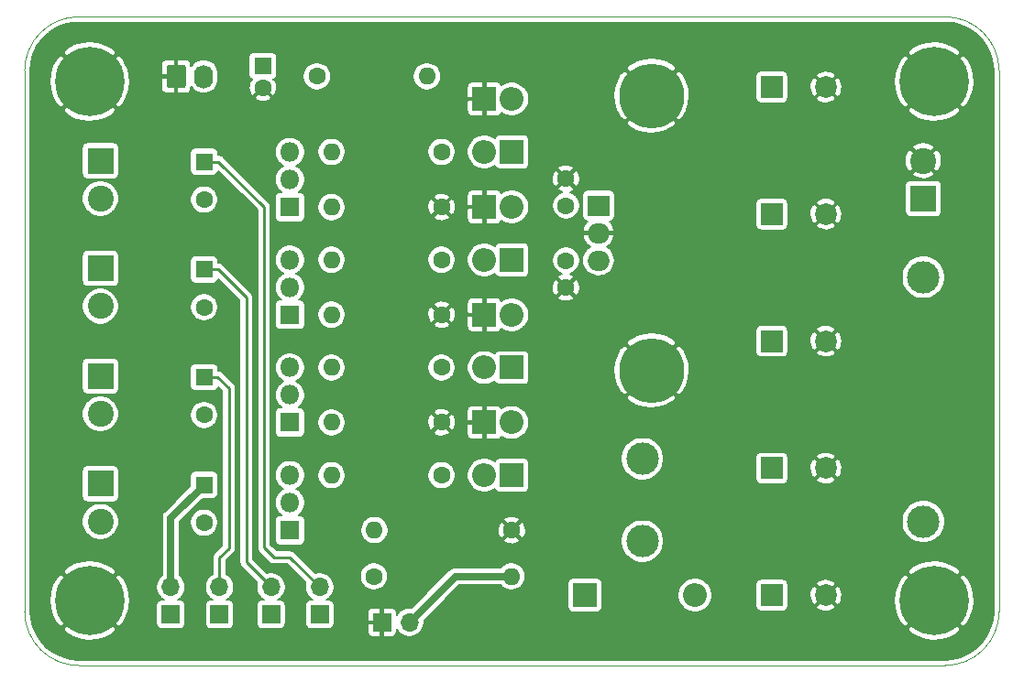
<source format=gbr>
%TF.GenerationSoftware,KiCad,Pcbnew,(5.1.8)-1*%
%TF.CreationDate,2021-02-22T19:15:18+01:00*%
%TF.ProjectId,psu,7073752e-6b69-4636-9164-5f7063625858,rev?*%
%TF.SameCoordinates,Original*%
%TF.FileFunction,Copper,L2,Bot*%
%TF.FilePolarity,Positive*%
%FSLAX46Y46*%
G04 Gerber Fmt 4.6, Leading zero omitted, Abs format (unit mm)*
G04 Created by KiCad (PCBNEW (5.1.8)-1) date 2021-02-22 19:15:18*
%MOMM*%
%LPD*%
G01*
G04 APERTURE LIST*
%TA.AperFunction,Profile*%
%ADD10C,0.050000*%
%TD*%
%TA.AperFunction,ComponentPad*%
%ADD11R,2.000000X2.000000*%
%TD*%
%TA.AperFunction,ComponentPad*%
%ADD12C,2.000000*%
%TD*%
%TA.AperFunction,ComponentPad*%
%ADD13O,1.600000X1.600000*%
%TD*%
%TA.AperFunction,ComponentPad*%
%ADD14C,1.600000*%
%TD*%
%TA.AperFunction,ComponentPad*%
%ADD15O,1.740000X2.190000*%
%TD*%
%TA.AperFunction,ComponentPad*%
%ADD16C,3.000000*%
%TD*%
%TA.AperFunction,ComponentPad*%
%ADD17R,2.400000X2.400000*%
%TD*%
%TA.AperFunction,ComponentPad*%
%ADD18C,2.400000*%
%TD*%
%TA.AperFunction,ComponentPad*%
%ADD19R,1.700000X1.700000*%
%TD*%
%TA.AperFunction,ComponentPad*%
%ADD20O,1.700000X1.700000*%
%TD*%
%TA.AperFunction,ComponentPad*%
%ADD21O,1.800000X1.800000*%
%TD*%
%TA.AperFunction,ComponentPad*%
%ADD22R,1.800000X1.800000*%
%TD*%
%TA.AperFunction,ComponentPad*%
%ADD23O,2.000000X1.905000*%
%TD*%
%TA.AperFunction,ComponentPad*%
%ADD24R,2.000000X1.905000*%
%TD*%
%TA.AperFunction,ComponentPad*%
%ADD25C,6.000000*%
%TD*%
%TA.AperFunction,ComponentPad*%
%ADD26C,6.400000*%
%TD*%
%TA.AperFunction,ComponentPad*%
%ADD27C,0.800000*%
%TD*%
%TA.AperFunction,ComponentPad*%
%ADD28R,2.200000X2.200000*%
%TD*%
%TA.AperFunction,ComponentPad*%
%ADD29O,2.200000X2.200000*%
%TD*%
%TA.AperFunction,ComponentPad*%
%ADD30R,1.600000X1.600000*%
%TD*%
%TA.AperFunction,Conductor*%
%ADD31C,0.650000*%
%TD*%
%TA.AperFunction,Conductor*%
%ADD32C,0.250000*%
%TD*%
%TA.AperFunction,Conductor*%
%ADD33C,0.200000*%
%TD*%
%TA.AperFunction,Conductor*%
%ADD34C,0.100000*%
%TD*%
G04 APERTURE END LIST*
D10*
X85000000Y-110000000D02*
G75*
G02*
X80000000Y-105000000I0J5000000D01*
G01*
X170000000Y-105000000D02*
G75*
G02*
X165000000Y-110000000I-5000000J0D01*
G01*
X165000000Y-50000000D02*
G75*
G02*
X170000000Y-55000000I0J-5000000D01*
G01*
X80000000Y-55000000D02*
G75*
G02*
X85000000Y-50000000I5000000J0D01*
G01*
X170000000Y-55000000D02*
X170000000Y-105000000D01*
X85000000Y-110000000D02*
X165000000Y-110000000D01*
X85000000Y-50000000D02*
X165000000Y-50000000D01*
X80000000Y-55000000D02*
X80000000Y-105000000D01*
D11*
%TO.P,C1,1*%
%TO.N,Net-(C1-Pad1)*%
X149000000Y-103500000D03*
D12*
%TO.P,C1,2*%
%TO.N,GND*%
X154000000Y-103500000D03*
%TD*%
D13*
%TO.P,R6,2*%
%TO.N,Net-(Q1-Pad1)*%
X112300000Y-97480000D03*
D14*
%TO.P,R6,1*%
%TO.N,GND*%
X125000000Y-97480000D03*
%TD*%
D11*
%TO.P,C2,1*%
%TO.N,Net-(C1-Pad1)*%
X149000000Y-91750000D03*
D12*
%TO.P,C2,2*%
%TO.N,GND*%
X154000000Y-91750000D03*
%TD*%
D11*
%TO.P,C3,1*%
%TO.N,Net-(C1-Pad1)*%
X149000000Y-80000000D03*
D12*
%TO.P,C3,2*%
%TO.N,GND*%
X154000000Y-80000000D03*
%TD*%
%TO.P,C4,2*%
%TO.N,GND*%
X154000000Y-68250000D03*
D11*
%TO.P,C4,1*%
%TO.N,Net-(C1-Pad1)*%
X149000000Y-68250000D03*
%TD*%
D12*
%TO.P,C5,2*%
%TO.N,GND*%
X154000000Y-56500000D03*
D11*
%TO.P,C5,1*%
%TO.N,Net-(C1-Pad1)*%
X149000000Y-56500000D03*
%TD*%
D14*
%TO.P,C6,1*%
%TO.N,Net-(C1-Pad1)*%
X130000000Y-67460000D03*
%TO.P,C6,2*%
%TO.N,GND*%
X130000000Y-64960000D03*
%TD*%
%TO.P,C7,2*%
%TO.N,GND*%
X130000000Y-75040000D03*
%TO.P,C7,1*%
%TO.N,OUT*%
X130000000Y-72540000D03*
%TD*%
%TO.P,D2,1*%
%TO.N,GND*%
%TA.AperFunction,ComponentPad*%
G36*
G01*
X93130000Y-56365001D02*
X93130000Y-54674999D01*
G75*
G02*
X93379999Y-54425000I249999J0D01*
G01*
X94620001Y-54425000D01*
G75*
G02*
X94870000Y-54674999I0J-249999D01*
G01*
X94870000Y-56365001D01*
G75*
G02*
X94620001Y-56615000I-249999J0D01*
G01*
X93379999Y-56615000D01*
G75*
G02*
X93130000Y-56365001I0J249999D01*
G01*
G37*
%TD.AperFunction*%
D15*
%TO.P,D2,2*%
%TO.N,Net-(C8-Pad1)*%
X96540000Y-55520000D03*
%TD*%
D16*
%TO.P,F1,1*%
%TO.N,Net-(D1-Pad2)*%
X163000000Y-96690000D03*
%TO.P,F1,2*%
%TO.N,+12V*%
X163000000Y-74090000D03*
%TD*%
D17*
%TO.P,J2,1*%
%TO.N,Net-(C9-Pad1)*%
X87000000Y-93190000D03*
D18*
%TO.P,J2,2*%
%TO.N,Net-(C9-Pad2)*%
X87000000Y-96690000D03*
%TD*%
%TO.P,J3,2*%
%TO.N,Net-(C10-Pad2)*%
X87000000Y-86730000D03*
D17*
%TO.P,J3,1*%
%TO.N,Net-(C10-Pad1)*%
X87000000Y-83230000D03*
%TD*%
D18*
%TO.P,J4,2*%
%TO.N,Net-(C11-Pad2)*%
X87000000Y-76770000D03*
D17*
%TO.P,J4,1*%
%TO.N,Net-(C11-Pad1)*%
X87000000Y-73270000D03*
%TD*%
%TO.P,J5,1*%
%TO.N,Net-(C12-Pad1)*%
X87000000Y-63310000D03*
D18*
%TO.P,J5,2*%
%TO.N,Net-(C12-Pad2)*%
X87000000Y-66810000D03*
%TD*%
D17*
%TO.P,J1,1*%
%TO.N,+12V*%
X163000000Y-66810000D03*
D18*
%TO.P,J1,2*%
%TO.N,GND*%
X163000000Y-63310000D03*
%TD*%
D19*
%TO.P,JP1,1*%
%TO.N,OUT*%
X93500000Y-105275000D03*
D20*
%TO.P,JP1,2*%
%TO.N,Net-(C9-Pad1)*%
X93500000Y-102735000D03*
%TD*%
%TO.P,JP2,2*%
%TO.N,Net-(C10-Pad1)*%
X98000000Y-102735000D03*
D19*
%TO.P,JP2,1*%
%TO.N,OUT*%
X98000000Y-105275000D03*
%TD*%
%TO.P,JP3,1*%
%TO.N,OUT*%
X102750000Y-105275000D03*
D20*
%TO.P,JP3,2*%
%TO.N,Net-(C11-Pad1)*%
X102750000Y-102735000D03*
%TD*%
%TO.P,JP4,2*%
%TO.N,Net-(C12-Pad1)*%
X107250000Y-102735000D03*
D19*
%TO.P,JP4,1*%
%TO.N,OUT*%
X107250000Y-105275000D03*
%TD*%
%TO.P,JP5,1*%
%TO.N,GND*%
X113000000Y-106000000D03*
D20*
%TO.P,JP5,2*%
%TO.N,Net-(JP5-Pad2)*%
X115540000Y-106000000D03*
%TD*%
D21*
%TO.P,Q1,3*%
%TO.N,Net-(D3-Pad2)*%
X104500000Y-92400000D03*
%TO.P,Q1,2*%
%TO.N,Net-(C9-Pad2)*%
X104500000Y-94940000D03*
D22*
%TO.P,Q1,1*%
%TO.N,Net-(Q1-Pad1)*%
X104500000Y-97480000D03*
%TD*%
%TO.P,Q2,1*%
%TO.N,Net-(Q2-Pad1)*%
X104500000Y-87520000D03*
D21*
%TO.P,Q2,2*%
%TO.N,Net-(C10-Pad2)*%
X104500000Y-84980000D03*
%TO.P,Q2,3*%
%TO.N,Net-(D5-Pad2)*%
X104500000Y-82440000D03*
%TD*%
%TO.P,Q3,3*%
%TO.N,Net-(D7-Pad2)*%
X104500000Y-72480000D03*
%TO.P,Q3,2*%
%TO.N,Net-(C11-Pad2)*%
X104500000Y-75020000D03*
D22*
%TO.P,Q3,1*%
%TO.N,Net-(Q3-Pad1)*%
X104500000Y-77560000D03*
%TD*%
%TO.P,Q4,1*%
%TO.N,Net-(Q4-Pad1)*%
X104500000Y-67600000D03*
D21*
%TO.P,Q4,2*%
%TO.N,Net-(C12-Pad2)*%
X104500000Y-65060000D03*
%TO.P,Q4,3*%
%TO.N,Net-(D9-Pad2)*%
X104500000Y-62520000D03*
%TD*%
D13*
%TO.P,R2,2*%
%TO.N,Net-(D3-Pad2)*%
X108340000Y-92400000D03*
D14*
%TO.P,R2,1*%
%TO.N,Net-(C9-Pad1)*%
X118500000Y-92400000D03*
%TD*%
%TO.P,R3,1*%
%TO.N,Net-(C10-Pad1)*%
X118500000Y-82440000D03*
D13*
%TO.P,R3,2*%
%TO.N,Net-(D5-Pad2)*%
X108340000Y-82440000D03*
%TD*%
D14*
%TO.P,R4,1*%
%TO.N,Net-(C11-Pad1)*%
X118500000Y-72480000D03*
D13*
%TO.P,R4,2*%
%TO.N,Net-(D7-Pad2)*%
X108340000Y-72480000D03*
%TD*%
D14*
%TO.P,R5,1*%
%TO.N,Net-(C12-Pad1)*%
X118500000Y-62500000D03*
D13*
%TO.P,R5,2*%
%TO.N,Net-(D9-Pad2)*%
X108340000Y-62500000D03*
%TD*%
%TO.P,R8,2*%
%TO.N,Net-(Q2-Pad1)*%
X108340000Y-87520000D03*
D14*
%TO.P,R8,1*%
%TO.N,GND*%
X118500000Y-87520000D03*
%TD*%
D13*
%TO.P,R9,2*%
%TO.N,Net-(Q3-Pad1)*%
X108340000Y-77560000D03*
D14*
%TO.P,R9,1*%
%TO.N,GND*%
X118500000Y-77560000D03*
%TD*%
D13*
%TO.P,R10,2*%
%TO.N,Net-(Q4-Pad1)*%
X108340000Y-67600000D03*
D14*
%TO.P,R10,1*%
%TO.N,GND*%
X118500000Y-67600000D03*
%TD*%
%TO.P,R1,1*%
%TO.N,Net-(C8-Pad1)*%
X107000000Y-55500000D03*
D13*
%TO.P,R1,2*%
%TO.N,OUT*%
X117160000Y-55500000D03*
%TD*%
D23*
%TO.P,U1,3*%
%TO.N,OUT*%
X133000000Y-72540000D03*
%TO.P,U1,2*%
%TO.N,GND*%
X133000000Y-70000000D03*
D24*
%TO.P,U1,1*%
%TO.N,Net-(C1-Pad1)*%
X133000000Y-67460000D03*
%TD*%
D25*
%TO.P,HS1,1*%
%TO.N,GND*%
X137900000Y-57300000D03*
X137900000Y-82700000D03*
%TD*%
D26*
%TO.P,H1,1*%
%TO.N,GND*%
X86000000Y-56000000D03*
D27*
X88400000Y-56000000D03*
X87697056Y-57697056D03*
X86000000Y-58400000D03*
X84302944Y-57697056D03*
X83600000Y-56000000D03*
X84302944Y-54302944D03*
X86000000Y-53600000D03*
X87697056Y-54302944D03*
%TD*%
%TO.P,H2,1*%
%TO.N,GND*%
X165697056Y-54302944D03*
X164000000Y-53600000D03*
X162302944Y-54302944D03*
X161600000Y-56000000D03*
X162302944Y-57697056D03*
X164000000Y-58400000D03*
X165697056Y-57697056D03*
X166400000Y-56000000D03*
D26*
X164000000Y-56000000D03*
%TD*%
%TO.P,H3,1*%
%TO.N,GND*%
X164000000Y-104000000D03*
D27*
X166400000Y-104000000D03*
X165697056Y-105697056D03*
X164000000Y-106400000D03*
X162302944Y-105697056D03*
X161600000Y-104000000D03*
X162302944Y-102302944D03*
X164000000Y-101600000D03*
X165697056Y-102302944D03*
%TD*%
%TO.P,H4,1*%
%TO.N,GND*%
X87697056Y-102302944D03*
X86000000Y-101600000D03*
X84302944Y-102302944D03*
X83600000Y-104000000D03*
X84302944Y-105697056D03*
X86000000Y-106400000D03*
X87697056Y-105697056D03*
X88400000Y-104000000D03*
D26*
X86000000Y-104000000D03*
%TD*%
D28*
%TO.P,D1,1*%
%TO.N,Net-(D1-Pad1)*%
X131755750Y-103500000D03*
D29*
%TO.P,D1,2*%
%TO.N,Net-(D1-Pad2)*%
X141915750Y-103500000D03*
%TD*%
%TO.P,D3,2*%
%TO.N,Net-(D3-Pad2)*%
X122460000Y-92400000D03*
D28*
%TO.P,D3,1*%
%TO.N,Net-(D3-Pad1)*%
X125000000Y-92400000D03*
%TD*%
D29*
%TO.P,D5,2*%
%TO.N,Net-(D5-Pad2)*%
X122460000Y-82440000D03*
D28*
%TO.P,D5,1*%
%TO.N,Net-(D5-Pad1)*%
X125000000Y-82440000D03*
%TD*%
%TO.P,D7,1*%
%TO.N,Net-(D7-Pad1)*%
X125000000Y-72480000D03*
D29*
%TO.P,D7,2*%
%TO.N,Net-(D7-Pad2)*%
X122460000Y-72480000D03*
%TD*%
D28*
%TO.P,D9,1*%
%TO.N,Net-(D10-Pad2)*%
X125000000Y-62500000D03*
D29*
%TO.P,D9,2*%
%TO.N,Net-(D9-Pad2)*%
X122460000Y-62500000D03*
%TD*%
D28*
%TO.P,D4,1*%
%TO.N,GND*%
X122460000Y-87520000D03*
D29*
%TO.P,D4,2*%
%TO.N,Net-(D3-Pad1)*%
X125000000Y-87520000D03*
%TD*%
D28*
%TO.P,D6,1*%
%TO.N,GND*%
X122460000Y-77560000D03*
D29*
%TO.P,D6,2*%
%TO.N,Net-(D5-Pad1)*%
X125000000Y-77560000D03*
%TD*%
%TO.P,D8,2*%
%TO.N,Net-(D7-Pad1)*%
X125000000Y-67600000D03*
D28*
%TO.P,D8,1*%
%TO.N,GND*%
X122460000Y-67600000D03*
%TD*%
D29*
%TO.P,D10,2*%
%TO.N,Net-(D10-Pad2)*%
X125000000Y-57620000D03*
D28*
%TO.P,D10,1*%
%TO.N,GND*%
X122460000Y-57620000D03*
%TD*%
D14*
%TO.P,C9,2*%
%TO.N,Net-(C9-Pad2)*%
X96575000Y-96787349D03*
D30*
%TO.P,C9,1*%
%TO.N,Net-(C9-Pad1)*%
X96575000Y-93287349D03*
%TD*%
%TO.P,C10,1*%
%TO.N,Net-(C10-Pad1)*%
X96575000Y-83327349D03*
D14*
%TO.P,C10,2*%
%TO.N,Net-(C10-Pad2)*%
X96575000Y-86827349D03*
%TD*%
%TO.P,C11,2*%
%TO.N,Net-(C11-Pad2)*%
X96575000Y-76867349D03*
D30*
%TO.P,C11,1*%
%TO.N,Net-(C11-Pad1)*%
X96575000Y-73367349D03*
%TD*%
%TO.P,C12,1*%
%TO.N,Net-(C12-Pad1)*%
X96575000Y-63407349D03*
D14*
%TO.P,C12,2*%
%TO.N,Net-(C12-Pad2)*%
X96575000Y-66907349D03*
%TD*%
D30*
%TO.P,C8,1*%
%TO.N,Net-(C8-Pad1)*%
X102000000Y-54544888D03*
D14*
%TO.P,C8,2*%
%TO.N,GND*%
X102000000Y-56544888D03*
%TD*%
%TO.P,R7,1*%
%TO.N,Net-(Q1-Pad1)*%
X112255000Y-101765000D03*
D13*
%TO.P,R7,2*%
%TO.N,Net-(JP5-Pad2)*%
X124955000Y-101765000D03*
%TD*%
D16*
%TO.P,L1,1*%
%TO.N,Net-(D1-Pad1)*%
X137050000Y-98500000D03*
%TO.P,L1,2*%
%TO.N,Net-(C1-Pad1)*%
X137050000Y-90880000D03*
%TD*%
D31*
%TO.N,Net-(JP5-Pad2)*%
X119775000Y-101765000D02*
X115540000Y-106000000D01*
X124955000Y-101765000D02*
X119775000Y-101765000D01*
%TO.N,Net-(C9-Pad1)*%
X93500000Y-96362349D02*
X96575000Y-93287349D01*
X93500000Y-102735000D02*
X93500000Y-96362349D01*
D32*
%TO.N,Net-(C10-Pad1)*%
X98000000Y-100000000D02*
X98000000Y-102735000D01*
X98868749Y-99131251D02*
X98000000Y-100000000D01*
X98868749Y-84368749D02*
X98868749Y-99131251D01*
X97827349Y-83327349D02*
X98868749Y-84368749D01*
X96575000Y-83327349D02*
X97827349Y-83327349D01*
%TO.N,Net-(C11-Pad1)*%
X100487499Y-100472499D02*
X102750000Y-102735000D01*
X100487499Y-75987499D02*
X100487499Y-100472499D01*
X97867349Y-73367349D02*
X100487499Y-75987499D01*
X96575000Y-73367349D02*
X97867349Y-73367349D01*
%TO.N,Net-(C12-Pad1)*%
X103000000Y-100000000D02*
X104515000Y-100000000D01*
X102106249Y-99106249D02*
X103000000Y-100000000D01*
X102106249Y-67606249D02*
X102106249Y-99106249D01*
X97907349Y-63407349D02*
X102106249Y-67606249D01*
X104515000Y-100000000D02*
X107250000Y-102735000D01*
X96575000Y-63407349D02*
X97907349Y-63407349D01*
%TD*%
D33*
%TO.N,GND*%
X165792086Y-50597779D02*
X166559137Y-50807621D01*
X167276898Y-51149976D01*
X167922696Y-51614028D01*
X168476104Y-52185101D01*
X168919643Y-52845158D01*
X169239287Y-53573325D01*
X169425899Y-54350622D01*
X169475000Y-55019249D01*
X169475001Y-104976603D01*
X169402221Y-105792086D01*
X169192380Y-106559136D01*
X168850026Y-107276896D01*
X168385972Y-107922696D01*
X167814899Y-108476104D01*
X167154842Y-108919643D01*
X166426675Y-109239287D01*
X165649378Y-109425899D01*
X164980751Y-109475000D01*
X85023385Y-109475000D01*
X84207914Y-109402221D01*
X83440864Y-109192380D01*
X82723104Y-108850026D01*
X82077304Y-108385972D01*
X81523896Y-107814899D01*
X81080357Y-107154842D01*
X80841316Y-106610292D01*
X83531129Y-106610292D01*
X83896364Y-107065538D01*
X84534842Y-107417033D01*
X85229624Y-107637214D01*
X85954012Y-107717619D01*
X86680167Y-107655157D01*
X87380183Y-107452231D01*
X88027161Y-107116637D01*
X88103636Y-107065538D01*
X88276557Y-106850000D01*
X111647581Y-106850000D01*
X111657235Y-106948017D01*
X111685825Y-107042267D01*
X111732254Y-107129129D01*
X111794736Y-107205264D01*
X111870871Y-107267746D01*
X111957733Y-107314175D01*
X112051983Y-107342765D01*
X112150000Y-107352419D01*
X112775000Y-107350000D01*
X112900000Y-107225000D01*
X112900000Y-106100000D01*
X111775000Y-106100000D01*
X111650000Y-106225000D01*
X111647581Y-106850000D01*
X88276557Y-106850000D01*
X88468871Y-106610292D01*
X86000000Y-104141421D01*
X83531129Y-106610292D01*
X80841316Y-106610292D01*
X80760713Y-106426675D01*
X80574101Y-105649378D01*
X80525000Y-104980751D01*
X80525000Y-103954012D01*
X82282381Y-103954012D01*
X82344843Y-104680167D01*
X82547769Y-105380183D01*
X82883363Y-106027161D01*
X82934462Y-106103636D01*
X83389708Y-106468871D01*
X85858579Y-104000000D01*
X86141421Y-104000000D01*
X88610292Y-106468871D01*
X89065538Y-106103636D01*
X89417033Y-105465158D01*
X89637214Y-104770376D01*
X89675549Y-104425000D01*
X92147581Y-104425000D01*
X92147581Y-106125000D01*
X92157235Y-106223017D01*
X92185825Y-106317267D01*
X92232254Y-106404129D01*
X92294736Y-106480264D01*
X92370871Y-106542746D01*
X92457733Y-106589175D01*
X92551983Y-106617765D01*
X92650000Y-106627419D01*
X94350000Y-106627419D01*
X94448017Y-106617765D01*
X94542267Y-106589175D01*
X94629129Y-106542746D01*
X94705264Y-106480264D01*
X94767746Y-106404129D01*
X94814175Y-106317267D01*
X94842765Y-106223017D01*
X94852419Y-106125000D01*
X94852419Y-104425000D01*
X94842765Y-104326983D01*
X94814175Y-104232733D01*
X94767746Y-104145871D01*
X94705264Y-104069736D01*
X94629129Y-104007254D01*
X94542267Y-103960825D01*
X94448017Y-103932235D01*
X94350000Y-103922581D01*
X94152595Y-103922581D01*
X94360575Y-103783613D01*
X94548613Y-103595575D01*
X94696354Y-103374465D01*
X94798120Y-103128780D01*
X94850000Y-102867963D01*
X94850000Y-102602037D01*
X94798120Y-102341220D01*
X94696354Y-102095535D01*
X94548613Y-101874425D01*
X94360575Y-101686387D01*
X94325000Y-101662617D01*
X94325000Y-96704074D01*
X94369764Y-96659310D01*
X95275000Y-96659310D01*
X95275000Y-96915388D01*
X95324958Y-97166545D01*
X95422955Y-97403130D01*
X95565224Y-97616051D01*
X95746298Y-97797125D01*
X95959219Y-97939394D01*
X96195804Y-98037391D01*
X96446961Y-98087349D01*
X96703039Y-98087349D01*
X96954196Y-98037391D01*
X97190781Y-97939394D01*
X97403702Y-97797125D01*
X97584776Y-97616051D01*
X97727045Y-97403130D01*
X97825042Y-97166545D01*
X97875000Y-96915388D01*
X97875000Y-96659310D01*
X97825042Y-96408153D01*
X97727045Y-96171568D01*
X97584776Y-95958647D01*
X97403702Y-95777573D01*
X97190781Y-95635304D01*
X96954196Y-95537307D01*
X96703039Y-95487349D01*
X96446961Y-95487349D01*
X96195804Y-95537307D01*
X95959219Y-95635304D01*
X95746298Y-95777573D01*
X95565224Y-95958647D01*
X95422955Y-96171568D01*
X95324958Y-96408153D01*
X95275000Y-96659310D01*
X94369764Y-96659310D01*
X96439307Y-94589768D01*
X97375000Y-94589768D01*
X97473017Y-94580114D01*
X97567267Y-94551524D01*
X97654129Y-94505095D01*
X97730264Y-94442613D01*
X97792746Y-94366478D01*
X97839175Y-94279616D01*
X97867765Y-94185366D01*
X97877419Y-94087349D01*
X97877419Y-92487349D01*
X97867765Y-92389332D01*
X97839175Y-92295082D01*
X97792746Y-92208220D01*
X97730264Y-92132085D01*
X97654129Y-92069603D01*
X97567267Y-92023174D01*
X97473017Y-91994584D01*
X97375000Y-91984930D01*
X95775000Y-91984930D01*
X95676983Y-91994584D01*
X95582733Y-92023174D01*
X95495871Y-92069603D01*
X95419736Y-92132085D01*
X95357254Y-92208220D01*
X95310825Y-92295082D01*
X95282235Y-92389332D01*
X95272581Y-92487349D01*
X95272581Y-93423042D01*
X92945291Y-95750333D01*
X92913816Y-95776164D01*
X92810720Y-95901786D01*
X92743551Y-96027451D01*
X92734113Y-96045108D01*
X92686938Y-96200621D01*
X92671010Y-96362349D01*
X92675001Y-96402872D01*
X92675000Y-101662616D01*
X92639425Y-101686387D01*
X92451387Y-101874425D01*
X92303646Y-102095535D01*
X92201880Y-102341220D01*
X92150000Y-102602037D01*
X92150000Y-102867963D01*
X92201880Y-103128780D01*
X92303646Y-103374465D01*
X92451387Y-103595575D01*
X92639425Y-103783613D01*
X92847405Y-103922581D01*
X92650000Y-103922581D01*
X92551983Y-103932235D01*
X92457733Y-103960825D01*
X92370871Y-104007254D01*
X92294736Y-104069736D01*
X92232254Y-104145871D01*
X92185825Y-104232733D01*
X92157235Y-104326983D01*
X92147581Y-104425000D01*
X89675549Y-104425000D01*
X89717619Y-104045988D01*
X89655157Y-103319833D01*
X89452231Y-102619817D01*
X89116637Y-101972839D01*
X89065538Y-101896364D01*
X88610292Y-101531129D01*
X86141421Y-104000000D01*
X85858579Y-104000000D01*
X83389708Y-101531129D01*
X82934462Y-101896364D01*
X82582967Y-102534842D01*
X82362786Y-103229624D01*
X82282381Y-103954012D01*
X80525000Y-103954012D01*
X80525000Y-101389708D01*
X83531129Y-101389708D01*
X86000000Y-103858579D01*
X88468871Y-101389708D01*
X88103636Y-100934462D01*
X87465158Y-100582967D01*
X86770376Y-100362786D01*
X86045988Y-100282381D01*
X85319833Y-100344843D01*
X84619817Y-100547769D01*
X83972839Y-100883363D01*
X83896364Y-100934462D01*
X83531129Y-101389708D01*
X80525000Y-101389708D01*
X80525000Y-96522565D01*
X85300000Y-96522565D01*
X85300000Y-96857435D01*
X85365330Y-97185872D01*
X85493479Y-97495252D01*
X85679523Y-97773687D01*
X85916313Y-98010477D01*
X86194748Y-98196521D01*
X86504128Y-98324670D01*
X86832565Y-98390000D01*
X87167435Y-98390000D01*
X87495872Y-98324670D01*
X87805252Y-98196521D01*
X88083687Y-98010477D01*
X88320477Y-97773687D01*
X88506521Y-97495252D01*
X88634670Y-97185872D01*
X88700000Y-96857435D01*
X88700000Y-96522565D01*
X88634670Y-96194128D01*
X88506521Y-95884748D01*
X88320477Y-95606313D01*
X88083687Y-95369523D01*
X87805252Y-95183479D01*
X87495872Y-95055330D01*
X87167435Y-94990000D01*
X86832565Y-94990000D01*
X86504128Y-95055330D01*
X86194748Y-95183479D01*
X85916313Y-95369523D01*
X85679523Y-95606313D01*
X85493479Y-95884748D01*
X85365330Y-96194128D01*
X85300000Y-96522565D01*
X80525000Y-96522565D01*
X80525000Y-91990000D01*
X85297581Y-91990000D01*
X85297581Y-94390000D01*
X85307235Y-94488017D01*
X85335825Y-94582267D01*
X85382254Y-94669129D01*
X85444736Y-94745264D01*
X85520871Y-94807746D01*
X85607733Y-94854175D01*
X85701983Y-94882765D01*
X85800000Y-94892419D01*
X88200000Y-94892419D01*
X88298017Y-94882765D01*
X88392267Y-94854175D01*
X88479129Y-94807746D01*
X88555264Y-94745264D01*
X88617746Y-94669129D01*
X88664175Y-94582267D01*
X88692765Y-94488017D01*
X88702419Y-94390000D01*
X88702419Y-91990000D01*
X88692765Y-91891983D01*
X88664175Y-91797733D01*
X88617746Y-91710871D01*
X88555264Y-91634736D01*
X88479129Y-91572254D01*
X88392267Y-91525825D01*
X88298017Y-91497235D01*
X88200000Y-91487581D01*
X85800000Y-91487581D01*
X85701983Y-91497235D01*
X85607733Y-91525825D01*
X85520871Y-91572254D01*
X85444736Y-91634736D01*
X85382254Y-91710871D01*
X85335825Y-91797733D01*
X85307235Y-91891983D01*
X85297581Y-91990000D01*
X80525000Y-91990000D01*
X80525000Y-86562565D01*
X85300000Y-86562565D01*
X85300000Y-86897435D01*
X85365330Y-87225872D01*
X85493479Y-87535252D01*
X85679523Y-87813687D01*
X85916313Y-88050477D01*
X86194748Y-88236521D01*
X86504128Y-88364670D01*
X86832565Y-88430000D01*
X87167435Y-88430000D01*
X87495872Y-88364670D01*
X87805252Y-88236521D01*
X88083687Y-88050477D01*
X88320477Y-87813687D01*
X88506521Y-87535252D01*
X88634670Y-87225872D01*
X88700000Y-86897435D01*
X88700000Y-86699310D01*
X95275000Y-86699310D01*
X95275000Y-86955388D01*
X95324958Y-87206545D01*
X95422955Y-87443130D01*
X95565224Y-87656051D01*
X95746298Y-87837125D01*
X95959219Y-87979394D01*
X96195804Y-88077391D01*
X96446961Y-88127349D01*
X96703039Y-88127349D01*
X96954196Y-88077391D01*
X97190781Y-87979394D01*
X97403702Y-87837125D01*
X97584776Y-87656051D01*
X97727045Y-87443130D01*
X97825042Y-87206545D01*
X97875000Y-86955388D01*
X97875000Y-86699310D01*
X97825042Y-86448153D01*
X97727045Y-86211568D01*
X97584776Y-85998647D01*
X97403702Y-85817573D01*
X97190781Y-85675304D01*
X96954196Y-85577307D01*
X96703039Y-85527349D01*
X96446961Y-85527349D01*
X96195804Y-85577307D01*
X95959219Y-85675304D01*
X95746298Y-85817573D01*
X95565224Y-85998647D01*
X95422955Y-86211568D01*
X95324958Y-86448153D01*
X95275000Y-86699310D01*
X88700000Y-86699310D01*
X88700000Y-86562565D01*
X88634670Y-86234128D01*
X88506521Y-85924748D01*
X88320477Y-85646313D01*
X88083687Y-85409523D01*
X87805252Y-85223479D01*
X87495872Y-85095330D01*
X87167435Y-85030000D01*
X86832565Y-85030000D01*
X86504128Y-85095330D01*
X86194748Y-85223479D01*
X85916313Y-85409523D01*
X85679523Y-85646313D01*
X85493479Y-85924748D01*
X85365330Y-86234128D01*
X85300000Y-86562565D01*
X80525000Y-86562565D01*
X80525000Y-82030000D01*
X85297581Y-82030000D01*
X85297581Y-84430000D01*
X85307235Y-84528017D01*
X85335825Y-84622267D01*
X85382254Y-84709129D01*
X85444736Y-84785264D01*
X85520871Y-84847746D01*
X85607733Y-84894175D01*
X85701983Y-84922765D01*
X85800000Y-84932419D01*
X88200000Y-84932419D01*
X88298017Y-84922765D01*
X88392267Y-84894175D01*
X88479129Y-84847746D01*
X88555264Y-84785264D01*
X88617746Y-84709129D01*
X88664175Y-84622267D01*
X88692765Y-84528017D01*
X88702419Y-84430000D01*
X88702419Y-82527349D01*
X95272581Y-82527349D01*
X95272581Y-84127349D01*
X95282235Y-84225366D01*
X95310825Y-84319616D01*
X95357254Y-84406478D01*
X95419736Y-84482613D01*
X95495871Y-84545095D01*
X95582733Y-84591524D01*
X95676983Y-84620114D01*
X95775000Y-84629768D01*
X97375000Y-84629768D01*
X97473017Y-84620114D01*
X97567267Y-84591524D01*
X97654129Y-84545095D01*
X97730264Y-84482613D01*
X97792746Y-84406478D01*
X97839175Y-84319616D01*
X97861648Y-84245531D01*
X98243749Y-84627632D01*
X98243750Y-98872366D01*
X97579776Y-99536342D01*
X97555920Y-99555920D01*
X97477817Y-99651090D01*
X97419781Y-99759667D01*
X97384043Y-99877480D01*
X97375000Y-99969297D01*
X97375000Y-99969306D01*
X97371977Y-100000000D01*
X97375000Y-100030694D01*
X97375001Y-101532654D01*
X97360535Y-101538646D01*
X97139425Y-101686387D01*
X96951387Y-101874425D01*
X96803646Y-102095535D01*
X96701880Y-102341220D01*
X96650000Y-102602037D01*
X96650000Y-102867963D01*
X96701880Y-103128780D01*
X96803646Y-103374465D01*
X96951387Y-103595575D01*
X97139425Y-103783613D01*
X97347405Y-103922581D01*
X97150000Y-103922581D01*
X97051983Y-103932235D01*
X96957733Y-103960825D01*
X96870871Y-104007254D01*
X96794736Y-104069736D01*
X96732254Y-104145871D01*
X96685825Y-104232733D01*
X96657235Y-104326983D01*
X96647581Y-104425000D01*
X96647581Y-106125000D01*
X96657235Y-106223017D01*
X96685825Y-106317267D01*
X96732254Y-106404129D01*
X96794736Y-106480264D01*
X96870871Y-106542746D01*
X96957733Y-106589175D01*
X97051983Y-106617765D01*
X97150000Y-106627419D01*
X98850000Y-106627419D01*
X98948017Y-106617765D01*
X99042267Y-106589175D01*
X99129129Y-106542746D01*
X99205264Y-106480264D01*
X99267746Y-106404129D01*
X99314175Y-106317267D01*
X99342765Y-106223017D01*
X99352419Y-106125000D01*
X99352419Y-104425000D01*
X99342765Y-104326983D01*
X99314175Y-104232733D01*
X99267746Y-104145871D01*
X99205264Y-104069736D01*
X99129129Y-104007254D01*
X99042267Y-103960825D01*
X98948017Y-103932235D01*
X98850000Y-103922581D01*
X98652595Y-103922581D01*
X98860575Y-103783613D01*
X99048613Y-103595575D01*
X99196354Y-103374465D01*
X99298120Y-103128780D01*
X99350000Y-102867963D01*
X99350000Y-102602037D01*
X99298120Y-102341220D01*
X99196354Y-102095535D01*
X99048613Y-101874425D01*
X98860575Y-101686387D01*
X98639465Y-101538646D01*
X98625000Y-101532654D01*
X98625000Y-100258882D01*
X99288983Y-99594901D01*
X99312829Y-99575331D01*
X99332398Y-99551486D01*
X99332402Y-99551482D01*
X99390932Y-99480163D01*
X99442309Y-99384043D01*
X99448968Y-99371585D01*
X99484706Y-99253772D01*
X99493749Y-99161955D01*
X99493749Y-99161953D01*
X99496773Y-99131251D01*
X99493749Y-99100549D01*
X99493749Y-84399442D01*
X99496772Y-84368748D01*
X99493749Y-84338054D01*
X99493749Y-84338045D01*
X99484706Y-84246228D01*
X99448968Y-84128415D01*
X99390932Y-84019838D01*
X99312829Y-83924669D01*
X99288979Y-83905096D01*
X98291007Y-82907125D01*
X98271429Y-82883269D01*
X98176260Y-82805166D01*
X98067683Y-82747130D01*
X97949870Y-82711392D01*
X97877419Y-82704256D01*
X97877419Y-82527349D01*
X97867765Y-82429332D01*
X97839175Y-82335082D01*
X97792746Y-82248220D01*
X97730264Y-82172085D01*
X97654129Y-82109603D01*
X97567267Y-82063174D01*
X97473017Y-82034584D01*
X97375000Y-82024930D01*
X95775000Y-82024930D01*
X95676983Y-82034584D01*
X95582733Y-82063174D01*
X95495871Y-82109603D01*
X95419736Y-82172085D01*
X95357254Y-82248220D01*
X95310825Y-82335082D01*
X95282235Y-82429332D01*
X95272581Y-82527349D01*
X88702419Y-82527349D01*
X88702419Y-82030000D01*
X88692765Y-81931983D01*
X88664175Y-81837733D01*
X88617746Y-81750871D01*
X88555264Y-81674736D01*
X88479129Y-81612254D01*
X88392267Y-81565825D01*
X88298017Y-81537235D01*
X88200000Y-81527581D01*
X85800000Y-81527581D01*
X85701983Y-81537235D01*
X85607733Y-81565825D01*
X85520871Y-81612254D01*
X85444736Y-81674736D01*
X85382254Y-81750871D01*
X85335825Y-81837733D01*
X85307235Y-81931983D01*
X85297581Y-82030000D01*
X80525000Y-82030000D01*
X80525000Y-76602565D01*
X85300000Y-76602565D01*
X85300000Y-76937435D01*
X85365330Y-77265872D01*
X85493479Y-77575252D01*
X85679523Y-77853687D01*
X85916313Y-78090477D01*
X86194748Y-78276521D01*
X86504128Y-78404670D01*
X86832565Y-78470000D01*
X87167435Y-78470000D01*
X87495872Y-78404670D01*
X87805252Y-78276521D01*
X88083687Y-78090477D01*
X88320477Y-77853687D01*
X88506521Y-77575252D01*
X88634670Y-77265872D01*
X88700000Y-76937435D01*
X88700000Y-76739310D01*
X95275000Y-76739310D01*
X95275000Y-76995388D01*
X95324958Y-77246545D01*
X95422955Y-77483130D01*
X95565224Y-77696051D01*
X95746298Y-77877125D01*
X95959219Y-78019394D01*
X96195804Y-78117391D01*
X96446961Y-78167349D01*
X96703039Y-78167349D01*
X96954196Y-78117391D01*
X97190781Y-78019394D01*
X97403702Y-77877125D01*
X97584776Y-77696051D01*
X97727045Y-77483130D01*
X97825042Y-77246545D01*
X97875000Y-76995388D01*
X97875000Y-76739310D01*
X97825042Y-76488153D01*
X97727045Y-76251568D01*
X97584776Y-76038647D01*
X97403702Y-75857573D01*
X97190781Y-75715304D01*
X96954196Y-75617307D01*
X96703039Y-75567349D01*
X96446961Y-75567349D01*
X96195804Y-75617307D01*
X95959219Y-75715304D01*
X95746298Y-75857573D01*
X95565224Y-76038647D01*
X95422955Y-76251568D01*
X95324958Y-76488153D01*
X95275000Y-76739310D01*
X88700000Y-76739310D01*
X88700000Y-76602565D01*
X88634670Y-76274128D01*
X88506521Y-75964748D01*
X88320477Y-75686313D01*
X88083687Y-75449523D01*
X87805252Y-75263479D01*
X87495872Y-75135330D01*
X87167435Y-75070000D01*
X86832565Y-75070000D01*
X86504128Y-75135330D01*
X86194748Y-75263479D01*
X85916313Y-75449523D01*
X85679523Y-75686313D01*
X85493479Y-75964748D01*
X85365330Y-76274128D01*
X85300000Y-76602565D01*
X80525000Y-76602565D01*
X80525000Y-72070000D01*
X85297581Y-72070000D01*
X85297581Y-74470000D01*
X85307235Y-74568017D01*
X85335825Y-74662267D01*
X85382254Y-74749129D01*
X85444736Y-74825264D01*
X85520871Y-74887746D01*
X85607733Y-74934175D01*
X85701983Y-74962765D01*
X85800000Y-74972419D01*
X88200000Y-74972419D01*
X88298017Y-74962765D01*
X88392267Y-74934175D01*
X88479129Y-74887746D01*
X88555264Y-74825264D01*
X88617746Y-74749129D01*
X88664175Y-74662267D01*
X88692765Y-74568017D01*
X88702419Y-74470000D01*
X88702419Y-72567349D01*
X95272581Y-72567349D01*
X95272581Y-74167349D01*
X95282235Y-74265366D01*
X95310825Y-74359616D01*
X95357254Y-74446478D01*
X95419736Y-74522613D01*
X95495871Y-74585095D01*
X95582733Y-74631524D01*
X95676983Y-74660114D01*
X95775000Y-74669768D01*
X97375000Y-74669768D01*
X97473017Y-74660114D01*
X97567267Y-74631524D01*
X97654129Y-74585095D01*
X97730264Y-74522613D01*
X97792746Y-74446478D01*
X97839175Y-74359616D01*
X97867765Y-74265366D01*
X97868995Y-74252877D01*
X99862499Y-76246382D01*
X99862500Y-100441795D01*
X99859476Y-100472499D01*
X99862500Y-100503203D01*
X99871543Y-100595020D01*
X99907281Y-100712833D01*
X99965317Y-100821410D01*
X100043420Y-100916579D01*
X100067271Y-100936153D01*
X101457872Y-102326755D01*
X101451880Y-102341220D01*
X101400000Y-102602037D01*
X101400000Y-102867963D01*
X101451880Y-103128780D01*
X101553646Y-103374465D01*
X101701387Y-103595575D01*
X101889425Y-103783613D01*
X102097405Y-103922581D01*
X101900000Y-103922581D01*
X101801983Y-103932235D01*
X101707733Y-103960825D01*
X101620871Y-104007254D01*
X101544736Y-104069736D01*
X101482254Y-104145871D01*
X101435825Y-104232733D01*
X101407235Y-104326983D01*
X101397581Y-104425000D01*
X101397581Y-106125000D01*
X101407235Y-106223017D01*
X101435825Y-106317267D01*
X101482254Y-106404129D01*
X101544736Y-106480264D01*
X101620871Y-106542746D01*
X101707733Y-106589175D01*
X101801983Y-106617765D01*
X101900000Y-106627419D01*
X103600000Y-106627419D01*
X103698017Y-106617765D01*
X103792267Y-106589175D01*
X103879129Y-106542746D01*
X103955264Y-106480264D01*
X104017746Y-106404129D01*
X104064175Y-106317267D01*
X104092765Y-106223017D01*
X104102419Y-106125000D01*
X104102419Y-104425000D01*
X104092765Y-104326983D01*
X104064175Y-104232733D01*
X104017746Y-104145871D01*
X103955264Y-104069736D01*
X103879129Y-104007254D01*
X103792267Y-103960825D01*
X103698017Y-103932235D01*
X103600000Y-103922581D01*
X103402595Y-103922581D01*
X103610575Y-103783613D01*
X103798613Y-103595575D01*
X103946354Y-103374465D01*
X104048120Y-103128780D01*
X104100000Y-102867963D01*
X104100000Y-102602037D01*
X104048120Y-102341220D01*
X103946354Y-102095535D01*
X103798613Y-101874425D01*
X103610575Y-101686387D01*
X103389465Y-101538646D01*
X103143780Y-101436880D01*
X102882963Y-101385000D01*
X102617037Y-101385000D01*
X102356220Y-101436880D01*
X102341755Y-101442872D01*
X101112499Y-100213617D01*
X101112499Y-76018201D01*
X101115523Y-75987499D01*
X101108131Y-75912448D01*
X101103456Y-75864978D01*
X101067718Y-75747165D01*
X101033501Y-75683149D01*
X101009682Y-75638587D01*
X100967697Y-75587429D01*
X100931579Y-75543419D01*
X100907729Y-75523846D01*
X98331007Y-72947125D01*
X98311429Y-72923269D01*
X98216260Y-72845166D01*
X98107683Y-72787130D01*
X97989870Y-72751392D01*
X97898053Y-72742349D01*
X97898043Y-72742349D01*
X97877419Y-72740318D01*
X97877419Y-72567349D01*
X97867765Y-72469332D01*
X97839175Y-72375082D01*
X97792746Y-72288220D01*
X97730264Y-72212085D01*
X97654129Y-72149603D01*
X97567267Y-72103174D01*
X97473017Y-72074584D01*
X97375000Y-72064930D01*
X95775000Y-72064930D01*
X95676983Y-72074584D01*
X95582733Y-72103174D01*
X95495871Y-72149603D01*
X95419736Y-72212085D01*
X95357254Y-72288220D01*
X95310825Y-72375082D01*
X95282235Y-72469332D01*
X95272581Y-72567349D01*
X88702419Y-72567349D01*
X88702419Y-72070000D01*
X88692765Y-71971983D01*
X88664175Y-71877733D01*
X88617746Y-71790871D01*
X88555264Y-71714736D01*
X88479129Y-71652254D01*
X88392267Y-71605825D01*
X88298017Y-71577235D01*
X88200000Y-71567581D01*
X85800000Y-71567581D01*
X85701983Y-71577235D01*
X85607733Y-71605825D01*
X85520871Y-71652254D01*
X85444736Y-71714736D01*
X85382254Y-71790871D01*
X85335825Y-71877733D01*
X85307235Y-71971983D01*
X85297581Y-72070000D01*
X80525000Y-72070000D01*
X80525000Y-66642565D01*
X85300000Y-66642565D01*
X85300000Y-66977435D01*
X85365330Y-67305872D01*
X85493479Y-67615252D01*
X85679523Y-67893687D01*
X85916313Y-68130477D01*
X86194748Y-68316521D01*
X86504128Y-68444670D01*
X86832565Y-68510000D01*
X87167435Y-68510000D01*
X87495872Y-68444670D01*
X87805252Y-68316521D01*
X88083687Y-68130477D01*
X88320477Y-67893687D01*
X88506521Y-67615252D01*
X88634670Y-67305872D01*
X88700000Y-66977435D01*
X88700000Y-66779310D01*
X95275000Y-66779310D01*
X95275000Y-67035388D01*
X95324958Y-67286545D01*
X95422955Y-67523130D01*
X95565224Y-67736051D01*
X95746298Y-67917125D01*
X95959219Y-68059394D01*
X96195804Y-68157391D01*
X96446961Y-68207349D01*
X96703039Y-68207349D01*
X96954196Y-68157391D01*
X97190781Y-68059394D01*
X97403702Y-67917125D01*
X97584776Y-67736051D01*
X97727045Y-67523130D01*
X97825042Y-67286545D01*
X97875000Y-67035388D01*
X97875000Y-66779310D01*
X97825042Y-66528153D01*
X97727045Y-66291568D01*
X97584776Y-66078647D01*
X97403702Y-65897573D01*
X97190781Y-65755304D01*
X96954196Y-65657307D01*
X96703039Y-65607349D01*
X96446961Y-65607349D01*
X96195804Y-65657307D01*
X95959219Y-65755304D01*
X95746298Y-65897573D01*
X95565224Y-66078647D01*
X95422955Y-66291568D01*
X95324958Y-66528153D01*
X95275000Y-66779310D01*
X88700000Y-66779310D01*
X88700000Y-66642565D01*
X88634670Y-66314128D01*
X88506521Y-66004748D01*
X88320477Y-65726313D01*
X88083687Y-65489523D01*
X87805252Y-65303479D01*
X87495872Y-65175330D01*
X87167435Y-65110000D01*
X86832565Y-65110000D01*
X86504128Y-65175330D01*
X86194748Y-65303479D01*
X85916313Y-65489523D01*
X85679523Y-65726313D01*
X85493479Y-66004748D01*
X85365330Y-66314128D01*
X85300000Y-66642565D01*
X80525000Y-66642565D01*
X80525000Y-62110000D01*
X85297581Y-62110000D01*
X85297581Y-64510000D01*
X85307235Y-64608017D01*
X85335825Y-64702267D01*
X85382254Y-64789129D01*
X85444736Y-64865264D01*
X85520871Y-64927746D01*
X85607733Y-64974175D01*
X85701983Y-65002765D01*
X85800000Y-65012419D01*
X88200000Y-65012419D01*
X88298017Y-65002765D01*
X88392267Y-64974175D01*
X88479129Y-64927746D01*
X88555264Y-64865264D01*
X88617746Y-64789129D01*
X88664175Y-64702267D01*
X88692765Y-64608017D01*
X88702419Y-64510000D01*
X88702419Y-62607349D01*
X95272581Y-62607349D01*
X95272581Y-64207349D01*
X95282235Y-64305366D01*
X95310825Y-64399616D01*
X95357254Y-64486478D01*
X95419736Y-64562613D01*
X95495871Y-64625095D01*
X95582733Y-64671524D01*
X95676983Y-64700114D01*
X95775000Y-64709768D01*
X97375000Y-64709768D01*
X97473017Y-64700114D01*
X97567267Y-64671524D01*
X97654129Y-64625095D01*
X97730264Y-64562613D01*
X97792746Y-64486478D01*
X97839175Y-64399616D01*
X97867765Y-64305366D01*
X97872582Y-64256464D01*
X101481249Y-67865132D01*
X101481250Y-99075545D01*
X101478226Y-99106249D01*
X101481250Y-99136953D01*
X101490293Y-99228770D01*
X101526031Y-99346583D01*
X101584067Y-99455160D01*
X101662170Y-99550329D01*
X101686021Y-99569903D01*
X102536346Y-100420229D01*
X102555920Y-100444080D01*
X102651089Y-100522183D01*
X102759666Y-100580219D01*
X102877479Y-100615957D01*
X102969296Y-100625000D01*
X102969298Y-100625000D01*
X103000000Y-100628024D01*
X103030701Y-100625000D01*
X104256118Y-100625000D01*
X105957872Y-102326754D01*
X105951880Y-102341220D01*
X105900000Y-102602037D01*
X105900000Y-102867963D01*
X105951880Y-103128780D01*
X106053646Y-103374465D01*
X106201387Y-103595575D01*
X106389425Y-103783613D01*
X106597405Y-103922581D01*
X106400000Y-103922581D01*
X106301983Y-103932235D01*
X106207733Y-103960825D01*
X106120871Y-104007254D01*
X106044736Y-104069736D01*
X105982254Y-104145871D01*
X105935825Y-104232733D01*
X105907235Y-104326983D01*
X105897581Y-104425000D01*
X105897581Y-106125000D01*
X105907235Y-106223017D01*
X105935825Y-106317267D01*
X105982254Y-106404129D01*
X106044736Y-106480264D01*
X106120871Y-106542746D01*
X106207733Y-106589175D01*
X106301983Y-106617765D01*
X106400000Y-106627419D01*
X108100000Y-106627419D01*
X108198017Y-106617765D01*
X108292267Y-106589175D01*
X108379129Y-106542746D01*
X108455264Y-106480264D01*
X108517746Y-106404129D01*
X108564175Y-106317267D01*
X108592765Y-106223017D01*
X108602419Y-106125000D01*
X108602419Y-105150000D01*
X111647581Y-105150000D01*
X111650000Y-105775000D01*
X111775000Y-105900000D01*
X112900000Y-105900000D01*
X112900000Y-104775000D01*
X113100000Y-104775000D01*
X113100000Y-105900000D01*
X113120000Y-105900000D01*
X113120000Y-106100000D01*
X113100000Y-106100000D01*
X113100000Y-107225000D01*
X113225000Y-107350000D01*
X113850000Y-107352419D01*
X113948017Y-107342765D01*
X114042267Y-107314175D01*
X114129129Y-107267746D01*
X114205264Y-107205264D01*
X114267746Y-107129129D01*
X114314175Y-107042267D01*
X114342765Y-106948017D01*
X114352419Y-106850000D01*
X114351651Y-106651445D01*
X114491387Y-106860575D01*
X114679425Y-107048613D01*
X114900535Y-107196354D01*
X115146220Y-107298120D01*
X115407037Y-107350000D01*
X115672963Y-107350000D01*
X115933780Y-107298120D01*
X116179465Y-107196354D01*
X116400575Y-107048613D01*
X116588613Y-106860575D01*
X116736354Y-106639465D01*
X116748437Y-106610292D01*
X161531129Y-106610292D01*
X161896364Y-107065538D01*
X162534842Y-107417033D01*
X163229624Y-107637214D01*
X163954012Y-107717619D01*
X164680167Y-107655157D01*
X165380183Y-107452231D01*
X166027161Y-107116637D01*
X166103636Y-107065538D01*
X166468871Y-106610292D01*
X164000000Y-104141421D01*
X161531129Y-106610292D01*
X116748437Y-106610292D01*
X116838120Y-106393780D01*
X116890000Y-106132963D01*
X116890000Y-105867037D01*
X116881653Y-105825072D01*
X120116726Y-102590000D01*
X123942750Y-102590000D01*
X123945224Y-102593702D01*
X124126298Y-102774776D01*
X124339219Y-102917045D01*
X124575804Y-103015042D01*
X124826961Y-103065000D01*
X125083039Y-103065000D01*
X125334196Y-103015042D01*
X125570781Y-102917045D01*
X125783702Y-102774776D01*
X125964776Y-102593702D01*
X126094203Y-102400000D01*
X130153331Y-102400000D01*
X130153331Y-104600000D01*
X130162985Y-104698017D01*
X130191575Y-104792267D01*
X130238004Y-104879129D01*
X130300486Y-104955264D01*
X130376621Y-105017746D01*
X130463483Y-105064175D01*
X130557733Y-105092765D01*
X130655750Y-105102419D01*
X132855750Y-105102419D01*
X132953767Y-105092765D01*
X133048017Y-105064175D01*
X133134879Y-105017746D01*
X133211014Y-104955264D01*
X133273496Y-104879129D01*
X133319925Y-104792267D01*
X133348515Y-104698017D01*
X133358169Y-104600000D01*
X133358169Y-103342414D01*
X140315750Y-103342414D01*
X140315750Y-103657586D01*
X140377237Y-103966703D01*
X140497848Y-104257884D01*
X140672949Y-104519941D01*
X140895809Y-104742801D01*
X141157866Y-104917902D01*
X141449047Y-105038513D01*
X141758164Y-105100000D01*
X142073336Y-105100000D01*
X142382453Y-105038513D01*
X142673634Y-104917902D01*
X142935691Y-104742801D01*
X143158551Y-104519941D01*
X143333652Y-104257884D01*
X143454263Y-103966703D01*
X143515750Y-103657586D01*
X143515750Y-103342414D01*
X143454263Y-103033297D01*
X143333652Y-102742116D01*
X143171876Y-102500000D01*
X147497581Y-102500000D01*
X147497581Y-104500000D01*
X147507235Y-104598017D01*
X147535825Y-104692267D01*
X147582254Y-104779129D01*
X147644736Y-104855264D01*
X147720871Y-104917746D01*
X147807733Y-104964175D01*
X147901983Y-104992765D01*
X148000000Y-105002419D01*
X150000000Y-105002419D01*
X150098017Y-104992765D01*
X150192267Y-104964175D01*
X150279129Y-104917746D01*
X150355264Y-104855264D01*
X150417746Y-104779129D01*
X150464175Y-104692267D01*
X150492765Y-104598017D01*
X150497932Y-104545554D01*
X153095868Y-104545554D01*
X153196909Y-104775489D01*
X153461176Y-104907656D01*
X153746150Y-104985728D01*
X154040879Y-105006703D01*
X154334037Y-104969777D01*
X154614358Y-104876369D01*
X154803091Y-104775489D01*
X154904132Y-104545554D01*
X154000000Y-103641421D01*
X153095868Y-104545554D01*
X150497932Y-104545554D01*
X150502419Y-104500000D01*
X150502419Y-103540879D01*
X152493297Y-103540879D01*
X152530223Y-103834037D01*
X152623631Y-104114358D01*
X152724511Y-104303091D01*
X152954446Y-104404132D01*
X153858579Y-103500000D01*
X154141421Y-103500000D01*
X155045554Y-104404132D01*
X155275489Y-104303091D01*
X155407656Y-104038824D01*
X155430891Y-103954012D01*
X160282381Y-103954012D01*
X160344843Y-104680167D01*
X160547769Y-105380183D01*
X160883363Y-106027161D01*
X160934462Y-106103636D01*
X161389708Y-106468871D01*
X163858579Y-104000000D01*
X164141421Y-104000000D01*
X166610292Y-106468871D01*
X167065538Y-106103636D01*
X167417033Y-105465158D01*
X167637214Y-104770376D01*
X167717619Y-104045988D01*
X167655157Y-103319833D01*
X167452231Y-102619817D01*
X167116637Y-101972839D01*
X167065538Y-101896364D01*
X166610292Y-101531129D01*
X164141421Y-104000000D01*
X163858579Y-104000000D01*
X161389708Y-101531129D01*
X160934462Y-101896364D01*
X160582967Y-102534842D01*
X160362786Y-103229624D01*
X160282381Y-103954012D01*
X155430891Y-103954012D01*
X155485728Y-103753850D01*
X155506703Y-103459121D01*
X155469777Y-103165963D01*
X155376369Y-102885642D01*
X155275489Y-102696909D01*
X155045554Y-102595868D01*
X154141421Y-103500000D01*
X153858579Y-103500000D01*
X152954446Y-102595868D01*
X152724511Y-102696909D01*
X152592344Y-102961176D01*
X152514272Y-103246150D01*
X152493297Y-103540879D01*
X150502419Y-103540879D01*
X150502419Y-102500000D01*
X150497933Y-102454446D01*
X153095868Y-102454446D01*
X154000000Y-103358579D01*
X154904132Y-102454446D01*
X154803091Y-102224511D01*
X154538824Y-102092344D01*
X154253850Y-102014272D01*
X153959121Y-101993297D01*
X153665963Y-102030223D01*
X153385642Y-102123631D01*
X153196909Y-102224511D01*
X153095868Y-102454446D01*
X150497933Y-102454446D01*
X150492765Y-102401983D01*
X150464175Y-102307733D01*
X150417746Y-102220871D01*
X150355264Y-102144736D01*
X150279129Y-102082254D01*
X150192267Y-102035825D01*
X150098017Y-102007235D01*
X150000000Y-101997581D01*
X148000000Y-101997581D01*
X147901983Y-102007235D01*
X147807733Y-102035825D01*
X147720871Y-102082254D01*
X147644736Y-102144736D01*
X147582254Y-102220871D01*
X147535825Y-102307733D01*
X147507235Y-102401983D01*
X147497581Y-102500000D01*
X143171876Y-102500000D01*
X143158551Y-102480059D01*
X142935691Y-102257199D01*
X142673634Y-102082098D01*
X142382453Y-101961487D01*
X142073336Y-101900000D01*
X141758164Y-101900000D01*
X141449047Y-101961487D01*
X141157866Y-102082098D01*
X140895809Y-102257199D01*
X140672949Y-102480059D01*
X140497848Y-102742116D01*
X140377237Y-103033297D01*
X140315750Y-103342414D01*
X133358169Y-103342414D01*
X133358169Y-102400000D01*
X133348515Y-102301983D01*
X133319925Y-102207733D01*
X133273496Y-102120871D01*
X133211014Y-102044736D01*
X133134879Y-101982254D01*
X133048017Y-101935825D01*
X132953767Y-101907235D01*
X132855750Y-101897581D01*
X130655750Y-101897581D01*
X130557733Y-101907235D01*
X130463483Y-101935825D01*
X130376621Y-101982254D01*
X130300486Y-102044736D01*
X130238004Y-102120871D01*
X130191575Y-102207733D01*
X130162985Y-102301983D01*
X130153331Y-102400000D01*
X126094203Y-102400000D01*
X126107045Y-102380781D01*
X126205042Y-102144196D01*
X126255000Y-101893039D01*
X126255000Y-101636961D01*
X126205819Y-101389708D01*
X161531129Y-101389708D01*
X164000000Y-103858579D01*
X166468871Y-101389708D01*
X166103636Y-100934462D01*
X165465158Y-100582967D01*
X164770376Y-100362786D01*
X164045988Y-100282381D01*
X163319833Y-100344843D01*
X162619817Y-100547769D01*
X161972839Y-100883363D01*
X161896364Y-100934462D01*
X161531129Y-101389708D01*
X126205819Y-101389708D01*
X126205042Y-101385804D01*
X126107045Y-101149219D01*
X125964776Y-100936298D01*
X125783702Y-100755224D01*
X125570781Y-100612955D01*
X125334196Y-100514958D01*
X125083039Y-100465000D01*
X124826961Y-100465000D01*
X124575804Y-100514958D01*
X124339219Y-100612955D01*
X124126298Y-100755224D01*
X123945224Y-100936298D01*
X123942750Y-100940000D01*
X119815512Y-100940000D01*
X119774999Y-100936010D01*
X119734486Y-100940000D01*
X119734479Y-100940000D01*
X119628870Y-100950402D01*
X119613271Y-100951938D01*
X119566097Y-100966248D01*
X119457759Y-100999112D01*
X119314437Y-101075719D01*
X119188815Y-101178815D01*
X119162984Y-101210290D01*
X115714928Y-104658347D01*
X115672963Y-104650000D01*
X115407037Y-104650000D01*
X115146220Y-104701880D01*
X114900535Y-104803646D01*
X114679425Y-104951387D01*
X114491387Y-105139425D01*
X114351651Y-105348555D01*
X114352419Y-105150000D01*
X114342765Y-105051983D01*
X114314175Y-104957733D01*
X114267746Y-104870871D01*
X114205264Y-104794736D01*
X114129129Y-104732254D01*
X114042267Y-104685825D01*
X113948017Y-104657235D01*
X113850000Y-104647581D01*
X113225000Y-104650000D01*
X113100000Y-104775000D01*
X112900000Y-104775000D01*
X112775000Y-104650000D01*
X112150000Y-104647581D01*
X112051983Y-104657235D01*
X111957733Y-104685825D01*
X111870871Y-104732254D01*
X111794736Y-104794736D01*
X111732254Y-104870871D01*
X111685825Y-104957733D01*
X111657235Y-105051983D01*
X111647581Y-105150000D01*
X108602419Y-105150000D01*
X108602419Y-104425000D01*
X108592765Y-104326983D01*
X108564175Y-104232733D01*
X108517746Y-104145871D01*
X108455264Y-104069736D01*
X108379129Y-104007254D01*
X108292267Y-103960825D01*
X108198017Y-103932235D01*
X108100000Y-103922581D01*
X107902595Y-103922581D01*
X108110575Y-103783613D01*
X108298613Y-103595575D01*
X108446354Y-103374465D01*
X108548120Y-103128780D01*
X108600000Y-102867963D01*
X108600000Y-102602037D01*
X108548120Y-102341220D01*
X108446354Y-102095535D01*
X108298613Y-101874425D01*
X108110575Y-101686387D01*
X108036604Y-101636961D01*
X110955000Y-101636961D01*
X110955000Y-101893039D01*
X111004958Y-102144196D01*
X111102955Y-102380781D01*
X111245224Y-102593702D01*
X111426298Y-102774776D01*
X111639219Y-102917045D01*
X111875804Y-103015042D01*
X112126961Y-103065000D01*
X112383039Y-103065000D01*
X112634196Y-103015042D01*
X112870781Y-102917045D01*
X113083702Y-102774776D01*
X113264776Y-102593702D01*
X113407045Y-102380781D01*
X113505042Y-102144196D01*
X113555000Y-101893039D01*
X113555000Y-101636961D01*
X113505042Y-101385804D01*
X113407045Y-101149219D01*
X113264776Y-100936298D01*
X113083702Y-100755224D01*
X112870781Y-100612955D01*
X112634196Y-100514958D01*
X112383039Y-100465000D01*
X112126961Y-100465000D01*
X111875804Y-100514958D01*
X111639219Y-100612955D01*
X111426298Y-100755224D01*
X111245224Y-100936298D01*
X111102955Y-101149219D01*
X111004958Y-101385804D01*
X110955000Y-101636961D01*
X108036604Y-101636961D01*
X107889465Y-101538646D01*
X107643780Y-101436880D01*
X107382963Y-101385000D01*
X107117037Y-101385000D01*
X106856220Y-101436880D01*
X106841754Y-101442872D01*
X104978658Y-99579776D01*
X104959080Y-99555920D01*
X104863911Y-99477817D01*
X104755334Y-99419781D01*
X104637521Y-99384043D01*
X104545704Y-99375000D01*
X104545694Y-99375000D01*
X104515000Y-99371977D01*
X104484306Y-99375000D01*
X103258883Y-99375000D01*
X102731249Y-98847367D01*
X102731249Y-96580000D01*
X103097581Y-96580000D01*
X103097581Y-98380000D01*
X103107235Y-98478017D01*
X103135825Y-98572267D01*
X103182254Y-98659129D01*
X103244736Y-98735264D01*
X103320871Y-98797746D01*
X103407733Y-98844175D01*
X103501983Y-98872765D01*
X103600000Y-98882419D01*
X105400000Y-98882419D01*
X105498017Y-98872765D01*
X105592267Y-98844175D01*
X105679129Y-98797746D01*
X105755264Y-98735264D01*
X105817746Y-98659129D01*
X105864175Y-98572267D01*
X105892765Y-98478017D01*
X105902419Y-98380000D01*
X105902419Y-97351961D01*
X111000000Y-97351961D01*
X111000000Y-97608039D01*
X111049958Y-97859196D01*
X111147955Y-98095781D01*
X111290224Y-98308702D01*
X111471298Y-98489776D01*
X111684219Y-98632045D01*
X111920804Y-98730042D01*
X112171961Y-98780000D01*
X112428039Y-98780000D01*
X112679196Y-98730042D01*
X112915781Y-98632045D01*
X113128702Y-98489776D01*
X113235467Y-98383011D01*
X124238411Y-98383011D01*
X124315337Y-98592488D01*
X124545528Y-98704683D01*
X124793185Y-98769814D01*
X125048789Y-98785379D01*
X125302518Y-98750778D01*
X125544621Y-98667342D01*
X125684663Y-98592488D01*
X125761589Y-98383011D01*
X125681596Y-98303017D01*
X135050000Y-98303017D01*
X135050000Y-98696983D01*
X135126859Y-99083378D01*
X135277623Y-99447355D01*
X135496499Y-99774926D01*
X135775074Y-100053501D01*
X136102645Y-100272377D01*
X136466622Y-100423141D01*
X136853017Y-100500000D01*
X137246983Y-100500000D01*
X137633378Y-100423141D01*
X137997355Y-100272377D01*
X138324926Y-100053501D01*
X138603501Y-99774926D01*
X138822377Y-99447355D01*
X138973141Y-99083378D01*
X139050000Y-98696983D01*
X139050000Y-98303017D01*
X138973141Y-97916622D01*
X138822377Y-97552645D01*
X138603501Y-97225074D01*
X138324926Y-96946499D01*
X137997355Y-96727623D01*
X137633378Y-96576859D01*
X137246983Y-96500000D01*
X136853017Y-96500000D01*
X136466622Y-96576859D01*
X136102645Y-96727623D01*
X135775074Y-96946499D01*
X135496499Y-97225074D01*
X135277623Y-97552645D01*
X135126859Y-97916622D01*
X135050000Y-98303017D01*
X125681596Y-98303017D01*
X125000000Y-97621421D01*
X124238411Y-98383011D01*
X113235467Y-98383011D01*
X113309776Y-98308702D01*
X113452045Y-98095781D01*
X113550042Y-97859196D01*
X113600000Y-97608039D01*
X113600000Y-97528789D01*
X123694621Y-97528789D01*
X123729222Y-97782518D01*
X123812658Y-98024621D01*
X123887512Y-98164663D01*
X124096989Y-98241589D01*
X124858579Y-97480000D01*
X125141421Y-97480000D01*
X125903011Y-98241589D01*
X126112488Y-98164663D01*
X126224683Y-97934472D01*
X126289814Y-97686815D01*
X126305379Y-97431211D01*
X126270778Y-97177482D01*
X126187342Y-96935379D01*
X126112488Y-96795337D01*
X125903011Y-96718411D01*
X125141421Y-97480000D01*
X124858579Y-97480000D01*
X124096989Y-96718411D01*
X123887512Y-96795337D01*
X123775317Y-97025528D01*
X123710186Y-97273185D01*
X123694621Y-97528789D01*
X113600000Y-97528789D01*
X113600000Y-97351961D01*
X113550042Y-97100804D01*
X113452045Y-96864219D01*
X113309776Y-96651298D01*
X113235467Y-96576989D01*
X124238411Y-96576989D01*
X125000000Y-97338579D01*
X125761589Y-96576989D01*
X125730753Y-96493017D01*
X161000000Y-96493017D01*
X161000000Y-96886983D01*
X161076859Y-97273378D01*
X161227623Y-97637355D01*
X161446499Y-97964926D01*
X161725074Y-98243501D01*
X162052645Y-98462377D01*
X162416622Y-98613141D01*
X162803017Y-98690000D01*
X163196983Y-98690000D01*
X163583378Y-98613141D01*
X163947355Y-98462377D01*
X164274926Y-98243501D01*
X164553501Y-97964926D01*
X164772377Y-97637355D01*
X164923141Y-97273378D01*
X165000000Y-96886983D01*
X165000000Y-96493017D01*
X164923141Y-96106622D01*
X164772377Y-95742645D01*
X164553501Y-95415074D01*
X164274926Y-95136499D01*
X163947355Y-94917623D01*
X163583378Y-94766859D01*
X163196983Y-94690000D01*
X162803017Y-94690000D01*
X162416622Y-94766859D01*
X162052645Y-94917623D01*
X161725074Y-95136499D01*
X161446499Y-95415074D01*
X161227623Y-95742645D01*
X161076859Y-96106622D01*
X161000000Y-96493017D01*
X125730753Y-96493017D01*
X125684663Y-96367512D01*
X125454472Y-96255317D01*
X125206815Y-96190186D01*
X124951211Y-96174621D01*
X124697482Y-96209222D01*
X124455379Y-96292658D01*
X124315337Y-96367512D01*
X124238411Y-96576989D01*
X113235467Y-96576989D01*
X113128702Y-96470224D01*
X112915781Y-96327955D01*
X112679196Y-96229958D01*
X112428039Y-96180000D01*
X112171961Y-96180000D01*
X111920804Y-96229958D01*
X111684219Y-96327955D01*
X111471298Y-96470224D01*
X111290224Y-96651298D01*
X111147955Y-96864219D01*
X111049958Y-97100804D01*
X111000000Y-97351961D01*
X105902419Y-97351961D01*
X105902419Y-96580000D01*
X105892765Y-96481983D01*
X105864175Y-96387733D01*
X105817746Y-96300871D01*
X105755264Y-96224736D01*
X105679129Y-96162254D01*
X105592267Y-96115825D01*
X105498017Y-96087235D01*
X105400000Y-96077581D01*
X105317423Y-96077581D01*
X105392448Y-96027451D01*
X105587451Y-95832448D01*
X105740664Y-95603149D01*
X105846199Y-95348365D01*
X105900000Y-95077888D01*
X105900000Y-94802112D01*
X105846199Y-94531635D01*
X105740664Y-94276851D01*
X105587451Y-94047552D01*
X105392448Y-93852549D01*
X105163149Y-93699336D01*
X105092326Y-93670000D01*
X105163149Y-93640664D01*
X105392448Y-93487451D01*
X105587451Y-93292448D01*
X105740664Y-93063149D01*
X105846199Y-92808365D01*
X105900000Y-92537888D01*
X105900000Y-92271961D01*
X107040000Y-92271961D01*
X107040000Y-92528039D01*
X107089958Y-92779196D01*
X107187955Y-93015781D01*
X107330224Y-93228702D01*
X107511298Y-93409776D01*
X107724219Y-93552045D01*
X107960804Y-93650042D01*
X108211961Y-93700000D01*
X108468039Y-93700000D01*
X108719196Y-93650042D01*
X108955781Y-93552045D01*
X109168702Y-93409776D01*
X109349776Y-93228702D01*
X109492045Y-93015781D01*
X109590042Y-92779196D01*
X109640000Y-92528039D01*
X109640000Y-92271961D01*
X117200000Y-92271961D01*
X117200000Y-92528039D01*
X117249958Y-92779196D01*
X117347955Y-93015781D01*
X117490224Y-93228702D01*
X117671298Y-93409776D01*
X117884219Y-93552045D01*
X118120804Y-93650042D01*
X118371961Y-93700000D01*
X118628039Y-93700000D01*
X118879196Y-93650042D01*
X119115781Y-93552045D01*
X119328702Y-93409776D01*
X119509776Y-93228702D01*
X119652045Y-93015781D01*
X119750042Y-92779196D01*
X119800000Y-92528039D01*
X119800000Y-92271961D01*
X119794123Y-92242414D01*
X120860000Y-92242414D01*
X120860000Y-92557586D01*
X120921487Y-92866703D01*
X121042098Y-93157884D01*
X121217199Y-93419941D01*
X121440059Y-93642801D01*
X121702116Y-93817902D01*
X121993297Y-93938513D01*
X122302414Y-94000000D01*
X122617586Y-94000000D01*
X122926703Y-93938513D01*
X123217884Y-93817902D01*
X123430783Y-93675647D01*
X123435825Y-93692267D01*
X123482254Y-93779129D01*
X123544736Y-93855264D01*
X123620871Y-93917746D01*
X123707733Y-93964175D01*
X123801983Y-93992765D01*
X123900000Y-94002419D01*
X126100000Y-94002419D01*
X126198017Y-93992765D01*
X126292267Y-93964175D01*
X126379129Y-93917746D01*
X126455264Y-93855264D01*
X126517746Y-93779129D01*
X126564175Y-93692267D01*
X126592765Y-93598017D01*
X126602419Y-93500000D01*
X126602419Y-91300000D01*
X126592765Y-91201983D01*
X126564175Y-91107733D01*
X126517746Y-91020871D01*
X126455264Y-90944736D01*
X126379129Y-90882254D01*
X126292267Y-90835825D01*
X126198017Y-90807235D01*
X126100000Y-90797581D01*
X123900000Y-90797581D01*
X123801983Y-90807235D01*
X123707733Y-90835825D01*
X123620871Y-90882254D01*
X123544736Y-90944736D01*
X123482254Y-91020871D01*
X123435825Y-91107733D01*
X123430783Y-91124353D01*
X123217884Y-90982098D01*
X122926703Y-90861487D01*
X122617586Y-90800000D01*
X122302414Y-90800000D01*
X121993297Y-90861487D01*
X121702116Y-90982098D01*
X121440059Y-91157199D01*
X121217199Y-91380059D01*
X121042098Y-91642116D01*
X120921487Y-91933297D01*
X120860000Y-92242414D01*
X119794123Y-92242414D01*
X119750042Y-92020804D01*
X119652045Y-91784219D01*
X119509776Y-91571298D01*
X119328702Y-91390224D01*
X119115781Y-91247955D01*
X118879196Y-91149958D01*
X118628039Y-91100000D01*
X118371961Y-91100000D01*
X118120804Y-91149958D01*
X117884219Y-91247955D01*
X117671298Y-91390224D01*
X117490224Y-91571298D01*
X117347955Y-91784219D01*
X117249958Y-92020804D01*
X117200000Y-92271961D01*
X109640000Y-92271961D01*
X109590042Y-92020804D01*
X109492045Y-91784219D01*
X109349776Y-91571298D01*
X109168702Y-91390224D01*
X108955781Y-91247955D01*
X108719196Y-91149958D01*
X108468039Y-91100000D01*
X108211961Y-91100000D01*
X107960804Y-91149958D01*
X107724219Y-91247955D01*
X107511298Y-91390224D01*
X107330224Y-91571298D01*
X107187955Y-91784219D01*
X107089958Y-92020804D01*
X107040000Y-92271961D01*
X105900000Y-92271961D01*
X105900000Y-92262112D01*
X105846199Y-91991635D01*
X105740664Y-91736851D01*
X105587451Y-91507552D01*
X105392448Y-91312549D01*
X105163149Y-91159336D01*
X104908365Y-91053801D01*
X104637888Y-91000000D01*
X104362112Y-91000000D01*
X104091635Y-91053801D01*
X103836851Y-91159336D01*
X103607552Y-91312549D01*
X103412549Y-91507552D01*
X103259336Y-91736851D01*
X103153801Y-91991635D01*
X103100000Y-92262112D01*
X103100000Y-92537888D01*
X103153801Y-92808365D01*
X103259336Y-93063149D01*
X103412549Y-93292448D01*
X103607552Y-93487451D01*
X103836851Y-93640664D01*
X103907674Y-93670000D01*
X103836851Y-93699336D01*
X103607552Y-93852549D01*
X103412549Y-94047552D01*
X103259336Y-94276851D01*
X103153801Y-94531635D01*
X103100000Y-94802112D01*
X103100000Y-95077888D01*
X103153801Y-95348365D01*
X103259336Y-95603149D01*
X103412549Y-95832448D01*
X103607552Y-96027451D01*
X103682577Y-96077581D01*
X103600000Y-96077581D01*
X103501983Y-96087235D01*
X103407733Y-96115825D01*
X103320871Y-96162254D01*
X103244736Y-96224736D01*
X103182254Y-96300871D01*
X103135825Y-96387733D01*
X103107235Y-96481983D01*
X103097581Y-96580000D01*
X102731249Y-96580000D01*
X102731249Y-90683017D01*
X135050000Y-90683017D01*
X135050000Y-91076983D01*
X135126859Y-91463378D01*
X135277623Y-91827355D01*
X135496499Y-92154926D01*
X135775074Y-92433501D01*
X136102645Y-92652377D01*
X136466622Y-92803141D01*
X136853017Y-92880000D01*
X137246983Y-92880000D01*
X137633378Y-92803141D01*
X137997355Y-92652377D01*
X138324926Y-92433501D01*
X138603501Y-92154926D01*
X138822377Y-91827355D01*
X138973141Y-91463378D01*
X139050000Y-91076983D01*
X139050000Y-90750000D01*
X147497581Y-90750000D01*
X147497581Y-92750000D01*
X147507235Y-92848017D01*
X147535825Y-92942267D01*
X147582254Y-93029129D01*
X147644736Y-93105264D01*
X147720871Y-93167746D01*
X147807733Y-93214175D01*
X147901983Y-93242765D01*
X148000000Y-93252419D01*
X150000000Y-93252419D01*
X150098017Y-93242765D01*
X150192267Y-93214175D01*
X150279129Y-93167746D01*
X150355264Y-93105264D01*
X150417746Y-93029129D01*
X150464175Y-92942267D01*
X150492765Y-92848017D01*
X150497932Y-92795554D01*
X153095868Y-92795554D01*
X153196909Y-93025489D01*
X153461176Y-93157656D01*
X153746150Y-93235728D01*
X154040879Y-93256703D01*
X154334037Y-93219777D01*
X154614358Y-93126369D01*
X154803091Y-93025489D01*
X154904132Y-92795554D01*
X154000000Y-91891421D01*
X153095868Y-92795554D01*
X150497932Y-92795554D01*
X150502419Y-92750000D01*
X150502419Y-91790879D01*
X152493297Y-91790879D01*
X152530223Y-92084037D01*
X152623631Y-92364358D01*
X152724511Y-92553091D01*
X152954446Y-92654132D01*
X153858579Y-91750000D01*
X154141421Y-91750000D01*
X155045554Y-92654132D01*
X155275489Y-92553091D01*
X155407656Y-92288824D01*
X155485728Y-92003850D01*
X155506703Y-91709121D01*
X155469777Y-91415963D01*
X155376369Y-91135642D01*
X155275489Y-90946909D01*
X155045554Y-90845868D01*
X154141421Y-91750000D01*
X153858579Y-91750000D01*
X152954446Y-90845868D01*
X152724511Y-90946909D01*
X152592344Y-91211176D01*
X152514272Y-91496150D01*
X152493297Y-91790879D01*
X150502419Y-91790879D01*
X150502419Y-90750000D01*
X150497933Y-90704446D01*
X153095868Y-90704446D01*
X154000000Y-91608579D01*
X154904132Y-90704446D01*
X154803091Y-90474511D01*
X154538824Y-90342344D01*
X154253850Y-90264272D01*
X153959121Y-90243297D01*
X153665963Y-90280223D01*
X153385642Y-90373631D01*
X153196909Y-90474511D01*
X153095868Y-90704446D01*
X150497933Y-90704446D01*
X150492765Y-90651983D01*
X150464175Y-90557733D01*
X150417746Y-90470871D01*
X150355264Y-90394736D01*
X150279129Y-90332254D01*
X150192267Y-90285825D01*
X150098017Y-90257235D01*
X150000000Y-90247581D01*
X148000000Y-90247581D01*
X147901983Y-90257235D01*
X147807733Y-90285825D01*
X147720871Y-90332254D01*
X147644736Y-90394736D01*
X147582254Y-90470871D01*
X147535825Y-90557733D01*
X147507235Y-90651983D01*
X147497581Y-90750000D01*
X139050000Y-90750000D01*
X139050000Y-90683017D01*
X138973141Y-90296622D01*
X138822377Y-89932645D01*
X138603501Y-89605074D01*
X138324926Y-89326499D01*
X137997355Y-89107623D01*
X137633378Y-88956859D01*
X137246983Y-88880000D01*
X136853017Y-88880000D01*
X136466622Y-88956859D01*
X136102645Y-89107623D01*
X135775074Y-89326499D01*
X135496499Y-89605074D01*
X135277623Y-89932645D01*
X135126859Y-90296622D01*
X135050000Y-90683017D01*
X102731249Y-90683017D01*
X102731249Y-86620000D01*
X103097581Y-86620000D01*
X103097581Y-88420000D01*
X103107235Y-88518017D01*
X103135825Y-88612267D01*
X103182254Y-88699129D01*
X103244736Y-88775264D01*
X103320871Y-88837746D01*
X103407733Y-88884175D01*
X103501983Y-88912765D01*
X103600000Y-88922419D01*
X105400000Y-88922419D01*
X105498017Y-88912765D01*
X105592267Y-88884175D01*
X105679129Y-88837746D01*
X105755264Y-88775264D01*
X105817746Y-88699129D01*
X105864175Y-88612267D01*
X105892765Y-88518017D01*
X105902419Y-88420000D01*
X105902419Y-87391961D01*
X107040000Y-87391961D01*
X107040000Y-87648039D01*
X107089958Y-87899196D01*
X107187955Y-88135781D01*
X107330224Y-88348702D01*
X107511298Y-88529776D01*
X107724219Y-88672045D01*
X107960804Y-88770042D01*
X108211961Y-88820000D01*
X108468039Y-88820000D01*
X108719196Y-88770042D01*
X108955781Y-88672045D01*
X109168702Y-88529776D01*
X109275467Y-88423011D01*
X117738411Y-88423011D01*
X117815337Y-88632488D01*
X118045528Y-88744683D01*
X118293185Y-88809814D01*
X118548789Y-88825379D01*
X118802518Y-88790778D01*
X119044621Y-88707342D01*
X119184663Y-88632488D01*
X119189248Y-88620000D01*
X120857581Y-88620000D01*
X120867235Y-88718017D01*
X120895825Y-88812267D01*
X120942254Y-88899129D01*
X121004736Y-88975264D01*
X121080871Y-89037746D01*
X121167733Y-89084175D01*
X121261983Y-89112765D01*
X121360000Y-89122419D01*
X122235000Y-89120000D01*
X122360000Y-88995000D01*
X122360000Y-87620000D01*
X120985000Y-87620000D01*
X120860000Y-87745000D01*
X120857581Y-88620000D01*
X119189248Y-88620000D01*
X119261589Y-88423011D01*
X118500000Y-87661421D01*
X117738411Y-88423011D01*
X109275467Y-88423011D01*
X109349776Y-88348702D01*
X109492045Y-88135781D01*
X109590042Y-87899196D01*
X109640000Y-87648039D01*
X109640000Y-87568789D01*
X117194621Y-87568789D01*
X117229222Y-87822518D01*
X117312658Y-88064621D01*
X117387512Y-88204663D01*
X117596989Y-88281589D01*
X118358579Y-87520000D01*
X118641421Y-87520000D01*
X119403011Y-88281589D01*
X119612488Y-88204663D01*
X119724683Y-87974472D01*
X119789814Y-87726815D01*
X119805379Y-87471211D01*
X119770778Y-87217482D01*
X119687342Y-86975379D01*
X119612488Y-86835337D01*
X119403011Y-86758411D01*
X118641421Y-87520000D01*
X118358579Y-87520000D01*
X117596989Y-86758411D01*
X117387512Y-86835337D01*
X117275317Y-87065528D01*
X117210186Y-87313185D01*
X117194621Y-87568789D01*
X109640000Y-87568789D01*
X109640000Y-87391961D01*
X109590042Y-87140804D01*
X109492045Y-86904219D01*
X109349776Y-86691298D01*
X109275467Y-86616989D01*
X117738411Y-86616989D01*
X118500000Y-87378579D01*
X119261589Y-86616989D01*
X119189249Y-86420000D01*
X120857581Y-86420000D01*
X120860000Y-87295000D01*
X120985000Y-87420000D01*
X122360000Y-87420000D01*
X122360000Y-86045000D01*
X122560000Y-86045000D01*
X122560000Y-87420000D01*
X122580000Y-87420000D01*
X122580000Y-87620000D01*
X122560000Y-87620000D01*
X122560000Y-88995000D01*
X122685000Y-89120000D01*
X123560000Y-89122419D01*
X123658017Y-89112765D01*
X123752267Y-89084175D01*
X123839129Y-89037746D01*
X123915264Y-88975264D01*
X123977746Y-88899129D01*
X124024175Y-88812267D01*
X124029217Y-88795647D01*
X124242116Y-88937902D01*
X124533297Y-89058513D01*
X124842414Y-89120000D01*
X125157586Y-89120000D01*
X125466703Y-89058513D01*
X125757884Y-88937902D01*
X126019941Y-88762801D01*
X126242801Y-88539941D01*
X126417902Y-88277884D01*
X126538513Y-87986703D01*
X126600000Y-87677586D01*
X126600000Y-87362414D01*
X126538513Y-87053297D01*
X126417902Y-86762116D01*
X126242801Y-86500059D01*
X126019941Y-86277199D01*
X125757884Y-86102098D01*
X125466703Y-85981487D01*
X125157586Y-85920000D01*
X124842414Y-85920000D01*
X124533297Y-85981487D01*
X124242116Y-86102098D01*
X124029217Y-86244353D01*
X124024175Y-86227733D01*
X123977746Y-86140871D01*
X123915264Y-86064736D01*
X123839129Y-86002254D01*
X123752267Y-85955825D01*
X123658017Y-85927235D01*
X123560000Y-85917581D01*
X122685000Y-85920000D01*
X122560000Y-86045000D01*
X122360000Y-86045000D01*
X122235000Y-85920000D01*
X121360000Y-85917581D01*
X121261983Y-85927235D01*
X121167733Y-85955825D01*
X121080871Y-86002254D01*
X121004736Y-86064736D01*
X120942254Y-86140871D01*
X120895825Y-86227733D01*
X120867235Y-86321983D01*
X120857581Y-86420000D01*
X119189249Y-86420000D01*
X119184663Y-86407512D01*
X118954472Y-86295317D01*
X118706815Y-86230186D01*
X118451211Y-86214621D01*
X118197482Y-86249222D01*
X117955379Y-86332658D01*
X117815337Y-86407512D01*
X117738411Y-86616989D01*
X109275467Y-86616989D01*
X109168702Y-86510224D01*
X108955781Y-86367955D01*
X108719196Y-86269958D01*
X108468039Y-86220000D01*
X108211961Y-86220000D01*
X107960804Y-86269958D01*
X107724219Y-86367955D01*
X107511298Y-86510224D01*
X107330224Y-86691298D01*
X107187955Y-86904219D01*
X107089958Y-87140804D01*
X107040000Y-87391961D01*
X105902419Y-87391961D01*
X105902419Y-86620000D01*
X105892765Y-86521983D01*
X105864175Y-86427733D01*
X105817746Y-86340871D01*
X105755264Y-86264736D01*
X105679129Y-86202254D01*
X105592267Y-86155825D01*
X105498017Y-86127235D01*
X105400000Y-86117581D01*
X105317423Y-86117581D01*
X105392448Y-86067451D01*
X105587451Y-85872448D01*
X105740664Y-85643149D01*
X105846199Y-85388365D01*
X105890006Y-85168129D01*
X135573293Y-85168129D01*
X135914535Y-85602888D01*
X136519011Y-85934455D01*
X137176556Y-86141723D01*
X137861904Y-86216729D01*
X138548715Y-86156588D01*
X139210598Y-85963612D01*
X139822114Y-85645219D01*
X139885465Y-85602888D01*
X140226707Y-85168129D01*
X137900000Y-82841421D01*
X135573293Y-85168129D01*
X105890006Y-85168129D01*
X105900000Y-85117888D01*
X105900000Y-84842112D01*
X105846199Y-84571635D01*
X105740664Y-84316851D01*
X105587451Y-84087552D01*
X105392448Y-83892549D01*
X105163149Y-83739336D01*
X105092326Y-83710000D01*
X105163149Y-83680664D01*
X105392448Y-83527451D01*
X105587451Y-83332448D01*
X105740664Y-83103149D01*
X105846199Y-82848365D01*
X105900000Y-82577888D01*
X105900000Y-82311961D01*
X107040000Y-82311961D01*
X107040000Y-82568039D01*
X107089958Y-82819196D01*
X107187955Y-83055781D01*
X107330224Y-83268702D01*
X107511298Y-83449776D01*
X107724219Y-83592045D01*
X107960804Y-83690042D01*
X108211961Y-83740000D01*
X108468039Y-83740000D01*
X108719196Y-83690042D01*
X108955781Y-83592045D01*
X109168702Y-83449776D01*
X109349776Y-83268702D01*
X109492045Y-83055781D01*
X109590042Y-82819196D01*
X109640000Y-82568039D01*
X109640000Y-82311961D01*
X117200000Y-82311961D01*
X117200000Y-82568039D01*
X117249958Y-82819196D01*
X117347955Y-83055781D01*
X117490224Y-83268702D01*
X117671298Y-83449776D01*
X117884219Y-83592045D01*
X118120804Y-83690042D01*
X118371961Y-83740000D01*
X118628039Y-83740000D01*
X118879196Y-83690042D01*
X119115781Y-83592045D01*
X119328702Y-83449776D01*
X119509776Y-83268702D01*
X119652045Y-83055781D01*
X119750042Y-82819196D01*
X119800000Y-82568039D01*
X119800000Y-82311961D01*
X119794123Y-82282414D01*
X120860000Y-82282414D01*
X120860000Y-82597586D01*
X120921487Y-82906703D01*
X121042098Y-83197884D01*
X121217199Y-83459941D01*
X121440059Y-83682801D01*
X121702116Y-83857902D01*
X121993297Y-83978513D01*
X122302414Y-84040000D01*
X122617586Y-84040000D01*
X122926703Y-83978513D01*
X123217884Y-83857902D01*
X123430783Y-83715647D01*
X123435825Y-83732267D01*
X123482254Y-83819129D01*
X123544736Y-83895264D01*
X123620871Y-83957746D01*
X123707733Y-84004175D01*
X123801983Y-84032765D01*
X123900000Y-84042419D01*
X126100000Y-84042419D01*
X126198017Y-84032765D01*
X126292267Y-84004175D01*
X126379129Y-83957746D01*
X126455264Y-83895264D01*
X126517746Y-83819129D01*
X126564175Y-83732267D01*
X126592765Y-83638017D01*
X126602419Y-83540000D01*
X126602419Y-82661904D01*
X134383271Y-82661904D01*
X134443412Y-83348715D01*
X134636388Y-84010598D01*
X134954781Y-84622114D01*
X134997112Y-84685465D01*
X135431871Y-85026707D01*
X137758579Y-82700000D01*
X138041421Y-82700000D01*
X140368129Y-85026707D01*
X140802888Y-84685465D01*
X141134455Y-84080989D01*
X141341723Y-83423444D01*
X141416729Y-82738096D01*
X141356588Y-82051285D01*
X141163612Y-81389402D01*
X140845219Y-80777886D01*
X140802888Y-80714535D01*
X140368129Y-80373293D01*
X138041421Y-82700000D01*
X137758579Y-82700000D01*
X135431871Y-80373293D01*
X134997112Y-80714535D01*
X134665545Y-81319011D01*
X134458277Y-81976556D01*
X134383271Y-82661904D01*
X126602419Y-82661904D01*
X126602419Y-81340000D01*
X126592765Y-81241983D01*
X126564175Y-81147733D01*
X126517746Y-81060871D01*
X126455264Y-80984736D01*
X126379129Y-80922254D01*
X126292267Y-80875825D01*
X126198017Y-80847235D01*
X126100000Y-80837581D01*
X123900000Y-80837581D01*
X123801983Y-80847235D01*
X123707733Y-80875825D01*
X123620871Y-80922254D01*
X123544736Y-80984736D01*
X123482254Y-81060871D01*
X123435825Y-81147733D01*
X123430783Y-81164353D01*
X123217884Y-81022098D01*
X122926703Y-80901487D01*
X122617586Y-80840000D01*
X122302414Y-80840000D01*
X121993297Y-80901487D01*
X121702116Y-81022098D01*
X121440059Y-81197199D01*
X121217199Y-81420059D01*
X121042098Y-81682116D01*
X120921487Y-81973297D01*
X120860000Y-82282414D01*
X119794123Y-82282414D01*
X119750042Y-82060804D01*
X119652045Y-81824219D01*
X119509776Y-81611298D01*
X119328702Y-81430224D01*
X119115781Y-81287955D01*
X118879196Y-81189958D01*
X118628039Y-81140000D01*
X118371961Y-81140000D01*
X118120804Y-81189958D01*
X117884219Y-81287955D01*
X117671298Y-81430224D01*
X117490224Y-81611298D01*
X117347955Y-81824219D01*
X117249958Y-82060804D01*
X117200000Y-82311961D01*
X109640000Y-82311961D01*
X109590042Y-82060804D01*
X109492045Y-81824219D01*
X109349776Y-81611298D01*
X109168702Y-81430224D01*
X108955781Y-81287955D01*
X108719196Y-81189958D01*
X108468039Y-81140000D01*
X108211961Y-81140000D01*
X107960804Y-81189958D01*
X107724219Y-81287955D01*
X107511298Y-81430224D01*
X107330224Y-81611298D01*
X107187955Y-81824219D01*
X107089958Y-82060804D01*
X107040000Y-82311961D01*
X105900000Y-82311961D01*
X105900000Y-82302112D01*
X105846199Y-82031635D01*
X105740664Y-81776851D01*
X105587451Y-81547552D01*
X105392448Y-81352549D01*
X105163149Y-81199336D01*
X104908365Y-81093801D01*
X104637888Y-81040000D01*
X104362112Y-81040000D01*
X104091635Y-81093801D01*
X103836851Y-81199336D01*
X103607552Y-81352549D01*
X103412549Y-81547552D01*
X103259336Y-81776851D01*
X103153801Y-82031635D01*
X103100000Y-82302112D01*
X103100000Y-82577888D01*
X103153801Y-82848365D01*
X103259336Y-83103149D01*
X103412549Y-83332448D01*
X103607552Y-83527451D01*
X103836851Y-83680664D01*
X103907674Y-83710000D01*
X103836851Y-83739336D01*
X103607552Y-83892549D01*
X103412549Y-84087552D01*
X103259336Y-84316851D01*
X103153801Y-84571635D01*
X103100000Y-84842112D01*
X103100000Y-85117888D01*
X103153801Y-85388365D01*
X103259336Y-85643149D01*
X103412549Y-85872448D01*
X103607552Y-86067451D01*
X103682577Y-86117581D01*
X103600000Y-86117581D01*
X103501983Y-86127235D01*
X103407733Y-86155825D01*
X103320871Y-86202254D01*
X103244736Y-86264736D01*
X103182254Y-86340871D01*
X103135825Y-86427733D01*
X103107235Y-86521983D01*
X103097581Y-86620000D01*
X102731249Y-86620000D01*
X102731249Y-80231871D01*
X135573293Y-80231871D01*
X137900000Y-82558579D01*
X140226707Y-80231871D01*
X139885465Y-79797112D01*
X139280989Y-79465545D01*
X138623444Y-79258277D01*
X137938096Y-79183271D01*
X137251285Y-79243412D01*
X136589402Y-79436388D01*
X135977886Y-79754781D01*
X135914535Y-79797112D01*
X135573293Y-80231871D01*
X102731249Y-80231871D01*
X102731249Y-76660000D01*
X103097581Y-76660000D01*
X103097581Y-78460000D01*
X103107235Y-78558017D01*
X103135825Y-78652267D01*
X103182254Y-78739129D01*
X103244736Y-78815264D01*
X103320871Y-78877746D01*
X103407733Y-78924175D01*
X103501983Y-78952765D01*
X103600000Y-78962419D01*
X105400000Y-78962419D01*
X105498017Y-78952765D01*
X105592267Y-78924175D01*
X105679129Y-78877746D01*
X105755264Y-78815264D01*
X105817746Y-78739129D01*
X105864175Y-78652267D01*
X105892765Y-78558017D01*
X105902419Y-78460000D01*
X105902419Y-77431961D01*
X107040000Y-77431961D01*
X107040000Y-77688039D01*
X107089958Y-77939196D01*
X107187955Y-78175781D01*
X107330224Y-78388702D01*
X107511298Y-78569776D01*
X107724219Y-78712045D01*
X107960804Y-78810042D01*
X108211961Y-78860000D01*
X108468039Y-78860000D01*
X108719196Y-78810042D01*
X108955781Y-78712045D01*
X109168702Y-78569776D01*
X109275467Y-78463011D01*
X117738411Y-78463011D01*
X117815337Y-78672488D01*
X118045528Y-78784683D01*
X118293185Y-78849814D01*
X118548789Y-78865379D01*
X118802518Y-78830778D01*
X119044621Y-78747342D01*
X119184663Y-78672488D01*
X119189248Y-78660000D01*
X120857581Y-78660000D01*
X120867235Y-78758017D01*
X120895825Y-78852267D01*
X120942254Y-78939129D01*
X121004736Y-79015264D01*
X121080871Y-79077746D01*
X121167733Y-79124175D01*
X121261983Y-79152765D01*
X121360000Y-79162419D01*
X122235000Y-79160000D01*
X122360000Y-79035000D01*
X122360000Y-77660000D01*
X120985000Y-77660000D01*
X120860000Y-77785000D01*
X120857581Y-78660000D01*
X119189248Y-78660000D01*
X119261589Y-78463011D01*
X118500000Y-77701421D01*
X117738411Y-78463011D01*
X109275467Y-78463011D01*
X109349776Y-78388702D01*
X109492045Y-78175781D01*
X109590042Y-77939196D01*
X109640000Y-77688039D01*
X109640000Y-77608789D01*
X117194621Y-77608789D01*
X117229222Y-77862518D01*
X117312658Y-78104621D01*
X117387512Y-78244663D01*
X117596989Y-78321589D01*
X118358579Y-77560000D01*
X118641421Y-77560000D01*
X119403011Y-78321589D01*
X119612488Y-78244663D01*
X119724683Y-78014472D01*
X119789814Y-77766815D01*
X119805379Y-77511211D01*
X119770778Y-77257482D01*
X119687342Y-77015379D01*
X119612488Y-76875337D01*
X119403011Y-76798411D01*
X118641421Y-77560000D01*
X118358579Y-77560000D01*
X117596989Y-76798411D01*
X117387512Y-76875337D01*
X117275317Y-77105528D01*
X117210186Y-77353185D01*
X117194621Y-77608789D01*
X109640000Y-77608789D01*
X109640000Y-77431961D01*
X109590042Y-77180804D01*
X109492045Y-76944219D01*
X109349776Y-76731298D01*
X109275467Y-76656989D01*
X117738411Y-76656989D01*
X118500000Y-77418579D01*
X119261589Y-76656989D01*
X119189249Y-76460000D01*
X120857581Y-76460000D01*
X120860000Y-77335000D01*
X120985000Y-77460000D01*
X122360000Y-77460000D01*
X122360000Y-76085000D01*
X122560000Y-76085000D01*
X122560000Y-77460000D01*
X122580000Y-77460000D01*
X122580000Y-77660000D01*
X122560000Y-77660000D01*
X122560000Y-79035000D01*
X122685000Y-79160000D01*
X123560000Y-79162419D01*
X123658017Y-79152765D01*
X123752267Y-79124175D01*
X123839129Y-79077746D01*
X123915264Y-79015264D01*
X123977746Y-78939129D01*
X124024175Y-78852267D01*
X124029217Y-78835647D01*
X124242116Y-78977902D01*
X124533297Y-79098513D01*
X124842414Y-79160000D01*
X125157586Y-79160000D01*
X125466703Y-79098513D01*
X125704534Y-79000000D01*
X147497581Y-79000000D01*
X147497581Y-81000000D01*
X147507235Y-81098017D01*
X147535825Y-81192267D01*
X147582254Y-81279129D01*
X147644736Y-81355264D01*
X147720871Y-81417746D01*
X147807733Y-81464175D01*
X147901983Y-81492765D01*
X148000000Y-81502419D01*
X150000000Y-81502419D01*
X150098017Y-81492765D01*
X150192267Y-81464175D01*
X150279129Y-81417746D01*
X150355264Y-81355264D01*
X150417746Y-81279129D01*
X150464175Y-81192267D01*
X150492765Y-81098017D01*
X150497932Y-81045554D01*
X153095868Y-81045554D01*
X153196909Y-81275489D01*
X153461176Y-81407656D01*
X153746150Y-81485728D01*
X154040879Y-81506703D01*
X154334037Y-81469777D01*
X154614358Y-81376369D01*
X154803091Y-81275489D01*
X154904132Y-81045554D01*
X154000000Y-80141421D01*
X153095868Y-81045554D01*
X150497932Y-81045554D01*
X150502419Y-81000000D01*
X150502419Y-80040879D01*
X152493297Y-80040879D01*
X152530223Y-80334037D01*
X152623631Y-80614358D01*
X152724511Y-80803091D01*
X152954446Y-80904132D01*
X153858579Y-80000000D01*
X154141421Y-80000000D01*
X155045554Y-80904132D01*
X155275489Y-80803091D01*
X155407656Y-80538824D01*
X155485728Y-80253850D01*
X155506703Y-79959121D01*
X155469777Y-79665963D01*
X155376369Y-79385642D01*
X155275489Y-79196909D01*
X155045554Y-79095868D01*
X154141421Y-80000000D01*
X153858579Y-80000000D01*
X152954446Y-79095868D01*
X152724511Y-79196909D01*
X152592344Y-79461176D01*
X152514272Y-79746150D01*
X152493297Y-80040879D01*
X150502419Y-80040879D01*
X150502419Y-79000000D01*
X150497933Y-78954446D01*
X153095868Y-78954446D01*
X154000000Y-79858579D01*
X154904132Y-78954446D01*
X154803091Y-78724511D01*
X154538824Y-78592344D01*
X154253850Y-78514272D01*
X153959121Y-78493297D01*
X153665963Y-78530223D01*
X153385642Y-78623631D01*
X153196909Y-78724511D01*
X153095868Y-78954446D01*
X150497933Y-78954446D01*
X150492765Y-78901983D01*
X150464175Y-78807733D01*
X150417746Y-78720871D01*
X150355264Y-78644736D01*
X150279129Y-78582254D01*
X150192267Y-78535825D01*
X150098017Y-78507235D01*
X150000000Y-78497581D01*
X148000000Y-78497581D01*
X147901983Y-78507235D01*
X147807733Y-78535825D01*
X147720871Y-78582254D01*
X147644736Y-78644736D01*
X147582254Y-78720871D01*
X147535825Y-78807733D01*
X147507235Y-78901983D01*
X147497581Y-79000000D01*
X125704534Y-79000000D01*
X125757884Y-78977902D01*
X126019941Y-78802801D01*
X126242801Y-78579941D01*
X126417902Y-78317884D01*
X126538513Y-78026703D01*
X126600000Y-77717586D01*
X126600000Y-77402414D01*
X126538513Y-77093297D01*
X126417902Y-76802116D01*
X126242801Y-76540059D01*
X126019941Y-76317199D01*
X125757884Y-76142098D01*
X125466703Y-76021487D01*
X125157586Y-75960000D01*
X124842414Y-75960000D01*
X124533297Y-76021487D01*
X124242116Y-76142098D01*
X124029217Y-76284353D01*
X124024175Y-76267733D01*
X123977746Y-76180871D01*
X123915264Y-76104736D01*
X123839129Y-76042254D01*
X123752267Y-75995825D01*
X123658017Y-75967235D01*
X123560000Y-75957581D01*
X122685000Y-75960000D01*
X122560000Y-76085000D01*
X122360000Y-76085000D01*
X122235000Y-75960000D01*
X121360000Y-75957581D01*
X121261983Y-75967235D01*
X121167733Y-75995825D01*
X121080871Y-76042254D01*
X121004736Y-76104736D01*
X120942254Y-76180871D01*
X120895825Y-76267733D01*
X120867235Y-76361983D01*
X120857581Y-76460000D01*
X119189249Y-76460000D01*
X119184663Y-76447512D01*
X118954472Y-76335317D01*
X118706815Y-76270186D01*
X118451211Y-76254621D01*
X118197482Y-76289222D01*
X117955379Y-76372658D01*
X117815337Y-76447512D01*
X117738411Y-76656989D01*
X109275467Y-76656989D01*
X109168702Y-76550224D01*
X108955781Y-76407955D01*
X108719196Y-76309958D01*
X108468039Y-76260000D01*
X108211961Y-76260000D01*
X107960804Y-76309958D01*
X107724219Y-76407955D01*
X107511298Y-76550224D01*
X107330224Y-76731298D01*
X107187955Y-76944219D01*
X107089958Y-77180804D01*
X107040000Y-77431961D01*
X105902419Y-77431961D01*
X105902419Y-76660000D01*
X105892765Y-76561983D01*
X105864175Y-76467733D01*
X105817746Y-76380871D01*
X105755264Y-76304736D01*
X105679129Y-76242254D01*
X105592267Y-76195825D01*
X105498017Y-76167235D01*
X105400000Y-76157581D01*
X105317423Y-76157581D01*
X105392448Y-76107451D01*
X105556888Y-75943011D01*
X129238411Y-75943011D01*
X129315337Y-76152488D01*
X129545528Y-76264683D01*
X129793185Y-76329814D01*
X130048789Y-76345379D01*
X130302518Y-76310778D01*
X130544621Y-76227342D01*
X130684663Y-76152488D01*
X130761589Y-75943011D01*
X130000000Y-75181421D01*
X129238411Y-75943011D01*
X105556888Y-75943011D01*
X105587451Y-75912448D01*
X105740664Y-75683149D01*
X105846199Y-75428365D01*
X105900000Y-75157888D01*
X105900000Y-75088789D01*
X128694621Y-75088789D01*
X128729222Y-75342518D01*
X128812658Y-75584621D01*
X128887512Y-75724663D01*
X129096989Y-75801589D01*
X129858579Y-75040000D01*
X130141421Y-75040000D01*
X130903011Y-75801589D01*
X131112488Y-75724663D01*
X131224683Y-75494472D01*
X131289814Y-75246815D01*
X131305379Y-74991211D01*
X131270778Y-74737482D01*
X131187342Y-74495379D01*
X131112488Y-74355337D01*
X130903011Y-74278411D01*
X130141421Y-75040000D01*
X129858579Y-75040000D01*
X129096989Y-74278411D01*
X128887512Y-74355337D01*
X128775317Y-74585528D01*
X128710186Y-74833185D01*
X128694621Y-75088789D01*
X105900000Y-75088789D01*
X105900000Y-74882112D01*
X105846199Y-74611635D01*
X105740664Y-74356851D01*
X105587451Y-74127552D01*
X105392448Y-73932549D01*
X105163149Y-73779336D01*
X105092326Y-73750000D01*
X105163149Y-73720664D01*
X105392448Y-73567451D01*
X105587451Y-73372448D01*
X105740664Y-73143149D01*
X105846199Y-72888365D01*
X105900000Y-72617888D01*
X105900000Y-72351961D01*
X107040000Y-72351961D01*
X107040000Y-72608039D01*
X107089958Y-72859196D01*
X107187955Y-73095781D01*
X107330224Y-73308702D01*
X107511298Y-73489776D01*
X107724219Y-73632045D01*
X107960804Y-73730042D01*
X108211961Y-73780000D01*
X108468039Y-73780000D01*
X108719196Y-73730042D01*
X108955781Y-73632045D01*
X109168702Y-73489776D01*
X109349776Y-73308702D01*
X109492045Y-73095781D01*
X109590042Y-72859196D01*
X109640000Y-72608039D01*
X109640000Y-72351961D01*
X117200000Y-72351961D01*
X117200000Y-72608039D01*
X117249958Y-72859196D01*
X117347955Y-73095781D01*
X117490224Y-73308702D01*
X117671298Y-73489776D01*
X117884219Y-73632045D01*
X118120804Y-73730042D01*
X118371961Y-73780000D01*
X118628039Y-73780000D01*
X118879196Y-73730042D01*
X119115781Y-73632045D01*
X119328702Y-73489776D01*
X119509776Y-73308702D01*
X119652045Y-73095781D01*
X119750042Y-72859196D01*
X119800000Y-72608039D01*
X119800000Y-72351961D01*
X119794123Y-72322414D01*
X120860000Y-72322414D01*
X120860000Y-72637586D01*
X120921487Y-72946703D01*
X121042098Y-73237884D01*
X121217199Y-73499941D01*
X121440059Y-73722801D01*
X121702116Y-73897902D01*
X121993297Y-74018513D01*
X122302414Y-74080000D01*
X122617586Y-74080000D01*
X122926703Y-74018513D01*
X123217884Y-73897902D01*
X123430783Y-73755647D01*
X123435825Y-73772267D01*
X123482254Y-73859129D01*
X123544736Y-73935264D01*
X123620871Y-73997746D01*
X123707733Y-74044175D01*
X123801983Y-74072765D01*
X123900000Y-74082419D01*
X126100000Y-74082419D01*
X126198017Y-74072765D01*
X126292267Y-74044175D01*
X126379129Y-73997746D01*
X126455264Y-73935264D01*
X126517746Y-73859129D01*
X126564175Y-73772267D01*
X126592765Y-73678017D01*
X126602419Y-73580000D01*
X126602419Y-72411961D01*
X128700000Y-72411961D01*
X128700000Y-72668039D01*
X128749958Y-72919196D01*
X128847955Y-73155781D01*
X128990224Y-73368702D01*
X129171298Y-73549776D01*
X129384219Y-73692045D01*
X129620804Y-73790042D01*
X129631117Y-73792093D01*
X129455379Y-73852658D01*
X129315337Y-73927512D01*
X129238411Y-74136989D01*
X130000000Y-74898579D01*
X130761589Y-74136989D01*
X130684663Y-73927512D01*
X130454472Y-73815317D01*
X130367336Y-73792401D01*
X130379196Y-73790042D01*
X130615781Y-73692045D01*
X130828702Y-73549776D01*
X131009776Y-73368702D01*
X131152045Y-73155781D01*
X131250042Y-72919196D01*
X131300000Y-72668039D01*
X131300000Y-72540000D01*
X131492972Y-72540000D01*
X131521016Y-72824740D01*
X131604072Y-73098537D01*
X131738947Y-73350870D01*
X131920458Y-73572042D01*
X132141630Y-73753553D01*
X132393963Y-73888428D01*
X132667760Y-73971484D01*
X132881142Y-73992500D01*
X133118858Y-73992500D01*
X133332240Y-73971484D01*
X133590909Y-73893017D01*
X161000000Y-73893017D01*
X161000000Y-74286983D01*
X161076859Y-74673378D01*
X161227623Y-75037355D01*
X161446499Y-75364926D01*
X161725074Y-75643501D01*
X162052645Y-75862377D01*
X162416622Y-76013141D01*
X162803017Y-76090000D01*
X163196983Y-76090000D01*
X163583378Y-76013141D01*
X163947355Y-75862377D01*
X164274926Y-75643501D01*
X164553501Y-75364926D01*
X164772377Y-75037355D01*
X164923141Y-74673378D01*
X165000000Y-74286983D01*
X165000000Y-73893017D01*
X164923141Y-73506622D01*
X164772377Y-73142645D01*
X164553501Y-72815074D01*
X164274926Y-72536499D01*
X163947355Y-72317623D01*
X163583378Y-72166859D01*
X163196983Y-72090000D01*
X162803017Y-72090000D01*
X162416622Y-72166859D01*
X162052645Y-72317623D01*
X161725074Y-72536499D01*
X161446499Y-72815074D01*
X161227623Y-73142645D01*
X161076859Y-73506622D01*
X161000000Y-73893017D01*
X133590909Y-73893017D01*
X133606037Y-73888428D01*
X133858370Y-73753553D01*
X134079542Y-73572042D01*
X134261053Y-73350870D01*
X134395928Y-73098537D01*
X134478984Y-72824740D01*
X134507028Y-72540000D01*
X134478984Y-72255260D01*
X134395928Y-71981463D01*
X134261053Y-71729130D01*
X134079542Y-71507958D01*
X133858370Y-71326447D01*
X133744510Y-71265588D01*
X133850249Y-71209489D01*
X134070784Y-71029640D01*
X134251995Y-70810223D01*
X134386918Y-70559669D01*
X134463070Y-70325451D01*
X134371228Y-70100000D01*
X133100000Y-70100000D01*
X133100000Y-70120000D01*
X132900000Y-70120000D01*
X132900000Y-70100000D01*
X131628772Y-70100000D01*
X131536930Y-70325451D01*
X131613082Y-70559669D01*
X131748005Y-70810223D01*
X131929216Y-71029640D01*
X132149751Y-71209489D01*
X132255490Y-71265588D01*
X132141630Y-71326447D01*
X131920458Y-71507958D01*
X131738947Y-71729130D01*
X131604072Y-71981463D01*
X131521016Y-72255260D01*
X131492972Y-72540000D01*
X131300000Y-72540000D01*
X131300000Y-72411961D01*
X131250042Y-72160804D01*
X131152045Y-71924219D01*
X131009776Y-71711298D01*
X130828702Y-71530224D01*
X130615781Y-71387955D01*
X130379196Y-71289958D01*
X130128039Y-71240000D01*
X129871961Y-71240000D01*
X129620804Y-71289958D01*
X129384219Y-71387955D01*
X129171298Y-71530224D01*
X128990224Y-71711298D01*
X128847955Y-71924219D01*
X128749958Y-72160804D01*
X128700000Y-72411961D01*
X126602419Y-72411961D01*
X126602419Y-71380000D01*
X126592765Y-71281983D01*
X126564175Y-71187733D01*
X126517746Y-71100871D01*
X126455264Y-71024736D01*
X126379129Y-70962254D01*
X126292267Y-70915825D01*
X126198017Y-70887235D01*
X126100000Y-70877581D01*
X123900000Y-70877581D01*
X123801983Y-70887235D01*
X123707733Y-70915825D01*
X123620871Y-70962254D01*
X123544736Y-71024736D01*
X123482254Y-71100871D01*
X123435825Y-71187733D01*
X123430783Y-71204353D01*
X123217884Y-71062098D01*
X122926703Y-70941487D01*
X122617586Y-70880000D01*
X122302414Y-70880000D01*
X121993297Y-70941487D01*
X121702116Y-71062098D01*
X121440059Y-71237199D01*
X121217199Y-71460059D01*
X121042098Y-71722116D01*
X120921487Y-72013297D01*
X120860000Y-72322414D01*
X119794123Y-72322414D01*
X119750042Y-72100804D01*
X119652045Y-71864219D01*
X119509776Y-71651298D01*
X119328702Y-71470224D01*
X119115781Y-71327955D01*
X118879196Y-71229958D01*
X118628039Y-71180000D01*
X118371961Y-71180000D01*
X118120804Y-71229958D01*
X117884219Y-71327955D01*
X117671298Y-71470224D01*
X117490224Y-71651298D01*
X117347955Y-71864219D01*
X117249958Y-72100804D01*
X117200000Y-72351961D01*
X109640000Y-72351961D01*
X109590042Y-72100804D01*
X109492045Y-71864219D01*
X109349776Y-71651298D01*
X109168702Y-71470224D01*
X108955781Y-71327955D01*
X108719196Y-71229958D01*
X108468039Y-71180000D01*
X108211961Y-71180000D01*
X107960804Y-71229958D01*
X107724219Y-71327955D01*
X107511298Y-71470224D01*
X107330224Y-71651298D01*
X107187955Y-71864219D01*
X107089958Y-72100804D01*
X107040000Y-72351961D01*
X105900000Y-72351961D01*
X105900000Y-72342112D01*
X105846199Y-72071635D01*
X105740664Y-71816851D01*
X105587451Y-71587552D01*
X105392448Y-71392549D01*
X105163149Y-71239336D01*
X104908365Y-71133801D01*
X104637888Y-71080000D01*
X104362112Y-71080000D01*
X104091635Y-71133801D01*
X103836851Y-71239336D01*
X103607552Y-71392549D01*
X103412549Y-71587552D01*
X103259336Y-71816851D01*
X103153801Y-72071635D01*
X103100000Y-72342112D01*
X103100000Y-72617888D01*
X103153801Y-72888365D01*
X103259336Y-73143149D01*
X103412549Y-73372448D01*
X103607552Y-73567451D01*
X103836851Y-73720664D01*
X103907674Y-73750000D01*
X103836851Y-73779336D01*
X103607552Y-73932549D01*
X103412549Y-74127552D01*
X103259336Y-74356851D01*
X103153801Y-74611635D01*
X103100000Y-74882112D01*
X103100000Y-75157888D01*
X103153801Y-75428365D01*
X103259336Y-75683149D01*
X103412549Y-75912448D01*
X103607552Y-76107451D01*
X103682577Y-76157581D01*
X103600000Y-76157581D01*
X103501983Y-76167235D01*
X103407733Y-76195825D01*
X103320871Y-76242254D01*
X103244736Y-76304736D01*
X103182254Y-76380871D01*
X103135825Y-76467733D01*
X103107235Y-76561983D01*
X103097581Y-76660000D01*
X102731249Y-76660000D01*
X102731249Y-67636942D01*
X102734272Y-67606248D01*
X102731249Y-67575554D01*
X102731249Y-67575545D01*
X102722206Y-67483728D01*
X102686468Y-67365915D01*
X102628432Y-67257338D01*
X102628431Y-67257336D01*
X102569901Y-67186018D01*
X102550329Y-67162169D01*
X102526479Y-67142596D01*
X102083883Y-66700000D01*
X103097581Y-66700000D01*
X103097581Y-68500000D01*
X103107235Y-68598017D01*
X103135825Y-68692267D01*
X103182254Y-68779129D01*
X103244736Y-68855264D01*
X103320871Y-68917746D01*
X103407733Y-68964175D01*
X103501983Y-68992765D01*
X103600000Y-69002419D01*
X105400000Y-69002419D01*
X105498017Y-68992765D01*
X105592267Y-68964175D01*
X105679129Y-68917746D01*
X105755264Y-68855264D01*
X105817746Y-68779129D01*
X105864175Y-68692267D01*
X105892765Y-68598017D01*
X105902419Y-68500000D01*
X105902419Y-67471961D01*
X107040000Y-67471961D01*
X107040000Y-67728039D01*
X107089958Y-67979196D01*
X107187955Y-68215781D01*
X107330224Y-68428702D01*
X107511298Y-68609776D01*
X107724219Y-68752045D01*
X107960804Y-68850042D01*
X108211961Y-68900000D01*
X108468039Y-68900000D01*
X108719196Y-68850042D01*
X108955781Y-68752045D01*
X109168702Y-68609776D01*
X109275467Y-68503011D01*
X117738411Y-68503011D01*
X117815337Y-68712488D01*
X118045528Y-68824683D01*
X118293185Y-68889814D01*
X118548789Y-68905379D01*
X118802518Y-68870778D01*
X119044621Y-68787342D01*
X119184663Y-68712488D01*
X119189248Y-68700000D01*
X120857581Y-68700000D01*
X120867235Y-68798017D01*
X120895825Y-68892267D01*
X120942254Y-68979129D01*
X121004736Y-69055264D01*
X121080871Y-69117746D01*
X121167733Y-69164175D01*
X121261983Y-69192765D01*
X121360000Y-69202419D01*
X122235000Y-69200000D01*
X122360000Y-69075000D01*
X122360000Y-67700000D01*
X120985000Y-67700000D01*
X120860000Y-67825000D01*
X120857581Y-68700000D01*
X119189248Y-68700000D01*
X119261589Y-68503011D01*
X118500000Y-67741421D01*
X117738411Y-68503011D01*
X109275467Y-68503011D01*
X109349776Y-68428702D01*
X109492045Y-68215781D01*
X109590042Y-67979196D01*
X109640000Y-67728039D01*
X109640000Y-67648789D01*
X117194621Y-67648789D01*
X117229222Y-67902518D01*
X117312658Y-68144621D01*
X117387512Y-68284663D01*
X117596989Y-68361589D01*
X118358579Y-67600000D01*
X118641421Y-67600000D01*
X119403011Y-68361589D01*
X119612488Y-68284663D01*
X119724683Y-68054472D01*
X119789814Y-67806815D01*
X119805379Y-67551211D01*
X119770778Y-67297482D01*
X119687342Y-67055379D01*
X119612488Y-66915337D01*
X119403011Y-66838411D01*
X118641421Y-67600000D01*
X118358579Y-67600000D01*
X117596989Y-66838411D01*
X117387512Y-66915337D01*
X117275317Y-67145528D01*
X117210186Y-67393185D01*
X117194621Y-67648789D01*
X109640000Y-67648789D01*
X109640000Y-67471961D01*
X109590042Y-67220804D01*
X109492045Y-66984219D01*
X109349776Y-66771298D01*
X109275467Y-66696989D01*
X117738411Y-66696989D01*
X118500000Y-67458579D01*
X119261589Y-66696989D01*
X119189249Y-66500000D01*
X120857581Y-66500000D01*
X120860000Y-67375000D01*
X120985000Y-67500000D01*
X122360000Y-67500000D01*
X122360000Y-66125000D01*
X122560000Y-66125000D01*
X122560000Y-67500000D01*
X122580000Y-67500000D01*
X122580000Y-67700000D01*
X122560000Y-67700000D01*
X122560000Y-69075000D01*
X122685000Y-69200000D01*
X123560000Y-69202419D01*
X123658017Y-69192765D01*
X123752267Y-69164175D01*
X123839129Y-69117746D01*
X123915264Y-69055264D01*
X123977746Y-68979129D01*
X124024175Y-68892267D01*
X124029217Y-68875647D01*
X124242116Y-69017902D01*
X124533297Y-69138513D01*
X124842414Y-69200000D01*
X125157586Y-69200000D01*
X125466703Y-69138513D01*
X125757884Y-69017902D01*
X126019941Y-68842801D01*
X126242801Y-68619941D01*
X126417902Y-68357884D01*
X126538513Y-68066703D01*
X126600000Y-67757586D01*
X126600000Y-67442414D01*
X126578030Y-67331961D01*
X128700000Y-67331961D01*
X128700000Y-67588039D01*
X128749958Y-67839196D01*
X128847955Y-68075781D01*
X128990224Y-68288702D01*
X129171298Y-68469776D01*
X129384219Y-68612045D01*
X129620804Y-68710042D01*
X129871961Y-68760000D01*
X130128039Y-68760000D01*
X130379196Y-68710042D01*
X130615781Y-68612045D01*
X130828702Y-68469776D01*
X131009776Y-68288702D01*
X131152045Y-68075781D01*
X131250042Y-67839196D01*
X131300000Y-67588039D01*
X131300000Y-67331961D01*
X131250042Y-67080804D01*
X131152045Y-66844219D01*
X131009776Y-66631298D01*
X130885978Y-66507500D01*
X131497581Y-66507500D01*
X131497581Y-68412500D01*
X131507235Y-68510517D01*
X131535825Y-68604767D01*
X131582254Y-68691629D01*
X131644736Y-68767764D01*
X131720871Y-68830246D01*
X131807733Y-68876675D01*
X131901983Y-68905265D01*
X131997501Y-68914673D01*
X131929216Y-68970360D01*
X131748005Y-69189777D01*
X131613082Y-69440331D01*
X131536930Y-69674549D01*
X131628772Y-69900000D01*
X132900000Y-69900000D01*
X132900000Y-69880000D01*
X133100000Y-69880000D01*
X133100000Y-69900000D01*
X134371228Y-69900000D01*
X134463070Y-69674549D01*
X134386918Y-69440331D01*
X134251995Y-69189777D01*
X134070784Y-68970360D01*
X134002499Y-68914673D01*
X134098017Y-68905265D01*
X134192267Y-68876675D01*
X134279129Y-68830246D01*
X134355264Y-68767764D01*
X134417746Y-68691629D01*
X134464175Y-68604767D01*
X134492765Y-68510517D01*
X134502419Y-68412500D01*
X134502419Y-67250000D01*
X147497581Y-67250000D01*
X147497581Y-69250000D01*
X147507235Y-69348017D01*
X147535825Y-69442267D01*
X147582254Y-69529129D01*
X147644736Y-69605264D01*
X147720871Y-69667746D01*
X147807733Y-69714175D01*
X147901983Y-69742765D01*
X148000000Y-69752419D01*
X150000000Y-69752419D01*
X150098017Y-69742765D01*
X150192267Y-69714175D01*
X150279129Y-69667746D01*
X150355264Y-69605264D01*
X150417746Y-69529129D01*
X150464175Y-69442267D01*
X150492765Y-69348017D01*
X150497932Y-69295554D01*
X153095868Y-69295554D01*
X153196909Y-69525489D01*
X153461176Y-69657656D01*
X153746150Y-69735728D01*
X154040879Y-69756703D01*
X154334037Y-69719777D01*
X154614358Y-69626369D01*
X154803091Y-69525489D01*
X154904132Y-69295554D01*
X154000000Y-68391421D01*
X153095868Y-69295554D01*
X150497932Y-69295554D01*
X150502419Y-69250000D01*
X150502419Y-68290879D01*
X152493297Y-68290879D01*
X152530223Y-68584037D01*
X152623631Y-68864358D01*
X152724511Y-69053091D01*
X152954446Y-69154132D01*
X153858579Y-68250000D01*
X154141421Y-68250000D01*
X155045554Y-69154132D01*
X155275489Y-69053091D01*
X155407656Y-68788824D01*
X155485728Y-68503850D01*
X155506703Y-68209121D01*
X155469777Y-67915963D01*
X155376369Y-67635642D01*
X155275489Y-67446909D01*
X155045554Y-67345868D01*
X154141421Y-68250000D01*
X153858579Y-68250000D01*
X152954446Y-67345868D01*
X152724511Y-67446909D01*
X152592344Y-67711176D01*
X152514272Y-67996150D01*
X152493297Y-68290879D01*
X150502419Y-68290879D01*
X150502419Y-67250000D01*
X150497933Y-67204446D01*
X153095868Y-67204446D01*
X154000000Y-68108579D01*
X154904132Y-67204446D01*
X154803091Y-66974511D01*
X154538824Y-66842344D01*
X154253850Y-66764272D01*
X153959121Y-66743297D01*
X153665963Y-66780223D01*
X153385642Y-66873631D01*
X153196909Y-66974511D01*
X153095868Y-67204446D01*
X150497933Y-67204446D01*
X150492765Y-67151983D01*
X150464175Y-67057733D01*
X150417746Y-66970871D01*
X150355264Y-66894736D01*
X150279129Y-66832254D01*
X150192267Y-66785825D01*
X150098017Y-66757235D01*
X150000000Y-66747581D01*
X148000000Y-66747581D01*
X147901983Y-66757235D01*
X147807733Y-66785825D01*
X147720871Y-66832254D01*
X147644736Y-66894736D01*
X147582254Y-66970871D01*
X147535825Y-67057733D01*
X147507235Y-67151983D01*
X147497581Y-67250000D01*
X134502419Y-67250000D01*
X134502419Y-66507500D01*
X134492765Y-66409483D01*
X134464175Y-66315233D01*
X134417746Y-66228371D01*
X134355264Y-66152236D01*
X134279129Y-66089754D01*
X134192267Y-66043325D01*
X134098017Y-66014735D01*
X134000000Y-66005081D01*
X132000000Y-66005081D01*
X131901983Y-66014735D01*
X131807733Y-66043325D01*
X131720871Y-66089754D01*
X131644736Y-66152236D01*
X131582254Y-66228371D01*
X131535825Y-66315233D01*
X131507235Y-66409483D01*
X131497581Y-66507500D01*
X130885978Y-66507500D01*
X130828702Y-66450224D01*
X130615781Y-66307955D01*
X130379196Y-66209958D01*
X130368883Y-66207907D01*
X130544621Y-66147342D01*
X130684663Y-66072488D01*
X130761589Y-65863011D01*
X130000000Y-65101421D01*
X129238411Y-65863011D01*
X129315337Y-66072488D01*
X129545528Y-66184683D01*
X129632664Y-66207599D01*
X129620804Y-66209958D01*
X129384219Y-66307955D01*
X129171298Y-66450224D01*
X128990224Y-66631298D01*
X128847955Y-66844219D01*
X128749958Y-67080804D01*
X128700000Y-67331961D01*
X126578030Y-67331961D01*
X126538513Y-67133297D01*
X126417902Y-66842116D01*
X126242801Y-66580059D01*
X126019941Y-66357199D01*
X125757884Y-66182098D01*
X125466703Y-66061487D01*
X125157586Y-66000000D01*
X124842414Y-66000000D01*
X124533297Y-66061487D01*
X124242116Y-66182098D01*
X124029217Y-66324353D01*
X124024175Y-66307733D01*
X123977746Y-66220871D01*
X123915264Y-66144736D01*
X123839129Y-66082254D01*
X123752267Y-66035825D01*
X123658017Y-66007235D01*
X123560000Y-65997581D01*
X122685000Y-66000000D01*
X122560000Y-66125000D01*
X122360000Y-66125000D01*
X122235000Y-66000000D01*
X121360000Y-65997581D01*
X121261983Y-66007235D01*
X121167733Y-66035825D01*
X121080871Y-66082254D01*
X121004736Y-66144736D01*
X120942254Y-66220871D01*
X120895825Y-66307733D01*
X120867235Y-66401983D01*
X120857581Y-66500000D01*
X119189249Y-66500000D01*
X119184663Y-66487512D01*
X118954472Y-66375317D01*
X118706815Y-66310186D01*
X118451211Y-66294621D01*
X118197482Y-66329222D01*
X117955379Y-66412658D01*
X117815337Y-66487512D01*
X117738411Y-66696989D01*
X109275467Y-66696989D01*
X109168702Y-66590224D01*
X108955781Y-66447955D01*
X108719196Y-66349958D01*
X108468039Y-66300000D01*
X108211961Y-66300000D01*
X107960804Y-66349958D01*
X107724219Y-66447955D01*
X107511298Y-66590224D01*
X107330224Y-66771298D01*
X107187955Y-66984219D01*
X107089958Y-67220804D01*
X107040000Y-67471961D01*
X105902419Y-67471961D01*
X105902419Y-66700000D01*
X105892765Y-66601983D01*
X105864175Y-66507733D01*
X105817746Y-66420871D01*
X105755264Y-66344736D01*
X105679129Y-66282254D01*
X105592267Y-66235825D01*
X105498017Y-66207235D01*
X105400000Y-66197581D01*
X105317423Y-66197581D01*
X105392448Y-66147451D01*
X105587451Y-65952448D01*
X105740664Y-65723149D01*
X105846199Y-65468365D01*
X105900000Y-65197888D01*
X105900000Y-65008789D01*
X128694621Y-65008789D01*
X128729222Y-65262518D01*
X128812658Y-65504621D01*
X128887512Y-65644663D01*
X129096989Y-65721589D01*
X129858579Y-64960000D01*
X130141421Y-64960000D01*
X130903011Y-65721589D01*
X131112488Y-65644663D01*
X131129382Y-65610000D01*
X161297581Y-65610000D01*
X161297581Y-68010000D01*
X161307235Y-68108017D01*
X161335825Y-68202267D01*
X161382254Y-68289129D01*
X161444736Y-68365264D01*
X161520871Y-68427746D01*
X161607733Y-68474175D01*
X161701983Y-68502765D01*
X161800000Y-68512419D01*
X164200000Y-68512419D01*
X164298017Y-68502765D01*
X164392267Y-68474175D01*
X164479129Y-68427746D01*
X164555264Y-68365264D01*
X164617746Y-68289129D01*
X164664175Y-68202267D01*
X164692765Y-68108017D01*
X164702419Y-68010000D01*
X164702419Y-65610000D01*
X164692765Y-65511983D01*
X164664175Y-65417733D01*
X164617746Y-65330871D01*
X164555264Y-65254736D01*
X164479129Y-65192254D01*
X164392267Y-65145825D01*
X164298017Y-65117235D01*
X164200000Y-65107581D01*
X161800000Y-65107581D01*
X161701983Y-65117235D01*
X161607733Y-65145825D01*
X161520871Y-65192254D01*
X161444736Y-65254736D01*
X161382254Y-65330871D01*
X161335825Y-65417733D01*
X161307235Y-65511983D01*
X161297581Y-65610000D01*
X131129382Y-65610000D01*
X131224683Y-65414472D01*
X131289814Y-65166815D01*
X131305379Y-64911211D01*
X131270778Y-64657482D01*
X131215811Y-64497985D01*
X161953436Y-64497985D01*
X162078554Y-64748392D01*
X162376875Y-64900519D01*
X162699143Y-64991524D01*
X163032973Y-65017908D01*
X163365536Y-64978659D01*
X163684052Y-64875283D01*
X163921446Y-64748392D01*
X164046564Y-64497985D01*
X163000000Y-63451421D01*
X161953436Y-64497985D01*
X131215811Y-64497985D01*
X131187342Y-64415379D01*
X131112488Y-64275337D01*
X130903011Y-64198411D01*
X130141421Y-64960000D01*
X129858579Y-64960000D01*
X129096989Y-64198411D01*
X128887512Y-64275337D01*
X128775317Y-64505528D01*
X128710186Y-64753185D01*
X128694621Y-65008789D01*
X105900000Y-65008789D01*
X105900000Y-64922112D01*
X105846199Y-64651635D01*
X105740664Y-64396851D01*
X105587451Y-64167552D01*
X105392448Y-63972549D01*
X105163149Y-63819336D01*
X105092326Y-63790000D01*
X105163149Y-63760664D01*
X105392448Y-63607451D01*
X105587451Y-63412448D01*
X105740664Y-63183149D01*
X105846199Y-62928365D01*
X105900000Y-62657888D01*
X105900000Y-62382112D01*
X105897981Y-62371961D01*
X107040000Y-62371961D01*
X107040000Y-62628039D01*
X107089958Y-62879196D01*
X107187955Y-63115781D01*
X107330224Y-63328702D01*
X107511298Y-63509776D01*
X107724219Y-63652045D01*
X107960804Y-63750042D01*
X108211961Y-63800000D01*
X108468039Y-63800000D01*
X108719196Y-63750042D01*
X108955781Y-63652045D01*
X109168702Y-63509776D01*
X109349776Y-63328702D01*
X109492045Y-63115781D01*
X109590042Y-62879196D01*
X109640000Y-62628039D01*
X109640000Y-62371961D01*
X117200000Y-62371961D01*
X117200000Y-62628039D01*
X117249958Y-62879196D01*
X117347955Y-63115781D01*
X117490224Y-63328702D01*
X117671298Y-63509776D01*
X117884219Y-63652045D01*
X118120804Y-63750042D01*
X118371961Y-63800000D01*
X118628039Y-63800000D01*
X118879196Y-63750042D01*
X119115781Y-63652045D01*
X119328702Y-63509776D01*
X119509776Y-63328702D01*
X119652045Y-63115781D01*
X119750042Y-62879196D01*
X119800000Y-62628039D01*
X119800000Y-62371961D01*
X119794123Y-62342414D01*
X120860000Y-62342414D01*
X120860000Y-62657586D01*
X120921487Y-62966703D01*
X121042098Y-63257884D01*
X121217199Y-63519941D01*
X121440059Y-63742801D01*
X121702116Y-63917902D01*
X121993297Y-64038513D01*
X122302414Y-64100000D01*
X122617586Y-64100000D01*
X122926703Y-64038513D01*
X123217884Y-63917902D01*
X123430783Y-63775647D01*
X123435825Y-63792267D01*
X123482254Y-63879129D01*
X123544736Y-63955264D01*
X123620871Y-64017746D01*
X123707733Y-64064175D01*
X123801983Y-64092765D01*
X123900000Y-64102419D01*
X126100000Y-64102419D01*
X126198017Y-64092765D01*
X126292267Y-64064175D01*
X126305710Y-64056989D01*
X129238411Y-64056989D01*
X130000000Y-64818579D01*
X130761589Y-64056989D01*
X130684663Y-63847512D01*
X130454472Y-63735317D01*
X130206815Y-63670186D01*
X129951211Y-63654621D01*
X129697482Y-63689222D01*
X129455379Y-63772658D01*
X129315337Y-63847512D01*
X129238411Y-64056989D01*
X126305710Y-64056989D01*
X126379129Y-64017746D01*
X126455264Y-63955264D01*
X126517746Y-63879129D01*
X126564175Y-63792267D01*
X126592765Y-63698017D01*
X126602419Y-63600000D01*
X126602419Y-63342973D01*
X161292092Y-63342973D01*
X161331341Y-63675536D01*
X161434717Y-63994052D01*
X161561608Y-64231446D01*
X161812015Y-64356564D01*
X162858579Y-63310000D01*
X163141421Y-63310000D01*
X164187985Y-64356564D01*
X164438392Y-64231446D01*
X164590519Y-63933125D01*
X164681524Y-63610857D01*
X164707908Y-63277027D01*
X164668659Y-62944464D01*
X164565283Y-62625948D01*
X164438392Y-62388554D01*
X164187985Y-62263436D01*
X163141421Y-63310000D01*
X162858579Y-63310000D01*
X161812015Y-62263436D01*
X161561608Y-62388554D01*
X161409481Y-62686875D01*
X161318476Y-63009143D01*
X161292092Y-63342973D01*
X126602419Y-63342973D01*
X126602419Y-62122015D01*
X161953436Y-62122015D01*
X163000000Y-63168579D01*
X164046564Y-62122015D01*
X163921446Y-61871608D01*
X163623125Y-61719481D01*
X163300857Y-61628476D01*
X162967027Y-61602092D01*
X162634464Y-61641341D01*
X162315948Y-61744717D01*
X162078554Y-61871608D01*
X161953436Y-62122015D01*
X126602419Y-62122015D01*
X126602419Y-61400000D01*
X126592765Y-61301983D01*
X126564175Y-61207733D01*
X126517746Y-61120871D01*
X126455264Y-61044736D01*
X126379129Y-60982254D01*
X126292267Y-60935825D01*
X126198017Y-60907235D01*
X126100000Y-60897581D01*
X123900000Y-60897581D01*
X123801983Y-60907235D01*
X123707733Y-60935825D01*
X123620871Y-60982254D01*
X123544736Y-61044736D01*
X123482254Y-61120871D01*
X123435825Y-61207733D01*
X123430783Y-61224353D01*
X123217884Y-61082098D01*
X122926703Y-60961487D01*
X122617586Y-60900000D01*
X122302414Y-60900000D01*
X121993297Y-60961487D01*
X121702116Y-61082098D01*
X121440059Y-61257199D01*
X121217199Y-61480059D01*
X121042098Y-61742116D01*
X120921487Y-62033297D01*
X120860000Y-62342414D01*
X119794123Y-62342414D01*
X119750042Y-62120804D01*
X119652045Y-61884219D01*
X119509776Y-61671298D01*
X119328702Y-61490224D01*
X119115781Y-61347955D01*
X118879196Y-61249958D01*
X118628039Y-61200000D01*
X118371961Y-61200000D01*
X118120804Y-61249958D01*
X117884219Y-61347955D01*
X117671298Y-61490224D01*
X117490224Y-61671298D01*
X117347955Y-61884219D01*
X117249958Y-62120804D01*
X117200000Y-62371961D01*
X109640000Y-62371961D01*
X109590042Y-62120804D01*
X109492045Y-61884219D01*
X109349776Y-61671298D01*
X109168702Y-61490224D01*
X108955781Y-61347955D01*
X108719196Y-61249958D01*
X108468039Y-61200000D01*
X108211961Y-61200000D01*
X107960804Y-61249958D01*
X107724219Y-61347955D01*
X107511298Y-61490224D01*
X107330224Y-61671298D01*
X107187955Y-61884219D01*
X107089958Y-62120804D01*
X107040000Y-62371961D01*
X105897981Y-62371961D01*
X105846199Y-62111635D01*
X105740664Y-61856851D01*
X105587451Y-61627552D01*
X105392448Y-61432549D01*
X105163149Y-61279336D01*
X104908365Y-61173801D01*
X104637888Y-61120000D01*
X104362112Y-61120000D01*
X104091635Y-61173801D01*
X103836851Y-61279336D01*
X103607552Y-61432549D01*
X103412549Y-61627552D01*
X103259336Y-61856851D01*
X103153801Y-62111635D01*
X103100000Y-62382112D01*
X103100000Y-62657888D01*
X103153801Y-62928365D01*
X103259336Y-63183149D01*
X103412549Y-63412448D01*
X103607552Y-63607451D01*
X103836851Y-63760664D01*
X103907674Y-63790000D01*
X103836851Y-63819336D01*
X103607552Y-63972549D01*
X103412549Y-64167552D01*
X103259336Y-64396851D01*
X103153801Y-64651635D01*
X103100000Y-64922112D01*
X103100000Y-65197888D01*
X103153801Y-65468365D01*
X103259336Y-65723149D01*
X103412549Y-65952448D01*
X103607552Y-66147451D01*
X103682577Y-66197581D01*
X103600000Y-66197581D01*
X103501983Y-66207235D01*
X103407733Y-66235825D01*
X103320871Y-66282254D01*
X103244736Y-66344736D01*
X103182254Y-66420871D01*
X103135825Y-66507733D01*
X103107235Y-66601983D01*
X103097581Y-66700000D01*
X102083883Y-66700000D01*
X98371007Y-62987125D01*
X98351429Y-62963269D01*
X98256260Y-62885166D01*
X98147683Y-62827130D01*
X98029870Y-62791392D01*
X97938053Y-62782349D01*
X97938043Y-62782349D01*
X97907349Y-62779326D01*
X97877419Y-62782274D01*
X97877419Y-62607349D01*
X97867765Y-62509332D01*
X97839175Y-62415082D01*
X97792746Y-62328220D01*
X97730264Y-62252085D01*
X97654129Y-62189603D01*
X97567267Y-62143174D01*
X97473017Y-62114584D01*
X97375000Y-62104930D01*
X95775000Y-62104930D01*
X95676983Y-62114584D01*
X95582733Y-62143174D01*
X95495871Y-62189603D01*
X95419736Y-62252085D01*
X95357254Y-62328220D01*
X95310825Y-62415082D01*
X95282235Y-62509332D01*
X95272581Y-62607349D01*
X88702419Y-62607349D01*
X88702419Y-62110000D01*
X88692765Y-62011983D01*
X88664175Y-61917733D01*
X88617746Y-61830871D01*
X88555264Y-61754736D01*
X88479129Y-61692254D01*
X88392267Y-61645825D01*
X88298017Y-61617235D01*
X88200000Y-61607581D01*
X85800000Y-61607581D01*
X85701983Y-61617235D01*
X85607733Y-61645825D01*
X85520871Y-61692254D01*
X85444736Y-61754736D01*
X85382254Y-61830871D01*
X85335825Y-61917733D01*
X85307235Y-62011983D01*
X85297581Y-62110000D01*
X80525000Y-62110000D01*
X80525000Y-59768129D01*
X135573293Y-59768129D01*
X135914535Y-60202888D01*
X136519011Y-60534455D01*
X137176556Y-60741723D01*
X137861904Y-60816729D01*
X138548715Y-60756588D01*
X139210598Y-60563612D01*
X139822114Y-60245219D01*
X139885465Y-60202888D01*
X140226707Y-59768129D01*
X137900000Y-57441421D01*
X135573293Y-59768129D01*
X80525000Y-59768129D01*
X80525000Y-58610292D01*
X83531129Y-58610292D01*
X83896364Y-59065538D01*
X84534842Y-59417033D01*
X85229624Y-59637214D01*
X85954012Y-59717619D01*
X86680167Y-59655157D01*
X87380183Y-59452231D01*
X88027161Y-59116637D01*
X88103636Y-59065538D01*
X88380854Y-58720000D01*
X120857581Y-58720000D01*
X120867235Y-58818017D01*
X120895825Y-58912267D01*
X120942254Y-58999129D01*
X121004736Y-59075264D01*
X121080871Y-59137746D01*
X121167733Y-59184175D01*
X121261983Y-59212765D01*
X121360000Y-59222419D01*
X122235000Y-59220000D01*
X122360000Y-59095000D01*
X122360000Y-57720000D01*
X120985000Y-57720000D01*
X120860000Y-57845000D01*
X120857581Y-58720000D01*
X88380854Y-58720000D01*
X88468871Y-58610292D01*
X86000000Y-56141421D01*
X83531129Y-58610292D01*
X80525000Y-58610292D01*
X80525000Y-55954012D01*
X82282381Y-55954012D01*
X82344843Y-56680167D01*
X82547769Y-57380183D01*
X82883363Y-58027161D01*
X82934462Y-58103636D01*
X83389708Y-58468871D01*
X85858579Y-56000000D01*
X86141421Y-56000000D01*
X88610292Y-58468871D01*
X89065538Y-58103636D01*
X89417033Y-57465158D01*
X89422502Y-57447899D01*
X101238411Y-57447899D01*
X101315337Y-57657376D01*
X101545528Y-57769571D01*
X101793185Y-57834702D01*
X102048789Y-57850267D01*
X102302518Y-57815666D01*
X102544621Y-57732230D01*
X102684663Y-57657376D01*
X102761589Y-57447899D01*
X102000000Y-56686309D01*
X101238411Y-57447899D01*
X89422502Y-57447899D01*
X89637214Y-56770376D01*
X89654460Y-56615000D01*
X92627581Y-56615000D01*
X92637235Y-56713017D01*
X92665825Y-56807267D01*
X92712254Y-56894129D01*
X92774736Y-56970264D01*
X92850871Y-57032746D01*
X92937733Y-57079175D01*
X93031983Y-57107765D01*
X93130000Y-57117419D01*
X93775000Y-57115000D01*
X93900000Y-56990000D01*
X93900000Y-55620000D01*
X92755000Y-55620000D01*
X92630000Y-55745000D01*
X92627581Y-56615000D01*
X89654460Y-56615000D01*
X89717619Y-56045988D01*
X89655157Y-55319833D01*
X89452231Y-54619817D01*
X89351178Y-54425000D01*
X92627581Y-54425000D01*
X92630000Y-55295000D01*
X92755000Y-55420000D01*
X93900000Y-55420000D01*
X93900000Y-54050000D01*
X94100000Y-54050000D01*
X94100000Y-55420000D01*
X94120000Y-55420000D01*
X94120000Y-55620000D01*
X94100000Y-55620000D01*
X94100000Y-56990000D01*
X94225000Y-57115000D01*
X94870000Y-57117419D01*
X94968017Y-57107765D01*
X95062267Y-57079175D01*
X95149129Y-57032746D01*
X95225264Y-56970264D01*
X95287746Y-56894129D01*
X95334175Y-56807267D01*
X95362765Y-56713017D01*
X95372419Y-56615000D01*
X95372005Y-56466090D01*
X95395376Y-56509814D01*
X95566578Y-56718423D01*
X95775187Y-56889624D01*
X96013188Y-57016838D01*
X96271434Y-57095176D01*
X96540000Y-57121628D01*
X96808567Y-57095176D01*
X97066813Y-57016838D01*
X97304814Y-56889624D01*
X97513423Y-56718423D01*
X97615799Y-56593677D01*
X100694621Y-56593677D01*
X100729222Y-56847406D01*
X100812658Y-57089509D01*
X100887512Y-57229551D01*
X101096989Y-57306477D01*
X101858579Y-56544888D01*
X101844436Y-56530746D01*
X101985858Y-56389324D01*
X102000000Y-56403467D01*
X102014142Y-56389324D01*
X102155564Y-56530746D01*
X102141421Y-56544888D01*
X102903011Y-57306477D01*
X103112488Y-57229551D01*
X103224683Y-56999360D01*
X103289814Y-56751703D01*
X103305379Y-56496099D01*
X103270778Y-56242370D01*
X103187342Y-56000267D01*
X103112488Y-55860225D01*
X102981808Y-55812236D01*
X102992267Y-55809063D01*
X103079129Y-55762634D01*
X103155264Y-55700152D01*
X103217746Y-55624017D01*
X103264175Y-55537155D01*
X103292765Y-55442905D01*
X103299752Y-55371961D01*
X105700000Y-55371961D01*
X105700000Y-55628039D01*
X105749958Y-55879196D01*
X105847955Y-56115781D01*
X105990224Y-56328702D01*
X106171298Y-56509776D01*
X106384219Y-56652045D01*
X106620804Y-56750042D01*
X106871961Y-56800000D01*
X107128039Y-56800000D01*
X107379196Y-56750042D01*
X107615781Y-56652045D01*
X107828702Y-56509776D01*
X108009776Y-56328702D01*
X108152045Y-56115781D01*
X108250042Y-55879196D01*
X108300000Y-55628039D01*
X108300000Y-55371961D01*
X115860000Y-55371961D01*
X115860000Y-55628039D01*
X115909958Y-55879196D01*
X116007955Y-56115781D01*
X116150224Y-56328702D01*
X116331298Y-56509776D01*
X116544219Y-56652045D01*
X116780804Y-56750042D01*
X117031961Y-56800000D01*
X117288039Y-56800000D01*
X117539196Y-56750042D01*
X117775781Y-56652045D01*
X117973400Y-56520000D01*
X120857581Y-56520000D01*
X120860000Y-57395000D01*
X120985000Y-57520000D01*
X122360000Y-57520000D01*
X122360000Y-56145000D01*
X122560000Y-56145000D01*
X122560000Y-57520000D01*
X122580000Y-57520000D01*
X122580000Y-57720000D01*
X122560000Y-57720000D01*
X122560000Y-59095000D01*
X122685000Y-59220000D01*
X123560000Y-59222419D01*
X123658017Y-59212765D01*
X123752267Y-59184175D01*
X123839129Y-59137746D01*
X123915264Y-59075264D01*
X123977746Y-58999129D01*
X124024175Y-58912267D01*
X124029217Y-58895647D01*
X124242116Y-59037902D01*
X124533297Y-59158513D01*
X124842414Y-59220000D01*
X125157586Y-59220000D01*
X125466703Y-59158513D01*
X125757884Y-59037902D01*
X126019941Y-58862801D01*
X126242801Y-58639941D01*
X126417902Y-58377884D01*
X126538513Y-58086703D01*
X126600000Y-57777586D01*
X126600000Y-57462414D01*
X126560117Y-57261904D01*
X134383271Y-57261904D01*
X134443412Y-57948715D01*
X134636388Y-58610598D01*
X134954781Y-59222114D01*
X134997112Y-59285465D01*
X135431871Y-59626707D01*
X137758579Y-57300000D01*
X138041421Y-57300000D01*
X140368129Y-59626707D01*
X140802888Y-59285465D01*
X141134455Y-58680989D01*
X141156739Y-58610292D01*
X161531129Y-58610292D01*
X161896364Y-59065538D01*
X162534842Y-59417033D01*
X163229624Y-59637214D01*
X163954012Y-59717619D01*
X164680167Y-59655157D01*
X165380183Y-59452231D01*
X166027161Y-59116637D01*
X166103636Y-59065538D01*
X166468871Y-58610292D01*
X164000000Y-56141421D01*
X161531129Y-58610292D01*
X141156739Y-58610292D01*
X141341723Y-58023444D01*
X141416729Y-57338096D01*
X141356588Y-56651285D01*
X141163612Y-55989402D01*
X140908800Y-55500000D01*
X147497581Y-55500000D01*
X147497581Y-57500000D01*
X147507235Y-57598017D01*
X147535825Y-57692267D01*
X147582254Y-57779129D01*
X147644736Y-57855264D01*
X147720871Y-57917746D01*
X147807733Y-57964175D01*
X147901983Y-57992765D01*
X148000000Y-58002419D01*
X150000000Y-58002419D01*
X150098017Y-57992765D01*
X150192267Y-57964175D01*
X150279129Y-57917746D01*
X150355264Y-57855264D01*
X150417746Y-57779129D01*
X150464175Y-57692267D01*
X150492765Y-57598017D01*
X150497932Y-57545554D01*
X153095868Y-57545554D01*
X153196909Y-57775489D01*
X153461176Y-57907656D01*
X153746150Y-57985728D01*
X154040879Y-58006703D01*
X154334037Y-57969777D01*
X154614358Y-57876369D01*
X154803091Y-57775489D01*
X154904132Y-57545554D01*
X154000000Y-56641421D01*
X153095868Y-57545554D01*
X150497932Y-57545554D01*
X150502419Y-57500000D01*
X150502419Y-56540879D01*
X152493297Y-56540879D01*
X152530223Y-56834037D01*
X152623631Y-57114358D01*
X152724511Y-57303091D01*
X152954446Y-57404132D01*
X153858579Y-56500000D01*
X154141421Y-56500000D01*
X155045554Y-57404132D01*
X155275489Y-57303091D01*
X155407656Y-57038824D01*
X155485728Y-56753850D01*
X155506703Y-56459121D01*
X155469777Y-56165963D01*
X155399152Y-55954012D01*
X160282381Y-55954012D01*
X160344843Y-56680167D01*
X160547769Y-57380183D01*
X160883363Y-58027161D01*
X160934462Y-58103636D01*
X161389708Y-58468871D01*
X163858579Y-56000000D01*
X164141421Y-56000000D01*
X166610292Y-58468871D01*
X167065538Y-58103636D01*
X167417033Y-57465158D01*
X167637214Y-56770376D01*
X167717619Y-56045988D01*
X167655157Y-55319833D01*
X167452231Y-54619817D01*
X167116637Y-53972839D01*
X167065538Y-53896364D01*
X166610292Y-53531129D01*
X164141421Y-56000000D01*
X163858579Y-56000000D01*
X161389708Y-53531129D01*
X160934462Y-53896364D01*
X160582967Y-54534842D01*
X160362786Y-55229624D01*
X160282381Y-55954012D01*
X155399152Y-55954012D01*
X155376369Y-55885642D01*
X155275489Y-55696909D01*
X155045554Y-55595868D01*
X154141421Y-56500000D01*
X153858579Y-56500000D01*
X152954446Y-55595868D01*
X152724511Y-55696909D01*
X152592344Y-55961176D01*
X152514272Y-56246150D01*
X152493297Y-56540879D01*
X150502419Y-56540879D01*
X150502419Y-55500000D01*
X150497933Y-55454446D01*
X153095868Y-55454446D01*
X154000000Y-56358579D01*
X154904132Y-55454446D01*
X154803091Y-55224511D01*
X154538824Y-55092344D01*
X154253850Y-55014272D01*
X153959121Y-54993297D01*
X153665963Y-55030223D01*
X153385642Y-55123631D01*
X153196909Y-55224511D01*
X153095868Y-55454446D01*
X150497933Y-55454446D01*
X150492765Y-55401983D01*
X150464175Y-55307733D01*
X150417746Y-55220871D01*
X150355264Y-55144736D01*
X150279129Y-55082254D01*
X150192267Y-55035825D01*
X150098017Y-55007235D01*
X150000000Y-54997581D01*
X148000000Y-54997581D01*
X147901983Y-55007235D01*
X147807733Y-55035825D01*
X147720871Y-55082254D01*
X147644736Y-55144736D01*
X147582254Y-55220871D01*
X147535825Y-55307733D01*
X147507235Y-55401983D01*
X147497581Y-55500000D01*
X140908800Y-55500000D01*
X140845219Y-55377886D01*
X140802888Y-55314535D01*
X140368129Y-54973293D01*
X138041421Y-57300000D01*
X137758579Y-57300000D01*
X135431871Y-54973293D01*
X134997112Y-55314535D01*
X134665545Y-55919011D01*
X134458277Y-56576556D01*
X134383271Y-57261904D01*
X126560117Y-57261904D01*
X126538513Y-57153297D01*
X126417902Y-56862116D01*
X126242801Y-56600059D01*
X126019941Y-56377199D01*
X125757884Y-56202098D01*
X125466703Y-56081487D01*
X125157586Y-56020000D01*
X124842414Y-56020000D01*
X124533297Y-56081487D01*
X124242116Y-56202098D01*
X124029217Y-56344353D01*
X124024175Y-56327733D01*
X123977746Y-56240871D01*
X123915264Y-56164736D01*
X123839129Y-56102254D01*
X123752267Y-56055825D01*
X123658017Y-56027235D01*
X123560000Y-56017581D01*
X122685000Y-56020000D01*
X122560000Y-56145000D01*
X122360000Y-56145000D01*
X122235000Y-56020000D01*
X121360000Y-56017581D01*
X121261983Y-56027235D01*
X121167733Y-56055825D01*
X121080871Y-56102254D01*
X121004736Y-56164736D01*
X120942254Y-56240871D01*
X120895825Y-56327733D01*
X120867235Y-56421983D01*
X120857581Y-56520000D01*
X117973400Y-56520000D01*
X117988702Y-56509776D01*
X118169776Y-56328702D01*
X118312045Y-56115781D01*
X118410042Y-55879196D01*
X118460000Y-55628039D01*
X118460000Y-55371961D01*
X118410042Y-55120804D01*
X118312045Y-54884219D01*
X118277068Y-54831871D01*
X135573293Y-54831871D01*
X137900000Y-57158579D01*
X140226707Y-54831871D01*
X139885465Y-54397112D01*
X139280989Y-54065545D01*
X138623444Y-53858277D01*
X137938096Y-53783271D01*
X137251285Y-53843412D01*
X136589402Y-54036388D01*
X135977886Y-54354781D01*
X135914535Y-54397112D01*
X135573293Y-54831871D01*
X118277068Y-54831871D01*
X118169776Y-54671298D01*
X117988702Y-54490224D01*
X117775781Y-54347955D01*
X117539196Y-54249958D01*
X117288039Y-54200000D01*
X117031961Y-54200000D01*
X116780804Y-54249958D01*
X116544219Y-54347955D01*
X116331298Y-54490224D01*
X116150224Y-54671298D01*
X116007955Y-54884219D01*
X115909958Y-55120804D01*
X115860000Y-55371961D01*
X108300000Y-55371961D01*
X108250042Y-55120804D01*
X108152045Y-54884219D01*
X108009776Y-54671298D01*
X107828702Y-54490224D01*
X107615781Y-54347955D01*
X107379196Y-54249958D01*
X107128039Y-54200000D01*
X106871961Y-54200000D01*
X106620804Y-54249958D01*
X106384219Y-54347955D01*
X106171298Y-54490224D01*
X105990224Y-54671298D01*
X105847955Y-54884219D01*
X105749958Y-55120804D01*
X105700000Y-55371961D01*
X103299752Y-55371961D01*
X103302419Y-55344888D01*
X103302419Y-53744888D01*
X103292765Y-53646871D01*
X103264175Y-53552621D01*
X103217746Y-53465759D01*
X103155333Y-53389708D01*
X161531129Y-53389708D01*
X164000000Y-55858579D01*
X166468871Y-53389708D01*
X166103636Y-52934462D01*
X165465158Y-52582967D01*
X164770376Y-52362786D01*
X164045988Y-52282381D01*
X163319833Y-52344843D01*
X162619817Y-52547769D01*
X161972839Y-52883363D01*
X161896364Y-52934462D01*
X161531129Y-53389708D01*
X103155333Y-53389708D01*
X103155264Y-53389624D01*
X103079129Y-53327142D01*
X102992267Y-53280713D01*
X102898017Y-53252123D01*
X102800000Y-53242469D01*
X101200000Y-53242469D01*
X101101983Y-53252123D01*
X101007733Y-53280713D01*
X100920871Y-53327142D01*
X100844736Y-53389624D01*
X100782254Y-53465759D01*
X100735825Y-53552621D01*
X100707235Y-53646871D01*
X100697581Y-53744888D01*
X100697581Y-55344888D01*
X100707235Y-55442905D01*
X100735825Y-55537155D01*
X100782254Y-55624017D01*
X100844736Y-55700152D01*
X100920871Y-55762634D01*
X101007733Y-55809063D01*
X101018192Y-55812236D01*
X100887512Y-55860225D01*
X100775317Y-56090416D01*
X100710186Y-56338073D01*
X100694621Y-56593677D01*
X97615799Y-56593677D01*
X97684624Y-56509814D01*
X97811838Y-56271812D01*
X97890176Y-56013566D01*
X97910000Y-55812293D01*
X97910000Y-55227706D01*
X97890176Y-55026433D01*
X97811838Y-54768187D01*
X97684624Y-54530186D01*
X97513422Y-54321577D01*
X97304813Y-54150376D01*
X97066812Y-54023162D01*
X96808566Y-53944824D01*
X96540000Y-53918372D01*
X96271433Y-53944824D01*
X96013187Y-54023162D01*
X95775186Y-54150376D01*
X95566577Y-54321578D01*
X95395376Y-54530187D01*
X95372005Y-54573911D01*
X95372419Y-54425000D01*
X95362765Y-54326983D01*
X95334175Y-54232733D01*
X95287746Y-54145871D01*
X95225264Y-54069736D01*
X95149129Y-54007254D01*
X95062267Y-53960825D01*
X94968017Y-53932235D01*
X94870000Y-53922581D01*
X94225000Y-53925000D01*
X94100000Y-54050000D01*
X93900000Y-54050000D01*
X93775000Y-53925000D01*
X93130000Y-53922581D01*
X93031983Y-53932235D01*
X92937733Y-53960825D01*
X92850871Y-54007254D01*
X92774736Y-54069736D01*
X92712254Y-54145871D01*
X92665825Y-54232733D01*
X92637235Y-54326983D01*
X92627581Y-54425000D01*
X89351178Y-54425000D01*
X89116637Y-53972839D01*
X89065538Y-53896364D01*
X88610292Y-53531129D01*
X86141421Y-56000000D01*
X85858579Y-56000000D01*
X83389708Y-53531129D01*
X82934462Y-53896364D01*
X82582967Y-54534842D01*
X82362786Y-55229624D01*
X82282381Y-55954012D01*
X80525000Y-55954012D01*
X80525000Y-55023386D01*
X80597779Y-54207914D01*
X80807621Y-53440863D01*
X80832020Y-53389708D01*
X83531129Y-53389708D01*
X86000000Y-55858579D01*
X88468871Y-53389708D01*
X88103636Y-52934462D01*
X87465158Y-52582967D01*
X86770376Y-52362786D01*
X86045988Y-52282381D01*
X85319833Y-52344843D01*
X84619817Y-52547769D01*
X83972839Y-52883363D01*
X83896364Y-52934462D01*
X83531129Y-53389708D01*
X80832020Y-53389708D01*
X81149976Y-52723102D01*
X81614028Y-52077304D01*
X82185101Y-51523896D01*
X82845158Y-51080357D01*
X83573325Y-50760713D01*
X84350622Y-50574101D01*
X85019249Y-50525000D01*
X164976614Y-50525000D01*
X165792086Y-50597779D01*
%TA.AperFunction,Conductor*%
D34*
G36*
X165792086Y-50597779D02*
G01*
X166559137Y-50807621D01*
X167276898Y-51149976D01*
X167922696Y-51614028D01*
X168476104Y-52185101D01*
X168919643Y-52845158D01*
X169239287Y-53573325D01*
X169425899Y-54350622D01*
X169475000Y-55019249D01*
X169475001Y-104976603D01*
X169402221Y-105792086D01*
X169192380Y-106559136D01*
X168850026Y-107276896D01*
X168385972Y-107922696D01*
X167814899Y-108476104D01*
X167154842Y-108919643D01*
X166426675Y-109239287D01*
X165649378Y-109425899D01*
X164980751Y-109475000D01*
X85023385Y-109475000D01*
X84207914Y-109402221D01*
X83440864Y-109192380D01*
X82723104Y-108850026D01*
X82077304Y-108385972D01*
X81523896Y-107814899D01*
X81080357Y-107154842D01*
X80841316Y-106610292D01*
X83531129Y-106610292D01*
X83896364Y-107065538D01*
X84534842Y-107417033D01*
X85229624Y-107637214D01*
X85954012Y-107717619D01*
X86680167Y-107655157D01*
X87380183Y-107452231D01*
X88027161Y-107116637D01*
X88103636Y-107065538D01*
X88276557Y-106850000D01*
X111647581Y-106850000D01*
X111657235Y-106948017D01*
X111685825Y-107042267D01*
X111732254Y-107129129D01*
X111794736Y-107205264D01*
X111870871Y-107267746D01*
X111957733Y-107314175D01*
X112051983Y-107342765D01*
X112150000Y-107352419D01*
X112775000Y-107350000D01*
X112900000Y-107225000D01*
X112900000Y-106100000D01*
X111775000Y-106100000D01*
X111650000Y-106225000D01*
X111647581Y-106850000D01*
X88276557Y-106850000D01*
X88468871Y-106610292D01*
X86000000Y-104141421D01*
X83531129Y-106610292D01*
X80841316Y-106610292D01*
X80760713Y-106426675D01*
X80574101Y-105649378D01*
X80525000Y-104980751D01*
X80525000Y-103954012D01*
X82282381Y-103954012D01*
X82344843Y-104680167D01*
X82547769Y-105380183D01*
X82883363Y-106027161D01*
X82934462Y-106103636D01*
X83389708Y-106468871D01*
X85858579Y-104000000D01*
X86141421Y-104000000D01*
X88610292Y-106468871D01*
X89065538Y-106103636D01*
X89417033Y-105465158D01*
X89637214Y-104770376D01*
X89675549Y-104425000D01*
X92147581Y-104425000D01*
X92147581Y-106125000D01*
X92157235Y-106223017D01*
X92185825Y-106317267D01*
X92232254Y-106404129D01*
X92294736Y-106480264D01*
X92370871Y-106542746D01*
X92457733Y-106589175D01*
X92551983Y-106617765D01*
X92650000Y-106627419D01*
X94350000Y-106627419D01*
X94448017Y-106617765D01*
X94542267Y-106589175D01*
X94629129Y-106542746D01*
X94705264Y-106480264D01*
X94767746Y-106404129D01*
X94814175Y-106317267D01*
X94842765Y-106223017D01*
X94852419Y-106125000D01*
X94852419Y-104425000D01*
X94842765Y-104326983D01*
X94814175Y-104232733D01*
X94767746Y-104145871D01*
X94705264Y-104069736D01*
X94629129Y-104007254D01*
X94542267Y-103960825D01*
X94448017Y-103932235D01*
X94350000Y-103922581D01*
X94152595Y-103922581D01*
X94360575Y-103783613D01*
X94548613Y-103595575D01*
X94696354Y-103374465D01*
X94798120Y-103128780D01*
X94850000Y-102867963D01*
X94850000Y-102602037D01*
X94798120Y-102341220D01*
X94696354Y-102095535D01*
X94548613Y-101874425D01*
X94360575Y-101686387D01*
X94325000Y-101662617D01*
X94325000Y-96704074D01*
X94369764Y-96659310D01*
X95275000Y-96659310D01*
X95275000Y-96915388D01*
X95324958Y-97166545D01*
X95422955Y-97403130D01*
X95565224Y-97616051D01*
X95746298Y-97797125D01*
X95959219Y-97939394D01*
X96195804Y-98037391D01*
X96446961Y-98087349D01*
X96703039Y-98087349D01*
X96954196Y-98037391D01*
X97190781Y-97939394D01*
X97403702Y-97797125D01*
X97584776Y-97616051D01*
X97727045Y-97403130D01*
X97825042Y-97166545D01*
X97875000Y-96915388D01*
X97875000Y-96659310D01*
X97825042Y-96408153D01*
X97727045Y-96171568D01*
X97584776Y-95958647D01*
X97403702Y-95777573D01*
X97190781Y-95635304D01*
X96954196Y-95537307D01*
X96703039Y-95487349D01*
X96446961Y-95487349D01*
X96195804Y-95537307D01*
X95959219Y-95635304D01*
X95746298Y-95777573D01*
X95565224Y-95958647D01*
X95422955Y-96171568D01*
X95324958Y-96408153D01*
X95275000Y-96659310D01*
X94369764Y-96659310D01*
X96439307Y-94589768D01*
X97375000Y-94589768D01*
X97473017Y-94580114D01*
X97567267Y-94551524D01*
X97654129Y-94505095D01*
X97730264Y-94442613D01*
X97792746Y-94366478D01*
X97839175Y-94279616D01*
X97867765Y-94185366D01*
X97877419Y-94087349D01*
X97877419Y-92487349D01*
X97867765Y-92389332D01*
X97839175Y-92295082D01*
X97792746Y-92208220D01*
X97730264Y-92132085D01*
X97654129Y-92069603D01*
X97567267Y-92023174D01*
X97473017Y-91994584D01*
X97375000Y-91984930D01*
X95775000Y-91984930D01*
X95676983Y-91994584D01*
X95582733Y-92023174D01*
X95495871Y-92069603D01*
X95419736Y-92132085D01*
X95357254Y-92208220D01*
X95310825Y-92295082D01*
X95282235Y-92389332D01*
X95272581Y-92487349D01*
X95272581Y-93423042D01*
X92945291Y-95750333D01*
X92913816Y-95776164D01*
X92810720Y-95901786D01*
X92743551Y-96027451D01*
X92734113Y-96045108D01*
X92686938Y-96200621D01*
X92671010Y-96362349D01*
X92675001Y-96402872D01*
X92675000Y-101662616D01*
X92639425Y-101686387D01*
X92451387Y-101874425D01*
X92303646Y-102095535D01*
X92201880Y-102341220D01*
X92150000Y-102602037D01*
X92150000Y-102867963D01*
X92201880Y-103128780D01*
X92303646Y-103374465D01*
X92451387Y-103595575D01*
X92639425Y-103783613D01*
X92847405Y-103922581D01*
X92650000Y-103922581D01*
X92551983Y-103932235D01*
X92457733Y-103960825D01*
X92370871Y-104007254D01*
X92294736Y-104069736D01*
X92232254Y-104145871D01*
X92185825Y-104232733D01*
X92157235Y-104326983D01*
X92147581Y-104425000D01*
X89675549Y-104425000D01*
X89717619Y-104045988D01*
X89655157Y-103319833D01*
X89452231Y-102619817D01*
X89116637Y-101972839D01*
X89065538Y-101896364D01*
X88610292Y-101531129D01*
X86141421Y-104000000D01*
X85858579Y-104000000D01*
X83389708Y-101531129D01*
X82934462Y-101896364D01*
X82582967Y-102534842D01*
X82362786Y-103229624D01*
X82282381Y-103954012D01*
X80525000Y-103954012D01*
X80525000Y-101389708D01*
X83531129Y-101389708D01*
X86000000Y-103858579D01*
X88468871Y-101389708D01*
X88103636Y-100934462D01*
X87465158Y-100582967D01*
X86770376Y-100362786D01*
X86045988Y-100282381D01*
X85319833Y-100344843D01*
X84619817Y-100547769D01*
X83972839Y-100883363D01*
X83896364Y-100934462D01*
X83531129Y-101389708D01*
X80525000Y-101389708D01*
X80525000Y-96522565D01*
X85300000Y-96522565D01*
X85300000Y-96857435D01*
X85365330Y-97185872D01*
X85493479Y-97495252D01*
X85679523Y-97773687D01*
X85916313Y-98010477D01*
X86194748Y-98196521D01*
X86504128Y-98324670D01*
X86832565Y-98390000D01*
X87167435Y-98390000D01*
X87495872Y-98324670D01*
X87805252Y-98196521D01*
X88083687Y-98010477D01*
X88320477Y-97773687D01*
X88506521Y-97495252D01*
X88634670Y-97185872D01*
X88700000Y-96857435D01*
X88700000Y-96522565D01*
X88634670Y-96194128D01*
X88506521Y-95884748D01*
X88320477Y-95606313D01*
X88083687Y-95369523D01*
X87805252Y-95183479D01*
X87495872Y-95055330D01*
X87167435Y-94990000D01*
X86832565Y-94990000D01*
X86504128Y-95055330D01*
X86194748Y-95183479D01*
X85916313Y-95369523D01*
X85679523Y-95606313D01*
X85493479Y-95884748D01*
X85365330Y-96194128D01*
X85300000Y-96522565D01*
X80525000Y-96522565D01*
X80525000Y-91990000D01*
X85297581Y-91990000D01*
X85297581Y-94390000D01*
X85307235Y-94488017D01*
X85335825Y-94582267D01*
X85382254Y-94669129D01*
X85444736Y-94745264D01*
X85520871Y-94807746D01*
X85607733Y-94854175D01*
X85701983Y-94882765D01*
X85800000Y-94892419D01*
X88200000Y-94892419D01*
X88298017Y-94882765D01*
X88392267Y-94854175D01*
X88479129Y-94807746D01*
X88555264Y-94745264D01*
X88617746Y-94669129D01*
X88664175Y-94582267D01*
X88692765Y-94488017D01*
X88702419Y-94390000D01*
X88702419Y-91990000D01*
X88692765Y-91891983D01*
X88664175Y-91797733D01*
X88617746Y-91710871D01*
X88555264Y-91634736D01*
X88479129Y-91572254D01*
X88392267Y-91525825D01*
X88298017Y-91497235D01*
X88200000Y-91487581D01*
X85800000Y-91487581D01*
X85701983Y-91497235D01*
X85607733Y-91525825D01*
X85520871Y-91572254D01*
X85444736Y-91634736D01*
X85382254Y-91710871D01*
X85335825Y-91797733D01*
X85307235Y-91891983D01*
X85297581Y-91990000D01*
X80525000Y-91990000D01*
X80525000Y-86562565D01*
X85300000Y-86562565D01*
X85300000Y-86897435D01*
X85365330Y-87225872D01*
X85493479Y-87535252D01*
X85679523Y-87813687D01*
X85916313Y-88050477D01*
X86194748Y-88236521D01*
X86504128Y-88364670D01*
X86832565Y-88430000D01*
X87167435Y-88430000D01*
X87495872Y-88364670D01*
X87805252Y-88236521D01*
X88083687Y-88050477D01*
X88320477Y-87813687D01*
X88506521Y-87535252D01*
X88634670Y-87225872D01*
X88700000Y-86897435D01*
X88700000Y-86699310D01*
X95275000Y-86699310D01*
X95275000Y-86955388D01*
X95324958Y-87206545D01*
X95422955Y-87443130D01*
X95565224Y-87656051D01*
X95746298Y-87837125D01*
X95959219Y-87979394D01*
X96195804Y-88077391D01*
X96446961Y-88127349D01*
X96703039Y-88127349D01*
X96954196Y-88077391D01*
X97190781Y-87979394D01*
X97403702Y-87837125D01*
X97584776Y-87656051D01*
X97727045Y-87443130D01*
X97825042Y-87206545D01*
X97875000Y-86955388D01*
X97875000Y-86699310D01*
X97825042Y-86448153D01*
X97727045Y-86211568D01*
X97584776Y-85998647D01*
X97403702Y-85817573D01*
X97190781Y-85675304D01*
X96954196Y-85577307D01*
X96703039Y-85527349D01*
X96446961Y-85527349D01*
X96195804Y-85577307D01*
X95959219Y-85675304D01*
X95746298Y-85817573D01*
X95565224Y-85998647D01*
X95422955Y-86211568D01*
X95324958Y-86448153D01*
X95275000Y-86699310D01*
X88700000Y-86699310D01*
X88700000Y-86562565D01*
X88634670Y-86234128D01*
X88506521Y-85924748D01*
X88320477Y-85646313D01*
X88083687Y-85409523D01*
X87805252Y-85223479D01*
X87495872Y-85095330D01*
X87167435Y-85030000D01*
X86832565Y-85030000D01*
X86504128Y-85095330D01*
X86194748Y-85223479D01*
X85916313Y-85409523D01*
X85679523Y-85646313D01*
X85493479Y-85924748D01*
X85365330Y-86234128D01*
X85300000Y-86562565D01*
X80525000Y-86562565D01*
X80525000Y-82030000D01*
X85297581Y-82030000D01*
X85297581Y-84430000D01*
X85307235Y-84528017D01*
X85335825Y-84622267D01*
X85382254Y-84709129D01*
X85444736Y-84785264D01*
X85520871Y-84847746D01*
X85607733Y-84894175D01*
X85701983Y-84922765D01*
X85800000Y-84932419D01*
X88200000Y-84932419D01*
X88298017Y-84922765D01*
X88392267Y-84894175D01*
X88479129Y-84847746D01*
X88555264Y-84785264D01*
X88617746Y-84709129D01*
X88664175Y-84622267D01*
X88692765Y-84528017D01*
X88702419Y-84430000D01*
X88702419Y-82527349D01*
X95272581Y-82527349D01*
X95272581Y-84127349D01*
X95282235Y-84225366D01*
X95310825Y-84319616D01*
X95357254Y-84406478D01*
X95419736Y-84482613D01*
X95495871Y-84545095D01*
X95582733Y-84591524D01*
X95676983Y-84620114D01*
X95775000Y-84629768D01*
X97375000Y-84629768D01*
X97473017Y-84620114D01*
X97567267Y-84591524D01*
X97654129Y-84545095D01*
X97730264Y-84482613D01*
X97792746Y-84406478D01*
X97839175Y-84319616D01*
X97861648Y-84245531D01*
X98243749Y-84627632D01*
X98243750Y-98872366D01*
X97579776Y-99536342D01*
X97555920Y-99555920D01*
X97477817Y-99651090D01*
X97419781Y-99759667D01*
X97384043Y-99877480D01*
X97375000Y-99969297D01*
X97375000Y-99969306D01*
X97371977Y-100000000D01*
X97375000Y-100030694D01*
X97375001Y-101532654D01*
X97360535Y-101538646D01*
X97139425Y-101686387D01*
X96951387Y-101874425D01*
X96803646Y-102095535D01*
X96701880Y-102341220D01*
X96650000Y-102602037D01*
X96650000Y-102867963D01*
X96701880Y-103128780D01*
X96803646Y-103374465D01*
X96951387Y-103595575D01*
X97139425Y-103783613D01*
X97347405Y-103922581D01*
X97150000Y-103922581D01*
X97051983Y-103932235D01*
X96957733Y-103960825D01*
X96870871Y-104007254D01*
X96794736Y-104069736D01*
X96732254Y-104145871D01*
X96685825Y-104232733D01*
X96657235Y-104326983D01*
X96647581Y-104425000D01*
X96647581Y-106125000D01*
X96657235Y-106223017D01*
X96685825Y-106317267D01*
X96732254Y-106404129D01*
X96794736Y-106480264D01*
X96870871Y-106542746D01*
X96957733Y-106589175D01*
X97051983Y-106617765D01*
X97150000Y-106627419D01*
X98850000Y-106627419D01*
X98948017Y-106617765D01*
X99042267Y-106589175D01*
X99129129Y-106542746D01*
X99205264Y-106480264D01*
X99267746Y-106404129D01*
X99314175Y-106317267D01*
X99342765Y-106223017D01*
X99352419Y-106125000D01*
X99352419Y-104425000D01*
X99342765Y-104326983D01*
X99314175Y-104232733D01*
X99267746Y-104145871D01*
X99205264Y-104069736D01*
X99129129Y-104007254D01*
X99042267Y-103960825D01*
X98948017Y-103932235D01*
X98850000Y-103922581D01*
X98652595Y-103922581D01*
X98860575Y-103783613D01*
X99048613Y-103595575D01*
X99196354Y-103374465D01*
X99298120Y-103128780D01*
X99350000Y-102867963D01*
X99350000Y-102602037D01*
X99298120Y-102341220D01*
X99196354Y-102095535D01*
X99048613Y-101874425D01*
X98860575Y-101686387D01*
X98639465Y-101538646D01*
X98625000Y-101532654D01*
X98625000Y-100258882D01*
X99288983Y-99594901D01*
X99312829Y-99575331D01*
X99332398Y-99551486D01*
X99332402Y-99551482D01*
X99390932Y-99480163D01*
X99442309Y-99384043D01*
X99448968Y-99371585D01*
X99484706Y-99253772D01*
X99493749Y-99161955D01*
X99493749Y-99161953D01*
X99496773Y-99131251D01*
X99493749Y-99100549D01*
X99493749Y-84399442D01*
X99496772Y-84368748D01*
X99493749Y-84338054D01*
X99493749Y-84338045D01*
X99484706Y-84246228D01*
X99448968Y-84128415D01*
X99390932Y-84019838D01*
X99312829Y-83924669D01*
X99288979Y-83905096D01*
X98291007Y-82907125D01*
X98271429Y-82883269D01*
X98176260Y-82805166D01*
X98067683Y-82747130D01*
X97949870Y-82711392D01*
X97877419Y-82704256D01*
X97877419Y-82527349D01*
X97867765Y-82429332D01*
X97839175Y-82335082D01*
X97792746Y-82248220D01*
X97730264Y-82172085D01*
X97654129Y-82109603D01*
X97567267Y-82063174D01*
X97473017Y-82034584D01*
X97375000Y-82024930D01*
X95775000Y-82024930D01*
X95676983Y-82034584D01*
X95582733Y-82063174D01*
X95495871Y-82109603D01*
X95419736Y-82172085D01*
X95357254Y-82248220D01*
X95310825Y-82335082D01*
X95282235Y-82429332D01*
X95272581Y-82527349D01*
X88702419Y-82527349D01*
X88702419Y-82030000D01*
X88692765Y-81931983D01*
X88664175Y-81837733D01*
X88617746Y-81750871D01*
X88555264Y-81674736D01*
X88479129Y-81612254D01*
X88392267Y-81565825D01*
X88298017Y-81537235D01*
X88200000Y-81527581D01*
X85800000Y-81527581D01*
X85701983Y-81537235D01*
X85607733Y-81565825D01*
X85520871Y-81612254D01*
X85444736Y-81674736D01*
X85382254Y-81750871D01*
X85335825Y-81837733D01*
X85307235Y-81931983D01*
X85297581Y-82030000D01*
X80525000Y-82030000D01*
X80525000Y-76602565D01*
X85300000Y-76602565D01*
X85300000Y-76937435D01*
X85365330Y-77265872D01*
X85493479Y-77575252D01*
X85679523Y-77853687D01*
X85916313Y-78090477D01*
X86194748Y-78276521D01*
X86504128Y-78404670D01*
X86832565Y-78470000D01*
X87167435Y-78470000D01*
X87495872Y-78404670D01*
X87805252Y-78276521D01*
X88083687Y-78090477D01*
X88320477Y-77853687D01*
X88506521Y-77575252D01*
X88634670Y-77265872D01*
X88700000Y-76937435D01*
X88700000Y-76739310D01*
X95275000Y-76739310D01*
X95275000Y-76995388D01*
X95324958Y-77246545D01*
X95422955Y-77483130D01*
X95565224Y-77696051D01*
X95746298Y-77877125D01*
X95959219Y-78019394D01*
X96195804Y-78117391D01*
X96446961Y-78167349D01*
X96703039Y-78167349D01*
X96954196Y-78117391D01*
X97190781Y-78019394D01*
X97403702Y-77877125D01*
X97584776Y-77696051D01*
X97727045Y-77483130D01*
X97825042Y-77246545D01*
X97875000Y-76995388D01*
X97875000Y-76739310D01*
X97825042Y-76488153D01*
X97727045Y-76251568D01*
X97584776Y-76038647D01*
X97403702Y-75857573D01*
X97190781Y-75715304D01*
X96954196Y-75617307D01*
X96703039Y-75567349D01*
X96446961Y-75567349D01*
X96195804Y-75617307D01*
X95959219Y-75715304D01*
X95746298Y-75857573D01*
X95565224Y-76038647D01*
X95422955Y-76251568D01*
X95324958Y-76488153D01*
X95275000Y-76739310D01*
X88700000Y-76739310D01*
X88700000Y-76602565D01*
X88634670Y-76274128D01*
X88506521Y-75964748D01*
X88320477Y-75686313D01*
X88083687Y-75449523D01*
X87805252Y-75263479D01*
X87495872Y-75135330D01*
X87167435Y-75070000D01*
X86832565Y-75070000D01*
X86504128Y-75135330D01*
X86194748Y-75263479D01*
X85916313Y-75449523D01*
X85679523Y-75686313D01*
X85493479Y-75964748D01*
X85365330Y-76274128D01*
X85300000Y-76602565D01*
X80525000Y-76602565D01*
X80525000Y-72070000D01*
X85297581Y-72070000D01*
X85297581Y-74470000D01*
X85307235Y-74568017D01*
X85335825Y-74662267D01*
X85382254Y-74749129D01*
X85444736Y-74825264D01*
X85520871Y-74887746D01*
X85607733Y-74934175D01*
X85701983Y-74962765D01*
X85800000Y-74972419D01*
X88200000Y-74972419D01*
X88298017Y-74962765D01*
X88392267Y-74934175D01*
X88479129Y-74887746D01*
X88555264Y-74825264D01*
X88617746Y-74749129D01*
X88664175Y-74662267D01*
X88692765Y-74568017D01*
X88702419Y-74470000D01*
X88702419Y-72567349D01*
X95272581Y-72567349D01*
X95272581Y-74167349D01*
X95282235Y-74265366D01*
X95310825Y-74359616D01*
X95357254Y-74446478D01*
X95419736Y-74522613D01*
X95495871Y-74585095D01*
X95582733Y-74631524D01*
X95676983Y-74660114D01*
X95775000Y-74669768D01*
X97375000Y-74669768D01*
X97473017Y-74660114D01*
X97567267Y-74631524D01*
X97654129Y-74585095D01*
X97730264Y-74522613D01*
X97792746Y-74446478D01*
X97839175Y-74359616D01*
X97867765Y-74265366D01*
X97868995Y-74252877D01*
X99862499Y-76246382D01*
X99862500Y-100441795D01*
X99859476Y-100472499D01*
X99862500Y-100503203D01*
X99871543Y-100595020D01*
X99907281Y-100712833D01*
X99965317Y-100821410D01*
X100043420Y-100916579D01*
X100067271Y-100936153D01*
X101457872Y-102326755D01*
X101451880Y-102341220D01*
X101400000Y-102602037D01*
X101400000Y-102867963D01*
X101451880Y-103128780D01*
X101553646Y-103374465D01*
X101701387Y-103595575D01*
X101889425Y-103783613D01*
X102097405Y-103922581D01*
X101900000Y-103922581D01*
X101801983Y-103932235D01*
X101707733Y-103960825D01*
X101620871Y-104007254D01*
X101544736Y-104069736D01*
X101482254Y-104145871D01*
X101435825Y-104232733D01*
X101407235Y-104326983D01*
X101397581Y-104425000D01*
X101397581Y-106125000D01*
X101407235Y-106223017D01*
X101435825Y-106317267D01*
X101482254Y-106404129D01*
X101544736Y-106480264D01*
X101620871Y-106542746D01*
X101707733Y-106589175D01*
X101801983Y-106617765D01*
X101900000Y-106627419D01*
X103600000Y-106627419D01*
X103698017Y-106617765D01*
X103792267Y-106589175D01*
X103879129Y-106542746D01*
X103955264Y-106480264D01*
X104017746Y-106404129D01*
X104064175Y-106317267D01*
X104092765Y-106223017D01*
X104102419Y-106125000D01*
X104102419Y-104425000D01*
X104092765Y-104326983D01*
X104064175Y-104232733D01*
X104017746Y-104145871D01*
X103955264Y-104069736D01*
X103879129Y-104007254D01*
X103792267Y-103960825D01*
X103698017Y-103932235D01*
X103600000Y-103922581D01*
X103402595Y-103922581D01*
X103610575Y-103783613D01*
X103798613Y-103595575D01*
X103946354Y-103374465D01*
X104048120Y-103128780D01*
X104100000Y-102867963D01*
X104100000Y-102602037D01*
X104048120Y-102341220D01*
X103946354Y-102095535D01*
X103798613Y-101874425D01*
X103610575Y-101686387D01*
X103389465Y-101538646D01*
X103143780Y-101436880D01*
X102882963Y-101385000D01*
X102617037Y-101385000D01*
X102356220Y-101436880D01*
X102341755Y-101442872D01*
X101112499Y-100213617D01*
X101112499Y-76018201D01*
X101115523Y-75987499D01*
X101108131Y-75912448D01*
X101103456Y-75864978D01*
X101067718Y-75747165D01*
X101033501Y-75683149D01*
X101009682Y-75638587D01*
X100967697Y-75587429D01*
X100931579Y-75543419D01*
X100907729Y-75523846D01*
X98331007Y-72947125D01*
X98311429Y-72923269D01*
X98216260Y-72845166D01*
X98107683Y-72787130D01*
X97989870Y-72751392D01*
X97898053Y-72742349D01*
X97898043Y-72742349D01*
X97877419Y-72740318D01*
X97877419Y-72567349D01*
X97867765Y-72469332D01*
X97839175Y-72375082D01*
X97792746Y-72288220D01*
X97730264Y-72212085D01*
X97654129Y-72149603D01*
X97567267Y-72103174D01*
X97473017Y-72074584D01*
X97375000Y-72064930D01*
X95775000Y-72064930D01*
X95676983Y-72074584D01*
X95582733Y-72103174D01*
X95495871Y-72149603D01*
X95419736Y-72212085D01*
X95357254Y-72288220D01*
X95310825Y-72375082D01*
X95282235Y-72469332D01*
X95272581Y-72567349D01*
X88702419Y-72567349D01*
X88702419Y-72070000D01*
X88692765Y-71971983D01*
X88664175Y-71877733D01*
X88617746Y-71790871D01*
X88555264Y-71714736D01*
X88479129Y-71652254D01*
X88392267Y-71605825D01*
X88298017Y-71577235D01*
X88200000Y-71567581D01*
X85800000Y-71567581D01*
X85701983Y-71577235D01*
X85607733Y-71605825D01*
X85520871Y-71652254D01*
X85444736Y-71714736D01*
X85382254Y-71790871D01*
X85335825Y-71877733D01*
X85307235Y-71971983D01*
X85297581Y-72070000D01*
X80525000Y-72070000D01*
X80525000Y-66642565D01*
X85300000Y-66642565D01*
X85300000Y-66977435D01*
X85365330Y-67305872D01*
X85493479Y-67615252D01*
X85679523Y-67893687D01*
X85916313Y-68130477D01*
X86194748Y-68316521D01*
X86504128Y-68444670D01*
X86832565Y-68510000D01*
X87167435Y-68510000D01*
X87495872Y-68444670D01*
X87805252Y-68316521D01*
X88083687Y-68130477D01*
X88320477Y-67893687D01*
X88506521Y-67615252D01*
X88634670Y-67305872D01*
X88700000Y-66977435D01*
X88700000Y-66779310D01*
X95275000Y-66779310D01*
X95275000Y-67035388D01*
X95324958Y-67286545D01*
X95422955Y-67523130D01*
X95565224Y-67736051D01*
X95746298Y-67917125D01*
X95959219Y-68059394D01*
X96195804Y-68157391D01*
X96446961Y-68207349D01*
X96703039Y-68207349D01*
X96954196Y-68157391D01*
X97190781Y-68059394D01*
X97403702Y-67917125D01*
X97584776Y-67736051D01*
X97727045Y-67523130D01*
X97825042Y-67286545D01*
X97875000Y-67035388D01*
X97875000Y-66779310D01*
X97825042Y-66528153D01*
X97727045Y-66291568D01*
X97584776Y-66078647D01*
X97403702Y-65897573D01*
X97190781Y-65755304D01*
X96954196Y-65657307D01*
X96703039Y-65607349D01*
X96446961Y-65607349D01*
X96195804Y-65657307D01*
X95959219Y-65755304D01*
X95746298Y-65897573D01*
X95565224Y-66078647D01*
X95422955Y-66291568D01*
X95324958Y-66528153D01*
X95275000Y-66779310D01*
X88700000Y-66779310D01*
X88700000Y-66642565D01*
X88634670Y-66314128D01*
X88506521Y-66004748D01*
X88320477Y-65726313D01*
X88083687Y-65489523D01*
X87805252Y-65303479D01*
X87495872Y-65175330D01*
X87167435Y-65110000D01*
X86832565Y-65110000D01*
X86504128Y-65175330D01*
X86194748Y-65303479D01*
X85916313Y-65489523D01*
X85679523Y-65726313D01*
X85493479Y-66004748D01*
X85365330Y-66314128D01*
X85300000Y-66642565D01*
X80525000Y-66642565D01*
X80525000Y-62110000D01*
X85297581Y-62110000D01*
X85297581Y-64510000D01*
X85307235Y-64608017D01*
X85335825Y-64702267D01*
X85382254Y-64789129D01*
X85444736Y-64865264D01*
X85520871Y-64927746D01*
X85607733Y-64974175D01*
X85701983Y-65002765D01*
X85800000Y-65012419D01*
X88200000Y-65012419D01*
X88298017Y-65002765D01*
X88392267Y-64974175D01*
X88479129Y-64927746D01*
X88555264Y-64865264D01*
X88617746Y-64789129D01*
X88664175Y-64702267D01*
X88692765Y-64608017D01*
X88702419Y-64510000D01*
X88702419Y-62607349D01*
X95272581Y-62607349D01*
X95272581Y-64207349D01*
X95282235Y-64305366D01*
X95310825Y-64399616D01*
X95357254Y-64486478D01*
X95419736Y-64562613D01*
X95495871Y-64625095D01*
X95582733Y-64671524D01*
X95676983Y-64700114D01*
X95775000Y-64709768D01*
X97375000Y-64709768D01*
X97473017Y-64700114D01*
X97567267Y-64671524D01*
X97654129Y-64625095D01*
X97730264Y-64562613D01*
X97792746Y-64486478D01*
X97839175Y-64399616D01*
X97867765Y-64305366D01*
X97872582Y-64256464D01*
X101481249Y-67865132D01*
X101481250Y-99075545D01*
X101478226Y-99106249D01*
X101481250Y-99136953D01*
X101490293Y-99228770D01*
X101526031Y-99346583D01*
X101584067Y-99455160D01*
X101662170Y-99550329D01*
X101686021Y-99569903D01*
X102536346Y-100420229D01*
X102555920Y-100444080D01*
X102651089Y-100522183D01*
X102759666Y-100580219D01*
X102877479Y-100615957D01*
X102969296Y-100625000D01*
X102969298Y-100625000D01*
X103000000Y-100628024D01*
X103030701Y-100625000D01*
X104256118Y-100625000D01*
X105957872Y-102326754D01*
X105951880Y-102341220D01*
X105900000Y-102602037D01*
X105900000Y-102867963D01*
X105951880Y-103128780D01*
X106053646Y-103374465D01*
X106201387Y-103595575D01*
X106389425Y-103783613D01*
X106597405Y-103922581D01*
X106400000Y-103922581D01*
X106301983Y-103932235D01*
X106207733Y-103960825D01*
X106120871Y-104007254D01*
X106044736Y-104069736D01*
X105982254Y-104145871D01*
X105935825Y-104232733D01*
X105907235Y-104326983D01*
X105897581Y-104425000D01*
X105897581Y-106125000D01*
X105907235Y-106223017D01*
X105935825Y-106317267D01*
X105982254Y-106404129D01*
X106044736Y-106480264D01*
X106120871Y-106542746D01*
X106207733Y-106589175D01*
X106301983Y-106617765D01*
X106400000Y-106627419D01*
X108100000Y-106627419D01*
X108198017Y-106617765D01*
X108292267Y-106589175D01*
X108379129Y-106542746D01*
X108455264Y-106480264D01*
X108517746Y-106404129D01*
X108564175Y-106317267D01*
X108592765Y-106223017D01*
X108602419Y-106125000D01*
X108602419Y-105150000D01*
X111647581Y-105150000D01*
X111650000Y-105775000D01*
X111775000Y-105900000D01*
X112900000Y-105900000D01*
X112900000Y-104775000D01*
X113100000Y-104775000D01*
X113100000Y-105900000D01*
X113120000Y-105900000D01*
X113120000Y-106100000D01*
X113100000Y-106100000D01*
X113100000Y-107225000D01*
X113225000Y-107350000D01*
X113850000Y-107352419D01*
X113948017Y-107342765D01*
X114042267Y-107314175D01*
X114129129Y-107267746D01*
X114205264Y-107205264D01*
X114267746Y-107129129D01*
X114314175Y-107042267D01*
X114342765Y-106948017D01*
X114352419Y-106850000D01*
X114351651Y-106651445D01*
X114491387Y-106860575D01*
X114679425Y-107048613D01*
X114900535Y-107196354D01*
X115146220Y-107298120D01*
X115407037Y-107350000D01*
X115672963Y-107350000D01*
X115933780Y-107298120D01*
X116179465Y-107196354D01*
X116400575Y-107048613D01*
X116588613Y-106860575D01*
X116736354Y-106639465D01*
X116748437Y-106610292D01*
X161531129Y-106610292D01*
X161896364Y-107065538D01*
X162534842Y-107417033D01*
X163229624Y-107637214D01*
X163954012Y-107717619D01*
X164680167Y-107655157D01*
X165380183Y-107452231D01*
X166027161Y-107116637D01*
X166103636Y-107065538D01*
X166468871Y-106610292D01*
X164000000Y-104141421D01*
X161531129Y-106610292D01*
X116748437Y-106610292D01*
X116838120Y-106393780D01*
X116890000Y-106132963D01*
X116890000Y-105867037D01*
X116881653Y-105825072D01*
X120116726Y-102590000D01*
X123942750Y-102590000D01*
X123945224Y-102593702D01*
X124126298Y-102774776D01*
X124339219Y-102917045D01*
X124575804Y-103015042D01*
X124826961Y-103065000D01*
X125083039Y-103065000D01*
X125334196Y-103015042D01*
X125570781Y-102917045D01*
X125783702Y-102774776D01*
X125964776Y-102593702D01*
X126094203Y-102400000D01*
X130153331Y-102400000D01*
X130153331Y-104600000D01*
X130162985Y-104698017D01*
X130191575Y-104792267D01*
X130238004Y-104879129D01*
X130300486Y-104955264D01*
X130376621Y-105017746D01*
X130463483Y-105064175D01*
X130557733Y-105092765D01*
X130655750Y-105102419D01*
X132855750Y-105102419D01*
X132953767Y-105092765D01*
X133048017Y-105064175D01*
X133134879Y-105017746D01*
X133211014Y-104955264D01*
X133273496Y-104879129D01*
X133319925Y-104792267D01*
X133348515Y-104698017D01*
X133358169Y-104600000D01*
X133358169Y-103342414D01*
X140315750Y-103342414D01*
X140315750Y-103657586D01*
X140377237Y-103966703D01*
X140497848Y-104257884D01*
X140672949Y-104519941D01*
X140895809Y-104742801D01*
X141157866Y-104917902D01*
X141449047Y-105038513D01*
X141758164Y-105100000D01*
X142073336Y-105100000D01*
X142382453Y-105038513D01*
X142673634Y-104917902D01*
X142935691Y-104742801D01*
X143158551Y-104519941D01*
X143333652Y-104257884D01*
X143454263Y-103966703D01*
X143515750Y-103657586D01*
X143515750Y-103342414D01*
X143454263Y-103033297D01*
X143333652Y-102742116D01*
X143171876Y-102500000D01*
X147497581Y-102500000D01*
X147497581Y-104500000D01*
X147507235Y-104598017D01*
X147535825Y-104692267D01*
X147582254Y-104779129D01*
X147644736Y-104855264D01*
X147720871Y-104917746D01*
X147807733Y-104964175D01*
X147901983Y-104992765D01*
X148000000Y-105002419D01*
X150000000Y-105002419D01*
X150098017Y-104992765D01*
X150192267Y-104964175D01*
X150279129Y-104917746D01*
X150355264Y-104855264D01*
X150417746Y-104779129D01*
X150464175Y-104692267D01*
X150492765Y-104598017D01*
X150497932Y-104545554D01*
X153095868Y-104545554D01*
X153196909Y-104775489D01*
X153461176Y-104907656D01*
X153746150Y-104985728D01*
X154040879Y-105006703D01*
X154334037Y-104969777D01*
X154614358Y-104876369D01*
X154803091Y-104775489D01*
X154904132Y-104545554D01*
X154000000Y-103641421D01*
X153095868Y-104545554D01*
X150497932Y-104545554D01*
X150502419Y-104500000D01*
X150502419Y-103540879D01*
X152493297Y-103540879D01*
X152530223Y-103834037D01*
X152623631Y-104114358D01*
X152724511Y-104303091D01*
X152954446Y-104404132D01*
X153858579Y-103500000D01*
X154141421Y-103500000D01*
X155045554Y-104404132D01*
X155275489Y-104303091D01*
X155407656Y-104038824D01*
X155430891Y-103954012D01*
X160282381Y-103954012D01*
X160344843Y-104680167D01*
X160547769Y-105380183D01*
X160883363Y-106027161D01*
X160934462Y-106103636D01*
X161389708Y-106468871D01*
X163858579Y-104000000D01*
X164141421Y-104000000D01*
X166610292Y-106468871D01*
X167065538Y-106103636D01*
X167417033Y-105465158D01*
X167637214Y-104770376D01*
X167717619Y-104045988D01*
X167655157Y-103319833D01*
X167452231Y-102619817D01*
X167116637Y-101972839D01*
X167065538Y-101896364D01*
X166610292Y-101531129D01*
X164141421Y-104000000D01*
X163858579Y-104000000D01*
X161389708Y-101531129D01*
X160934462Y-101896364D01*
X160582967Y-102534842D01*
X160362786Y-103229624D01*
X160282381Y-103954012D01*
X155430891Y-103954012D01*
X155485728Y-103753850D01*
X155506703Y-103459121D01*
X155469777Y-103165963D01*
X155376369Y-102885642D01*
X155275489Y-102696909D01*
X155045554Y-102595868D01*
X154141421Y-103500000D01*
X153858579Y-103500000D01*
X152954446Y-102595868D01*
X152724511Y-102696909D01*
X152592344Y-102961176D01*
X152514272Y-103246150D01*
X152493297Y-103540879D01*
X150502419Y-103540879D01*
X150502419Y-102500000D01*
X150497933Y-102454446D01*
X153095868Y-102454446D01*
X154000000Y-103358579D01*
X154904132Y-102454446D01*
X154803091Y-102224511D01*
X154538824Y-102092344D01*
X154253850Y-102014272D01*
X153959121Y-101993297D01*
X153665963Y-102030223D01*
X153385642Y-102123631D01*
X153196909Y-102224511D01*
X153095868Y-102454446D01*
X150497933Y-102454446D01*
X150492765Y-102401983D01*
X150464175Y-102307733D01*
X150417746Y-102220871D01*
X150355264Y-102144736D01*
X150279129Y-102082254D01*
X150192267Y-102035825D01*
X150098017Y-102007235D01*
X150000000Y-101997581D01*
X148000000Y-101997581D01*
X147901983Y-102007235D01*
X147807733Y-102035825D01*
X147720871Y-102082254D01*
X147644736Y-102144736D01*
X147582254Y-102220871D01*
X147535825Y-102307733D01*
X147507235Y-102401983D01*
X147497581Y-102500000D01*
X143171876Y-102500000D01*
X143158551Y-102480059D01*
X142935691Y-102257199D01*
X142673634Y-102082098D01*
X142382453Y-101961487D01*
X142073336Y-101900000D01*
X141758164Y-101900000D01*
X141449047Y-101961487D01*
X141157866Y-102082098D01*
X140895809Y-102257199D01*
X140672949Y-102480059D01*
X140497848Y-102742116D01*
X140377237Y-103033297D01*
X140315750Y-103342414D01*
X133358169Y-103342414D01*
X133358169Y-102400000D01*
X133348515Y-102301983D01*
X133319925Y-102207733D01*
X133273496Y-102120871D01*
X133211014Y-102044736D01*
X133134879Y-101982254D01*
X133048017Y-101935825D01*
X132953767Y-101907235D01*
X132855750Y-101897581D01*
X130655750Y-101897581D01*
X130557733Y-101907235D01*
X130463483Y-101935825D01*
X130376621Y-101982254D01*
X130300486Y-102044736D01*
X130238004Y-102120871D01*
X130191575Y-102207733D01*
X130162985Y-102301983D01*
X130153331Y-102400000D01*
X126094203Y-102400000D01*
X126107045Y-102380781D01*
X126205042Y-102144196D01*
X126255000Y-101893039D01*
X126255000Y-101636961D01*
X126205819Y-101389708D01*
X161531129Y-101389708D01*
X164000000Y-103858579D01*
X166468871Y-101389708D01*
X166103636Y-100934462D01*
X165465158Y-100582967D01*
X164770376Y-100362786D01*
X164045988Y-100282381D01*
X163319833Y-100344843D01*
X162619817Y-100547769D01*
X161972839Y-100883363D01*
X161896364Y-100934462D01*
X161531129Y-101389708D01*
X126205819Y-101389708D01*
X126205042Y-101385804D01*
X126107045Y-101149219D01*
X125964776Y-100936298D01*
X125783702Y-100755224D01*
X125570781Y-100612955D01*
X125334196Y-100514958D01*
X125083039Y-100465000D01*
X124826961Y-100465000D01*
X124575804Y-100514958D01*
X124339219Y-100612955D01*
X124126298Y-100755224D01*
X123945224Y-100936298D01*
X123942750Y-100940000D01*
X119815512Y-100940000D01*
X119774999Y-100936010D01*
X119734486Y-100940000D01*
X119734479Y-100940000D01*
X119628870Y-100950402D01*
X119613271Y-100951938D01*
X119566097Y-100966248D01*
X119457759Y-100999112D01*
X119314437Y-101075719D01*
X119188815Y-101178815D01*
X119162984Y-101210290D01*
X115714928Y-104658347D01*
X115672963Y-104650000D01*
X115407037Y-104650000D01*
X115146220Y-104701880D01*
X114900535Y-104803646D01*
X114679425Y-104951387D01*
X114491387Y-105139425D01*
X114351651Y-105348555D01*
X114352419Y-105150000D01*
X114342765Y-105051983D01*
X114314175Y-104957733D01*
X114267746Y-104870871D01*
X114205264Y-104794736D01*
X114129129Y-104732254D01*
X114042267Y-104685825D01*
X113948017Y-104657235D01*
X113850000Y-104647581D01*
X113225000Y-104650000D01*
X113100000Y-104775000D01*
X112900000Y-104775000D01*
X112775000Y-104650000D01*
X112150000Y-104647581D01*
X112051983Y-104657235D01*
X111957733Y-104685825D01*
X111870871Y-104732254D01*
X111794736Y-104794736D01*
X111732254Y-104870871D01*
X111685825Y-104957733D01*
X111657235Y-105051983D01*
X111647581Y-105150000D01*
X108602419Y-105150000D01*
X108602419Y-104425000D01*
X108592765Y-104326983D01*
X108564175Y-104232733D01*
X108517746Y-104145871D01*
X108455264Y-104069736D01*
X108379129Y-104007254D01*
X108292267Y-103960825D01*
X108198017Y-103932235D01*
X108100000Y-103922581D01*
X107902595Y-103922581D01*
X108110575Y-103783613D01*
X108298613Y-103595575D01*
X108446354Y-103374465D01*
X108548120Y-103128780D01*
X108600000Y-102867963D01*
X108600000Y-102602037D01*
X108548120Y-102341220D01*
X108446354Y-102095535D01*
X108298613Y-101874425D01*
X108110575Y-101686387D01*
X108036604Y-101636961D01*
X110955000Y-101636961D01*
X110955000Y-101893039D01*
X111004958Y-102144196D01*
X111102955Y-102380781D01*
X111245224Y-102593702D01*
X111426298Y-102774776D01*
X111639219Y-102917045D01*
X111875804Y-103015042D01*
X112126961Y-103065000D01*
X112383039Y-103065000D01*
X112634196Y-103015042D01*
X112870781Y-102917045D01*
X113083702Y-102774776D01*
X113264776Y-102593702D01*
X113407045Y-102380781D01*
X113505042Y-102144196D01*
X113555000Y-101893039D01*
X113555000Y-101636961D01*
X113505042Y-101385804D01*
X113407045Y-101149219D01*
X113264776Y-100936298D01*
X113083702Y-100755224D01*
X112870781Y-100612955D01*
X112634196Y-100514958D01*
X112383039Y-100465000D01*
X112126961Y-100465000D01*
X111875804Y-100514958D01*
X111639219Y-100612955D01*
X111426298Y-100755224D01*
X111245224Y-100936298D01*
X111102955Y-101149219D01*
X111004958Y-101385804D01*
X110955000Y-101636961D01*
X108036604Y-101636961D01*
X107889465Y-101538646D01*
X107643780Y-101436880D01*
X107382963Y-101385000D01*
X107117037Y-101385000D01*
X106856220Y-101436880D01*
X106841754Y-101442872D01*
X104978658Y-99579776D01*
X104959080Y-99555920D01*
X104863911Y-99477817D01*
X104755334Y-99419781D01*
X104637521Y-99384043D01*
X104545704Y-99375000D01*
X104545694Y-99375000D01*
X104515000Y-99371977D01*
X104484306Y-99375000D01*
X103258883Y-99375000D01*
X102731249Y-98847367D01*
X102731249Y-96580000D01*
X103097581Y-96580000D01*
X103097581Y-98380000D01*
X103107235Y-98478017D01*
X103135825Y-98572267D01*
X103182254Y-98659129D01*
X103244736Y-98735264D01*
X103320871Y-98797746D01*
X103407733Y-98844175D01*
X103501983Y-98872765D01*
X103600000Y-98882419D01*
X105400000Y-98882419D01*
X105498017Y-98872765D01*
X105592267Y-98844175D01*
X105679129Y-98797746D01*
X105755264Y-98735264D01*
X105817746Y-98659129D01*
X105864175Y-98572267D01*
X105892765Y-98478017D01*
X105902419Y-98380000D01*
X105902419Y-97351961D01*
X111000000Y-97351961D01*
X111000000Y-97608039D01*
X111049958Y-97859196D01*
X111147955Y-98095781D01*
X111290224Y-98308702D01*
X111471298Y-98489776D01*
X111684219Y-98632045D01*
X111920804Y-98730042D01*
X112171961Y-98780000D01*
X112428039Y-98780000D01*
X112679196Y-98730042D01*
X112915781Y-98632045D01*
X113128702Y-98489776D01*
X113235467Y-98383011D01*
X124238411Y-98383011D01*
X124315337Y-98592488D01*
X124545528Y-98704683D01*
X124793185Y-98769814D01*
X125048789Y-98785379D01*
X125302518Y-98750778D01*
X125544621Y-98667342D01*
X125684663Y-98592488D01*
X125761589Y-98383011D01*
X125681596Y-98303017D01*
X135050000Y-98303017D01*
X135050000Y-98696983D01*
X135126859Y-99083378D01*
X135277623Y-99447355D01*
X135496499Y-99774926D01*
X135775074Y-100053501D01*
X136102645Y-100272377D01*
X136466622Y-100423141D01*
X136853017Y-100500000D01*
X137246983Y-100500000D01*
X137633378Y-100423141D01*
X137997355Y-100272377D01*
X138324926Y-100053501D01*
X138603501Y-99774926D01*
X138822377Y-99447355D01*
X138973141Y-99083378D01*
X139050000Y-98696983D01*
X139050000Y-98303017D01*
X138973141Y-97916622D01*
X138822377Y-97552645D01*
X138603501Y-97225074D01*
X138324926Y-96946499D01*
X137997355Y-96727623D01*
X137633378Y-96576859D01*
X137246983Y-96500000D01*
X136853017Y-96500000D01*
X136466622Y-96576859D01*
X136102645Y-96727623D01*
X135775074Y-96946499D01*
X135496499Y-97225074D01*
X135277623Y-97552645D01*
X135126859Y-97916622D01*
X135050000Y-98303017D01*
X125681596Y-98303017D01*
X125000000Y-97621421D01*
X124238411Y-98383011D01*
X113235467Y-98383011D01*
X113309776Y-98308702D01*
X113452045Y-98095781D01*
X113550042Y-97859196D01*
X113600000Y-97608039D01*
X113600000Y-97528789D01*
X123694621Y-97528789D01*
X123729222Y-97782518D01*
X123812658Y-98024621D01*
X123887512Y-98164663D01*
X124096989Y-98241589D01*
X124858579Y-97480000D01*
X125141421Y-97480000D01*
X125903011Y-98241589D01*
X126112488Y-98164663D01*
X126224683Y-97934472D01*
X126289814Y-97686815D01*
X126305379Y-97431211D01*
X126270778Y-97177482D01*
X126187342Y-96935379D01*
X126112488Y-96795337D01*
X125903011Y-96718411D01*
X125141421Y-97480000D01*
X124858579Y-97480000D01*
X124096989Y-96718411D01*
X123887512Y-96795337D01*
X123775317Y-97025528D01*
X123710186Y-97273185D01*
X123694621Y-97528789D01*
X113600000Y-97528789D01*
X113600000Y-97351961D01*
X113550042Y-97100804D01*
X113452045Y-96864219D01*
X113309776Y-96651298D01*
X113235467Y-96576989D01*
X124238411Y-96576989D01*
X125000000Y-97338579D01*
X125761589Y-96576989D01*
X125730753Y-96493017D01*
X161000000Y-96493017D01*
X161000000Y-96886983D01*
X161076859Y-97273378D01*
X161227623Y-97637355D01*
X161446499Y-97964926D01*
X161725074Y-98243501D01*
X162052645Y-98462377D01*
X162416622Y-98613141D01*
X162803017Y-98690000D01*
X163196983Y-98690000D01*
X163583378Y-98613141D01*
X163947355Y-98462377D01*
X164274926Y-98243501D01*
X164553501Y-97964926D01*
X164772377Y-97637355D01*
X164923141Y-97273378D01*
X165000000Y-96886983D01*
X165000000Y-96493017D01*
X164923141Y-96106622D01*
X164772377Y-95742645D01*
X164553501Y-95415074D01*
X164274926Y-95136499D01*
X163947355Y-94917623D01*
X163583378Y-94766859D01*
X163196983Y-94690000D01*
X162803017Y-94690000D01*
X162416622Y-94766859D01*
X162052645Y-94917623D01*
X161725074Y-95136499D01*
X161446499Y-95415074D01*
X161227623Y-95742645D01*
X161076859Y-96106622D01*
X161000000Y-96493017D01*
X125730753Y-96493017D01*
X125684663Y-96367512D01*
X125454472Y-96255317D01*
X125206815Y-96190186D01*
X124951211Y-96174621D01*
X124697482Y-96209222D01*
X124455379Y-96292658D01*
X124315337Y-96367512D01*
X124238411Y-96576989D01*
X113235467Y-96576989D01*
X113128702Y-96470224D01*
X112915781Y-96327955D01*
X112679196Y-96229958D01*
X112428039Y-96180000D01*
X112171961Y-96180000D01*
X111920804Y-96229958D01*
X111684219Y-96327955D01*
X111471298Y-96470224D01*
X111290224Y-96651298D01*
X111147955Y-96864219D01*
X111049958Y-97100804D01*
X111000000Y-97351961D01*
X105902419Y-97351961D01*
X105902419Y-96580000D01*
X105892765Y-96481983D01*
X105864175Y-96387733D01*
X105817746Y-96300871D01*
X105755264Y-96224736D01*
X105679129Y-96162254D01*
X105592267Y-96115825D01*
X105498017Y-96087235D01*
X105400000Y-96077581D01*
X105317423Y-96077581D01*
X105392448Y-96027451D01*
X105587451Y-95832448D01*
X105740664Y-95603149D01*
X105846199Y-95348365D01*
X105900000Y-95077888D01*
X105900000Y-94802112D01*
X105846199Y-94531635D01*
X105740664Y-94276851D01*
X105587451Y-94047552D01*
X105392448Y-93852549D01*
X105163149Y-93699336D01*
X105092326Y-93670000D01*
X105163149Y-93640664D01*
X105392448Y-93487451D01*
X105587451Y-93292448D01*
X105740664Y-93063149D01*
X105846199Y-92808365D01*
X105900000Y-92537888D01*
X105900000Y-92271961D01*
X107040000Y-92271961D01*
X107040000Y-92528039D01*
X107089958Y-92779196D01*
X107187955Y-93015781D01*
X107330224Y-93228702D01*
X107511298Y-93409776D01*
X107724219Y-93552045D01*
X107960804Y-93650042D01*
X108211961Y-93700000D01*
X108468039Y-93700000D01*
X108719196Y-93650042D01*
X108955781Y-93552045D01*
X109168702Y-93409776D01*
X109349776Y-93228702D01*
X109492045Y-93015781D01*
X109590042Y-92779196D01*
X109640000Y-92528039D01*
X109640000Y-92271961D01*
X117200000Y-92271961D01*
X117200000Y-92528039D01*
X117249958Y-92779196D01*
X117347955Y-93015781D01*
X117490224Y-93228702D01*
X117671298Y-93409776D01*
X117884219Y-93552045D01*
X118120804Y-93650042D01*
X118371961Y-93700000D01*
X118628039Y-93700000D01*
X118879196Y-93650042D01*
X119115781Y-93552045D01*
X119328702Y-93409776D01*
X119509776Y-93228702D01*
X119652045Y-93015781D01*
X119750042Y-92779196D01*
X119800000Y-92528039D01*
X119800000Y-92271961D01*
X119794123Y-92242414D01*
X120860000Y-92242414D01*
X120860000Y-92557586D01*
X120921487Y-92866703D01*
X121042098Y-93157884D01*
X121217199Y-93419941D01*
X121440059Y-93642801D01*
X121702116Y-93817902D01*
X121993297Y-93938513D01*
X122302414Y-94000000D01*
X122617586Y-94000000D01*
X122926703Y-93938513D01*
X123217884Y-93817902D01*
X123430783Y-93675647D01*
X123435825Y-93692267D01*
X123482254Y-93779129D01*
X123544736Y-93855264D01*
X123620871Y-93917746D01*
X123707733Y-93964175D01*
X123801983Y-93992765D01*
X123900000Y-94002419D01*
X126100000Y-94002419D01*
X126198017Y-93992765D01*
X126292267Y-93964175D01*
X126379129Y-93917746D01*
X126455264Y-93855264D01*
X126517746Y-93779129D01*
X126564175Y-93692267D01*
X126592765Y-93598017D01*
X126602419Y-93500000D01*
X126602419Y-91300000D01*
X126592765Y-91201983D01*
X126564175Y-91107733D01*
X126517746Y-91020871D01*
X126455264Y-90944736D01*
X126379129Y-90882254D01*
X126292267Y-90835825D01*
X126198017Y-90807235D01*
X126100000Y-90797581D01*
X123900000Y-90797581D01*
X123801983Y-90807235D01*
X123707733Y-90835825D01*
X123620871Y-90882254D01*
X123544736Y-90944736D01*
X123482254Y-91020871D01*
X123435825Y-91107733D01*
X123430783Y-91124353D01*
X123217884Y-90982098D01*
X122926703Y-90861487D01*
X122617586Y-90800000D01*
X122302414Y-90800000D01*
X121993297Y-90861487D01*
X121702116Y-90982098D01*
X121440059Y-91157199D01*
X121217199Y-91380059D01*
X121042098Y-91642116D01*
X120921487Y-91933297D01*
X120860000Y-92242414D01*
X119794123Y-92242414D01*
X119750042Y-92020804D01*
X119652045Y-91784219D01*
X119509776Y-91571298D01*
X119328702Y-91390224D01*
X119115781Y-91247955D01*
X118879196Y-91149958D01*
X118628039Y-91100000D01*
X118371961Y-91100000D01*
X118120804Y-91149958D01*
X117884219Y-91247955D01*
X117671298Y-91390224D01*
X117490224Y-91571298D01*
X117347955Y-91784219D01*
X117249958Y-92020804D01*
X117200000Y-92271961D01*
X109640000Y-92271961D01*
X109590042Y-92020804D01*
X109492045Y-91784219D01*
X109349776Y-91571298D01*
X109168702Y-91390224D01*
X108955781Y-91247955D01*
X108719196Y-91149958D01*
X108468039Y-91100000D01*
X108211961Y-91100000D01*
X107960804Y-91149958D01*
X107724219Y-91247955D01*
X107511298Y-91390224D01*
X107330224Y-91571298D01*
X107187955Y-91784219D01*
X107089958Y-92020804D01*
X107040000Y-92271961D01*
X105900000Y-92271961D01*
X105900000Y-92262112D01*
X105846199Y-91991635D01*
X105740664Y-91736851D01*
X105587451Y-91507552D01*
X105392448Y-91312549D01*
X105163149Y-91159336D01*
X104908365Y-91053801D01*
X104637888Y-91000000D01*
X104362112Y-91000000D01*
X104091635Y-91053801D01*
X103836851Y-91159336D01*
X103607552Y-91312549D01*
X103412549Y-91507552D01*
X103259336Y-91736851D01*
X103153801Y-91991635D01*
X103100000Y-92262112D01*
X103100000Y-92537888D01*
X103153801Y-92808365D01*
X103259336Y-93063149D01*
X103412549Y-93292448D01*
X103607552Y-93487451D01*
X103836851Y-93640664D01*
X103907674Y-93670000D01*
X103836851Y-93699336D01*
X103607552Y-93852549D01*
X103412549Y-94047552D01*
X103259336Y-94276851D01*
X103153801Y-94531635D01*
X103100000Y-94802112D01*
X103100000Y-95077888D01*
X103153801Y-95348365D01*
X103259336Y-95603149D01*
X103412549Y-95832448D01*
X103607552Y-96027451D01*
X103682577Y-96077581D01*
X103600000Y-96077581D01*
X103501983Y-96087235D01*
X103407733Y-96115825D01*
X103320871Y-96162254D01*
X103244736Y-96224736D01*
X103182254Y-96300871D01*
X103135825Y-96387733D01*
X103107235Y-96481983D01*
X103097581Y-96580000D01*
X102731249Y-96580000D01*
X102731249Y-90683017D01*
X135050000Y-90683017D01*
X135050000Y-91076983D01*
X135126859Y-91463378D01*
X135277623Y-91827355D01*
X135496499Y-92154926D01*
X135775074Y-92433501D01*
X136102645Y-92652377D01*
X136466622Y-92803141D01*
X136853017Y-92880000D01*
X137246983Y-92880000D01*
X137633378Y-92803141D01*
X137997355Y-92652377D01*
X138324926Y-92433501D01*
X138603501Y-92154926D01*
X138822377Y-91827355D01*
X138973141Y-91463378D01*
X139050000Y-91076983D01*
X139050000Y-90750000D01*
X147497581Y-90750000D01*
X147497581Y-92750000D01*
X147507235Y-92848017D01*
X147535825Y-92942267D01*
X147582254Y-93029129D01*
X147644736Y-93105264D01*
X147720871Y-93167746D01*
X147807733Y-93214175D01*
X147901983Y-93242765D01*
X148000000Y-93252419D01*
X150000000Y-93252419D01*
X150098017Y-93242765D01*
X150192267Y-93214175D01*
X150279129Y-93167746D01*
X150355264Y-93105264D01*
X150417746Y-93029129D01*
X150464175Y-92942267D01*
X150492765Y-92848017D01*
X150497932Y-92795554D01*
X153095868Y-92795554D01*
X153196909Y-93025489D01*
X153461176Y-93157656D01*
X153746150Y-93235728D01*
X154040879Y-93256703D01*
X154334037Y-93219777D01*
X154614358Y-93126369D01*
X154803091Y-93025489D01*
X154904132Y-92795554D01*
X154000000Y-91891421D01*
X153095868Y-92795554D01*
X150497932Y-92795554D01*
X150502419Y-92750000D01*
X150502419Y-91790879D01*
X152493297Y-91790879D01*
X152530223Y-92084037D01*
X152623631Y-92364358D01*
X152724511Y-92553091D01*
X152954446Y-92654132D01*
X153858579Y-91750000D01*
X154141421Y-91750000D01*
X155045554Y-92654132D01*
X155275489Y-92553091D01*
X155407656Y-92288824D01*
X155485728Y-92003850D01*
X155506703Y-91709121D01*
X155469777Y-91415963D01*
X155376369Y-91135642D01*
X155275489Y-90946909D01*
X155045554Y-90845868D01*
X154141421Y-91750000D01*
X153858579Y-91750000D01*
X152954446Y-90845868D01*
X152724511Y-90946909D01*
X152592344Y-91211176D01*
X152514272Y-91496150D01*
X152493297Y-91790879D01*
X150502419Y-91790879D01*
X150502419Y-90750000D01*
X150497933Y-90704446D01*
X153095868Y-90704446D01*
X154000000Y-91608579D01*
X154904132Y-90704446D01*
X154803091Y-90474511D01*
X154538824Y-90342344D01*
X154253850Y-90264272D01*
X153959121Y-90243297D01*
X153665963Y-90280223D01*
X153385642Y-90373631D01*
X153196909Y-90474511D01*
X153095868Y-90704446D01*
X150497933Y-90704446D01*
X150492765Y-90651983D01*
X150464175Y-90557733D01*
X150417746Y-90470871D01*
X150355264Y-90394736D01*
X150279129Y-90332254D01*
X150192267Y-90285825D01*
X150098017Y-90257235D01*
X150000000Y-90247581D01*
X148000000Y-90247581D01*
X147901983Y-90257235D01*
X147807733Y-90285825D01*
X147720871Y-90332254D01*
X147644736Y-90394736D01*
X147582254Y-90470871D01*
X147535825Y-90557733D01*
X147507235Y-90651983D01*
X147497581Y-90750000D01*
X139050000Y-90750000D01*
X139050000Y-90683017D01*
X138973141Y-90296622D01*
X138822377Y-89932645D01*
X138603501Y-89605074D01*
X138324926Y-89326499D01*
X137997355Y-89107623D01*
X137633378Y-88956859D01*
X137246983Y-88880000D01*
X136853017Y-88880000D01*
X136466622Y-88956859D01*
X136102645Y-89107623D01*
X135775074Y-89326499D01*
X135496499Y-89605074D01*
X135277623Y-89932645D01*
X135126859Y-90296622D01*
X135050000Y-90683017D01*
X102731249Y-90683017D01*
X102731249Y-86620000D01*
X103097581Y-86620000D01*
X103097581Y-88420000D01*
X103107235Y-88518017D01*
X103135825Y-88612267D01*
X103182254Y-88699129D01*
X103244736Y-88775264D01*
X103320871Y-88837746D01*
X103407733Y-88884175D01*
X103501983Y-88912765D01*
X103600000Y-88922419D01*
X105400000Y-88922419D01*
X105498017Y-88912765D01*
X105592267Y-88884175D01*
X105679129Y-88837746D01*
X105755264Y-88775264D01*
X105817746Y-88699129D01*
X105864175Y-88612267D01*
X105892765Y-88518017D01*
X105902419Y-88420000D01*
X105902419Y-87391961D01*
X107040000Y-87391961D01*
X107040000Y-87648039D01*
X107089958Y-87899196D01*
X107187955Y-88135781D01*
X107330224Y-88348702D01*
X107511298Y-88529776D01*
X107724219Y-88672045D01*
X107960804Y-88770042D01*
X108211961Y-88820000D01*
X108468039Y-88820000D01*
X108719196Y-88770042D01*
X108955781Y-88672045D01*
X109168702Y-88529776D01*
X109275467Y-88423011D01*
X117738411Y-88423011D01*
X117815337Y-88632488D01*
X118045528Y-88744683D01*
X118293185Y-88809814D01*
X118548789Y-88825379D01*
X118802518Y-88790778D01*
X119044621Y-88707342D01*
X119184663Y-88632488D01*
X119189248Y-88620000D01*
X120857581Y-88620000D01*
X120867235Y-88718017D01*
X120895825Y-88812267D01*
X120942254Y-88899129D01*
X121004736Y-88975264D01*
X121080871Y-89037746D01*
X121167733Y-89084175D01*
X121261983Y-89112765D01*
X121360000Y-89122419D01*
X122235000Y-89120000D01*
X122360000Y-88995000D01*
X122360000Y-87620000D01*
X120985000Y-87620000D01*
X120860000Y-87745000D01*
X120857581Y-88620000D01*
X119189248Y-88620000D01*
X119261589Y-88423011D01*
X118500000Y-87661421D01*
X117738411Y-88423011D01*
X109275467Y-88423011D01*
X109349776Y-88348702D01*
X109492045Y-88135781D01*
X109590042Y-87899196D01*
X109640000Y-87648039D01*
X109640000Y-87568789D01*
X117194621Y-87568789D01*
X117229222Y-87822518D01*
X117312658Y-88064621D01*
X117387512Y-88204663D01*
X117596989Y-88281589D01*
X118358579Y-87520000D01*
X118641421Y-87520000D01*
X119403011Y-88281589D01*
X119612488Y-88204663D01*
X119724683Y-87974472D01*
X119789814Y-87726815D01*
X119805379Y-87471211D01*
X119770778Y-87217482D01*
X119687342Y-86975379D01*
X119612488Y-86835337D01*
X119403011Y-86758411D01*
X118641421Y-87520000D01*
X118358579Y-87520000D01*
X117596989Y-86758411D01*
X117387512Y-86835337D01*
X117275317Y-87065528D01*
X117210186Y-87313185D01*
X117194621Y-87568789D01*
X109640000Y-87568789D01*
X109640000Y-87391961D01*
X109590042Y-87140804D01*
X109492045Y-86904219D01*
X109349776Y-86691298D01*
X109275467Y-86616989D01*
X117738411Y-86616989D01*
X118500000Y-87378579D01*
X119261589Y-86616989D01*
X119189249Y-86420000D01*
X120857581Y-86420000D01*
X120860000Y-87295000D01*
X120985000Y-87420000D01*
X122360000Y-87420000D01*
X122360000Y-86045000D01*
X122560000Y-86045000D01*
X122560000Y-87420000D01*
X122580000Y-87420000D01*
X122580000Y-87620000D01*
X122560000Y-87620000D01*
X122560000Y-88995000D01*
X122685000Y-89120000D01*
X123560000Y-89122419D01*
X123658017Y-89112765D01*
X123752267Y-89084175D01*
X123839129Y-89037746D01*
X123915264Y-88975264D01*
X123977746Y-88899129D01*
X124024175Y-88812267D01*
X124029217Y-88795647D01*
X124242116Y-88937902D01*
X124533297Y-89058513D01*
X124842414Y-89120000D01*
X125157586Y-89120000D01*
X125466703Y-89058513D01*
X125757884Y-88937902D01*
X126019941Y-88762801D01*
X126242801Y-88539941D01*
X126417902Y-88277884D01*
X126538513Y-87986703D01*
X126600000Y-87677586D01*
X126600000Y-87362414D01*
X126538513Y-87053297D01*
X126417902Y-86762116D01*
X126242801Y-86500059D01*
X126019941Y-86277199D01*
X125757884Y-86102098D01*
X125466703Y-85981487D01*
X125157586Y-85920000D01*
X124842414Y-85920000D01*
X124533297Y-85981487D01*
X124242116Y-86102098D01*
X124029217Y-86244353D01*
X124024175Y-86227733D01*
X123977746Y-86140871D01*
X123915264Y-86064736D01*
X123839129Y-86002254D01*
X123752267Y-85955825D01*
X123658017Y-85927235D01*
X123560000Y-85917581D01*
X122685000Y-85920000D01*
X122560000Y-86045000D01*
X122360000Y-86045000D01*
X122235000Y-85920000D01*
X121360000Y-85917581D01*
X121261983Y-85927235D01*
X121167733Y-85955825D01*
X121080871Y-86002254D01*
X121004736Y-86064736D01*
X120942254Y-86140871D01*
X120895825Y-86227733D01*
X120867235Y-86321983D01*
X120857581Y-86420000D01*
X119189249Y-86420000D01*
X119184663Y-86407512D01*
X118954472Y-86295317D01*
X118706815Y-86230186D01*
X118451211Y-86214621D01*
X118197482Y-86249222D01*
X117955379Y-86332658D01*
X117815337Y-86407512D01*
X117738411Y-86616989D01*
X109275467Y-86616989D01*
X109168702Y-86510224D01*
X108955781Y-86367955D01*
X108719196Y-86269958D01*
X108468039Y-86220000D01*
X108211961Y-86220000D01*
X107960804Y-86269958D01*
X107724219Y-86367955D01*
X107511298Y-86510224D01*
X107330224Y-86691298D01*
X107187955Y-86904219D01*
X107089958Y-87140804D01*
X107040000Y-87391961D01*
X105902419Y-87391961D01*
X105902419Y-86620000D01*
X105892765Y-86521983D01*
X105864175Y-86427733D01*
X105817746Y-86340871D01*
X105755264Y-86264736D01*
X105679129Y-86202254D01*
X105592267Y-86155825D01*
X105498017Y-86127235D01*
X105400000Y-86117581D01*
X105317423Y-86117581D01*
X105392448Y-86067451D01*
X105587451Y-85872448D01*
X105740664Y-85643149D01*
X105846199Y-85388365D01*
X105890006Y-85168129D01*
X135573293Y-85168129D01*
X135914535Y-85602888D01*
X136519011Y-85934455D01*
X137176556Y-86141723D01*
X137861904Y-86216729D01*
X138548715Y-86156588D01*
X139210598Y-85963612D01*
X139822114Y-85645219D01*
X139885465Y-85602888D01*
X140226707Y-85168129D01*
X137900000Y-82841421D01*
X135573293Y-85168129D01*
X105890006Y-85168129D01*
X105900000Y-85117888D01*
X105900000Y-84842112D01*
X105846199Y-84571635D01*
X105740664Y-84316851D01*
X105587451Y-84087552D01*
X105392448Y-83892549D01*
X105163149Y-83739336D01*
X105092326Y-83710000D01*
X105163149Y-83680664D01*
X105392448Y-83527451D01*
X105587451Y-83332448D01*
X105740664Y-83103149D01*
X105846199Y-82848365D01*
X105900000Y-82577888D01*
X105900000Y-82311961D01*
X107040000Y-82311961D01*
X107040000Y-82568039D01*
X107089958Y-82819196D01*
X107187955Y-83055781D01*
X107330224Y-83268702D01*
X107511298Y-83449776D01*
X107724219Y-83592045D01*
X107960804Y-83690042D01*
X108211961Y-83740000D01*
X108468039Y-83740000D01*
X108719196Y-83690042D01*
X108955781Y-83592045D01*
X109168702Y-83449776D01*
X109349776Y-83268702D01*
X109492045Y-83055781D01*
X109590042Y-82819196D01*
X109640000Y-82568039D01*
X109640000Y-82311961D01*
X117200000Y-82311961D01*
X117200000Y-82568039D01*
X117249958Y-82819196D01*
X117347955Y-83055781D01*
X117490224Y-83268702D01*
X117671298Y-83449776D01*
X117884219Y-83592045D01*
X118120804Y-83690042D01*
X118371961Y-83740000D01*
X118628039Y-83740000D01*
X118879196Y-83690042D01*
X119115781Y-83592045D01*
X119328702Y-83449776D01*
X119509776Y-83268702D01*
X119652045Y-83055781D01*
X119750042Y-82819196D01*
X119800000Y-82568039D01*
X119800000Y-82311961D01*
X119794123Y-82282414D01*
X120860000Y-82282414D01*
X120860000Y-82597586D01*
X120921487Y-82906703D01*
X121042098Y-83197884D01*
X121217199Y-83459941D01*
X121440059Y-83682801D01*
X121702116Y-83857902D01*
X121993297Y-83978513D01*
X122302414Y-84040000D01*
X122617586Y-84040000D01*
X122926703Y-83978513D01*
X123217884Y-83857902D01*
X123430783Y-83715647D01*
X123435825Y-83732267D01*
X123482254Y-83819129D01*
X123544736Y-83895264D01*
X123620871Y-83957746D01*
X123707733Y-84004175D01*
X123801983Y-84032765D01*
X123900000Y-84042419D01*
X126100000Y-84042419D01*
X126198017Y-84032765D01*
X126292267Y-84004175D01*
X126379129Y-83957746D01*
X126455264Y-83895264D01*
X126517746Y-83819129D01*
X126564175Y-83732267D01*
X126592765Y-83638017D01*
X126602419Y-83540000D01*
X126602419Y-82661904D01*
X134383271Y-82661904D01*
X134443412Y-83348715D01*
X134636388Y-84010598D01*
X134954781Y-84622114D01*
X134997112Y-84685465D01*
X135431871Y-85026707D01*
X137758579Y-82700000D01*
X138041421Y-82700000D01*
X140368129Y-85026707D01*
X140802888Y-84685465D01*
X141134455Y-84080989D01*
X141341723Y-83423444D01*
X141416729Y-82738096D01*
X141356588Y-82051285D01*
X141163612Y-81389402D01*
X140845219Y-80777886D01*
X140802888Y-80714535D01*
X140368129Y-80373293D01*
X138041421Y-82700000D01*
X137758579Y-82700000D01*
X135431871Y-80373293D01*
X134997112Y-80714535D01*
X134665545Y-81319011D01*
X134458277Y-81976556D01*
X134383271Y-82661904D01*
X126602419Y-82661904D01*
X126602419Y-81340000D01*
X126592765Y-81241983D01*
X126564175Y-81147733D01*
X126517746Y-81060871D01*
X126455264Y-80984736D01*
X126379129Y-80922254D01*
X126292267Y-80875825D01*
X126198017Y-80847235D01*
X126100000Y-80837581D01*
X123900000Y-80837581D01*
X123801983Y-80847235D01*
X123707733Y-80875825D01*
X123620871Y-80922254D01*
X123544736Y-80984736D01*
X123482254Y-81060871D01*
X123435825Y-81147733D01*
X123430783Y-81164353D01*
X123217884Y-81022098D01*
X122926703Y-80901487D01*
X122617586Y-80840000D01*
X122302414Y-80840000D01*
X121993297Y-80901487D01*
X121702116Y-81022098D01*
X121440059Y-81197199D01*
X121217199Y-81420059D01*
X121042098Y-81682116D01*
X120921487Y-81973297D01*
X120860000Y-82282414D01*
X119794123Y-82282414D01*
X119750042Y-82060804D01*
X119652045Y-81824219D01*
X119509776Y-81611298D01*
X119328702Y-81430224D01*
X119115781Y-81287955D01*
X118879196Y-81189958D01*
X118628039Y-81140000D01*
X118371961Y-81140000D01*
X118120804Y-81189958D01*
X117884219Y-81287955D01*
X117671298Y-81430224D01*
X117490224Y-81611298D01*
X117347955Y-81824219D01*
X117249958Y-82060804D01*
X117200000Y-82311961D01*
X109640000Y-82311961D01*
X109590042Y-82060804D01*
X109492045Y-81824219D01*
X109349776Y-81611298D01*
X109168702Y-81430224D01*
X108955781Y-81287955D01*
X108719196Y-81189958D01*
X108468039Y-81140000D01*
X108211961Y-81140000D01*
X107960804Y-81189958D01*
X107724219Y-81287955D01*
X107511298Y-81430224D01*
X107330224Y-81611298D01*
X107187955Y-81824219D01*
X107089958Y-82060804D01*
X107040000Y-82311961D01*
X105900000Y-82311961D01*
X105900000Y-82302112D01*
X105846199Y-82031635D01*
X105740664Y-81776851D01*
X105587451Y-81547552D01*
X105392448Y-81352549D01*
X105163149Y-81199336D01*
X104908365Y-81093801D01*
X104637888Y-81040000D01*
X104362112Y-81040000D01*
X104091635Y-81093801D01*
X103836851Y-81199336D01*
X103607552Y-81352549D01*
X103412549Y-81547552D01*
X103259336Y-81776851D01*
X103153801Y-82031635D01*
X103100000Y-82302112D01*
X103100000Y-82577888D01*
X103153801Y-82848365D01*
X103259336Y-83103149D01*
X103412549Y-83332448D01*
X103607552Y-83527451D01*
X103836851Y-83680664D01*
X103907674Y-83710000D01*
X103836851Y-83739336D01*
X103607552Y-83892549D01*
X103412549Y-84087552D01*
X103259336Y-84316851D01*
X103153801Y-84571635D01*
X103100000Y-84842112D01*
X103100000Y-85117888D01*
X103153801Y-85388365D01*
X103259336Y-85643149D01*
X103412549Y-85872448D01*
X103607552Y-86067451D01*
X103682577Y-86117581D01*
X103600000Y-86117581D01*
X103501983Y-86127235D01*
X103407733Y-86155825D01*
X103320871Y-86202254D01*
X103244736Y-86264736D01*
X103182254Y-86340871D01*
X103135825Y-86427733D01*
X103107235Y-86521983D01*
X103097581Y-86620000D01*
X102731249Y-86620000D01*
X102731249Y-80231871D01*
X135573293Y-80231871D01*
X137900000Y-82558579D01*
X140226707Y-80231871D01*
X139885465Y-79797112D01*
X139280989Y-79465545D01*
X138623444Y-79258277D01*
X137938096Y-79183271D01*
X137251285Y-79243412D01*
X136589402Y-79436388D01*
X135977886Y-79754781D01*
X135914535Y-79797112D01*
X135573293Y-80231871D01*
X102731249Y-80231871D01*
X102731249Y-76660000D01*
X103097581Y-76660000D01*
X103097581Y-78460000D01*
X103107235Y-78558017D01*
X103135825Y-78652267D01*
X103182254Y-78739129D01*
X103244736Y-78815264D01*
X103320871Y-78877746D01*
X103407733Y-78924175D01*
X103501983Y-78952765D01*
X103600000Y-78962419D01*
X105400000Y-78962419D01*
X105498017Y-78952765D01*
X105592267Y-78924175D01*
X105679129Y-78877746D01*
X105755264Y-78815264D01*
X105817746Y-78739129D01*
X105864175Y-78652267D01*
X105892765Y-78558017D01*
X105902419Y-78460000D01*
X105902419Y-77431961D01*
X107040000Y-77431961D01*
X107040000Y-77688039D01*
X107089958Y-77939196D01*
X107187955Y-78175781D01*
X107330224Y-78388702D01*
X107511298Y-78569776D01*
X107724219Y-78712045D01*
X107960804Y-78810042D01*
X108211961Y-78860000D01*
X108468039Y-78860000D01*
X108719196Y-78810042D01*
X108955781Y-78712045D01*
X109168702Y-78569776D01*
X109275467Y-78463011D01*
X117738411Y-78463011D01*
X117815337Y-78672488D01*
X118045528Y-78784683D01*
X118293185Y-78849814D01*
X118548789Y-78865379D01*
X118802518Y-78830778D01*
X119044621Y-78747342D01*
X119184663Y-78672488D01*
X119189248Y-78660000D01*
X120857581Y-78660000D01*
X120867235Y-78758017D01*
X120895825Y-78852267D01*
X120942254Y-78939129D01*
X121004736Y-79015264D01*
X121080871Y-79077746D01*
X121167733Y-79124175D01*
X121261983Y-79152765D01*
X121360000Y-79162419D01*
X122235000Y-79160000D01*
X122360000Y-79035000D01*
X122360000Y-77660000D01*
X120985000Y-77660000D01*
X120860000Y-77785000D01*
X120857581Y-78660000D01*
X119189248Y-78660000D01*
X119261589Y-78463011D01*
X118500000Y-77701421D01*
X117738411Y-78463011D01*
X109275467Y-78463011D01*
X109349776Y-78388702D01*
X109492045Y-78175781D01*
X109590042Y-77939196D01*
X109640000Y-77688039D01*
X109640000Y-77608789D01*
X117194621Y-77608789D01*
X117229222Y-77862518D01*
X117312658Y-78104621D01*
X117387512Y-78244663D01*
X117596989Y-78321589D01*
X118358579Y-77560000D01*
X118641421Y-77560000D01*
X119403011Y-78321589D01*
X119612488Y-78244663D01*
X119724683Y-78014472D01*
X119789814Y-77766815D01*
X119805379Y-77511211D01*
X119770778Y-77257482D01*
X119687342Y-77015379D01*
X119612488Y-76875337D01*
X119403011Y-76798411D01*
X118641421Y-77560000D01*
X118358579Y-77560000D01*
X117596989Y-76798411D01*
X117387512Y-76875337D01*
X117275317Y-77105528D01*
X117210186Y-77353185D01*
X117194621Y-77608789D01*
X109640000Y-77608789D01*
X109640000Y-77431961D01*
X109590042Y-77180804D01*
X109492045Y-76944219D01*
X109349776Y-76731298D01*
X109275467Y-76656989D01*
X117738411Y-76656989D01*
X118500000Y-77418579D01*
X119261589Y-76656989D01*
X119189249Y-76460000D01*
X120857581Y-76460000D01*
X120860000Y-77335000D01*
X120985000Y-77460000D01*
X122360000Y-77460000D01*
X122360000Y-76085000D01*
X122560000Y-76085000D01*
X122560000Y-77460000D01*
X122580000Y-77460000D01*
X122580000Y-77660000D01*
X122560000Y-77660000D01*
X122560000Y-79035000D01*
X122685000Y-79160000D01*
X123560000Y-79162419D01*
X123658017Y-79152765D01*
X123752267Y-79124175D01*
X123839129Y-79077746D01*
X123915264Y-79015264D01*
X123977746Y-78939129D01*
X124024175Y-78852267D01*
X124029217Y-78835647D01*
X124242116Y-78977902D01*
X124533297Y-79098513D01*
X124842414Y-79160000D01*
X125157586Y-79160000D01*
X125466703Y-79098513D01*
X125704534Y-79000000D01*
X147497581Y-79000000D01*
X147497581Y-81000000D01*
X147507235Y-81098017D01*
X147535825Y-81192267D01*
X147582254Y-81279129D01*
X147644736Y-81355264D01*
X147720871Y-81417746D01*
X147807733Y-81464175D01*
X147901983Y-81492765D01*
X148000000Y-81502419D01*
X150000000Y-81502419D01*
X150098017Y-81492765D01*
X150192267Y-81464175D01*
X150279129Y-81417746D01*
X150355264Y-81355264D01*
X150417746Y-81279129D01*
X150464175Y-81192267D01*
X150492765Y-81098017D01*
X150497932Y-81045554D01*
X153095868Y-81045554D01*
X153196909Y-81275489D01*
X153461176Y-81407656D01*
X153746150Y-81485728D01*
X154040879Y-81506703D01*
X154334037Y-81469777D01*
X154614358Y-81376369D01*
X154803091Y-81275489D01*
X154904132Y-81045554D01*
X154000000Y-80141421D01*
X153095868Y-81045554D01*
X150497932Y-81045554D01*
X150502419Y-81000000D01*
X150502419Y-80040879D01*
X152493297Y-80040879D01*
X152530223Y-80334037D01*
X152623631Y-80614358D01*
X152724511Y-80803091D01*
X152954446Y-80904132D01*
X153858579Y-80000000D01*
X154141421Y-80000000D01*
X155045554Y-80904132D01*
X155275489Y-80803091D01*
X155407656Y-80538824D01*
X155485728Y-80253850D01*
X155506703Y-79959121D01*
X155469777Y-79665963D01*
X155376369Y-79385642D01*
X155275489Y-79196909D01*
X155045554Y-79095868D01*
X154141421Y-80000000D01*
X153858579Y-80000000D01*
X152954446Y-79095868D01*
X152724511Y-79196909D01*
X152592344Y-79461176D01*
X152514272Y-79746150D01*
X152493297Y-80040879D01*
X150502419Y-80040879D01*
X150502419Y-79000000D01*
X150497933Y-78954446D01*
X153095868Y-78954446D01*
X154000000Y-79858579D01*
X154904132Y-78954446D01*
X154803091Y-78724511D01*
X154538824Y-78592344D01*
X154253850Y-78514272D01*
X153959121Y-78493297D01*
X153665963Y-78530223D01*
X153385642Y-78623631D01*
X153196909Y-78724511D01*
X153095868Y-78954446D01*
X150497933Y-78954446D01*
X150492765Y-78901983D01*
X150464175Y-78807733D01*
X150417746Y-78720871D01*
X150355264Y-78644736D01*
X150279129Y-78582254D01*
X150192267Y-78535825D01*
X150098017Y-78507235D01*
X150000000Y-78497581D01*
X148000000Y-78497581D01*
X147901983Y-78507235D01*
X147807733Y-78535825D01*
X147720871Y-78582254D01*
X147644736Y-78644736D01*
X147582254Y-78720871D01*
X147535825Y-78807733D01*
X147507235Y-78901983D01*
X147497581Y-79000000D01*
X125704534Y-79000000D01*
X125757884Y-78977902D01*
X126019941Y-78802801D01*
X126242801Y-78579941D01*
X126417902Y-78317884D01*
X126538513Y-78026703D01*
X126600000Y-77717586D01*
X126600000Y-77402414D01*
X126538513Y-77093297D01*
X126417902Y-76802116D01*
X126242801Y-76540059D01*
X126019941Y-76317199D01*
X125757884Y-76142098D01*
X125466703Y-76021487D01*
X125157586Y-75960000D01*
X124842414Y-75960000D01*
X124533297Y-76021487D01*
X124242116Y-76142098D01*
X124029217Y-76284353D01*
X124024175Y-76267733D01*
X123977746Y-76180871D01*
X123915264Y-76104736D01*
X123839129Y-76042254D01*
X123752267Y-75995825D01*
X123658017Y-75967235D01*
X123560000Y-75957581D01*
X122685000Y-75960000D01*
X122560000Y-76085000D01*
X122360000Y-76085000D01*
X122235000Y-75960000D01*
X121360000Y-75957581D01*
X121261983Y-75967235D01*
X121167733Y-75995825D01*
X121080871Y-76042254D01*
X121004736Y-76104736D01*
X120942254Y-76180871D01*
X120895825Y-76267733D01*
X120867235Y-76361983D01*
X120857581Y-76460000D01*
X119189249Y-76460000D01*
X119184663Y-76447512D01*
X118954472Y-76335317D01*
X118706815Y-76270186D01*
X118451211Y-76254621D01*
X118197482Y-76289222D01*
X117955379Y-76372658D01*
X117815337Y-76447512D01*
X117738411Y-76656989D01*
X109275467Y-76656989D01*
X109168702Y-76550224D01*
X108955781Y-76407955D01*
X108719196Y-76309958D01*
X108468039Y-76260000D01*
X108211961Y-76260000D01*
X107960804Y-76309958D01*
X107724219Y-76407955D01*
X107511298Y-76550224D01*
X107330224Y-76731298D01*
X107187955Y-76944219D01*
X107089958Y-77180804D01*
X107040000Y-77431961D01*
X105902419Y-77431961D01*
X105902419Y-76660000D01*
X105892765Y-76561983D01*
X105864175Y-76467733D01*
X105817746Y-76380871D01*
X105755264Y-76304736D01*
X105679129Y-76242254D01*
X105592267Y-76195825D01*
X105498017Y-76167235D01*
X105400000Y-76157581D01*
X105317423Y-76157581D01*
X105392448Y-76107451D01*
X105556888Y-75943011D01*
X129238411Y-75943011D01*
X129315337Y-76152488D01*
X129545528Y-76264683D01*
X129793185Y-76329814D01*
X130048789Y-76345379D01*
X130302518Y-76310778D01*
X130544621Y-76227342D01*
X130684663Y-76152488D01*
X130761589Y-75943011D01*
X130000000Y-75181421D01*
X129238411Y-75943011D01*
X105556888Y-75943011D01*
X105587451Y-75912448D01*
X105740664Y-75683149D01*
X105846199Y-75428365D01*
X105900000Y-75157888D01*
X105900000Y-75088789D01*
X128694621Y-75088789D01*
X128729222Y-75342518D01*
X128812658Y-75584621D01*
X128887512Y-75724663D01*
X129096989Y-75801589D01*
X129858579Y-75040000D01*
X130141421Y-75040000D01*
X130903011Y-75801589D01*
X131112488Y-75724663D01*
X131224683Y-75494472D01*
X131289814Y-75246815D01*
X131305379Y-74991211D01*
X131270778Y-74737482D01*
X131187342Y-74495379D01*
X131112488Y-74355337D01*
X130903011Y-74278411D01*
X130141421Y-75040000D01*
X129858579Y-75040000D01*
X129096989Y-74278411D01*
X128887512Y-74355337D01*
X128775317Y-74585528D01*
X128710186Y-74833185D01*
X128694621Y-75088789D01*
X105900000Y-75088789D01*
X105900000Y-74882112D01*
X105846199Y-74611635D01*
X105740664Y-74356851D01*
X105587451Y-74127552D01*
X105392448Y-73932549D01*
X105163149Y-73779336D01*
X105092326Y-73750000D01*
X105163149Y-73720664D01*
X105392448Y-73567451D01*
X105587451Y-73372448D01*
X105740664Y-73143149D01*
X105846199Y-72888365D01*
X105900000Y-72617888D01*
X105900000Y-72351961D01*
X107040000Y-72351961D01*
X107040000Y-72608039D01*
X107089958Y-72859196D01*
X107187955Y-73095781D01*
X107330224Y-73308702D01*
X107511298Y-73489776D01*
X107724219Y-73632045D01*
X107960804Y-73730042D01*
X108211961Y-73780000D01*
X108468039Y-73780000D01*
X108719196Y-73730042D01*
X108955781Y-73632045D01*
X109168702Y-73489776D01*
X109349776Y-73308702D01*
X109492045Y-73095781D01*
X109590042Y-72859196D01*
X109640000Y-72608039D01*
X109640000Y-72351961D01*
X117200000Y-72351961D01*
X117200000Y-72608039D01*
X117249958Y-72859196D01*
X117347955Y-73095781D01*
X117490224Y-73308702D01*
X117671298Y-73489776D01*
X117884219Y-73632045D01*
X118120804Y-73730042D01*
X118371961Y-73780000D01*
X118628039Y-73780000D01*
X118879196Y-73730042D01*
X119115781Y-73632045D01*
X119328702Y-73489776D01*
X119509776Y-73308702D01*
X119652045Y-73095781D01*
X119750042Y-72859196D01*
X119800000Y-72608039D01*
X119800000Y-72351961D01*
X119794123Y-72322414D01*
X120860000Y-72322414D01*
X120860000Y-72637586D01*
X120921487Y-72946703D01*
X121042098Y-73237884D01*
X121217199Y-73499941D01*
X121440059Y-73722801D01*
X121702116Y-73897902D01*
X121993297Y-74018513D01*
X122302414Y-74080000D01*
X122617586Y-74080000D01*
X122926703Y-74018513D01*
X123217884Y-73897902D01*
X123430783Y-73755647D01*
X123435825Y-73772267D01*
X123482254Y-73859129D01*
X123544736Y-73935264D01*
X123620871Y-73997746D01*
X123707733Y-74044175D01*
X123801983Y-74072765D01*
X123900000Y-74082419D01*
X126100000Y-74082419D01*
X126198017Y-74072765D01*
X126292267Y-74044175D01*
X126379129Y-73997746D01*
X126455264Y-73935264D01*
X126517746Y-73859129D01*
X126564175Y-73772267D01*
X126592765Y-73678017D01*
X126602419Y-73580000D01*
X126602419Y-72411961D01*
X128700000Y-72411961D01*
X128700000Y-72668039D01*
X128749958Y-72919196D01*
X128847955Y-73155781D01*
X128990224Y-73368702D01*
X129171298Y-73549776D01*
X129384219Y-73692045D01*
X129620804Y-73790042D01*
X129631117Y-73792093D01*
X129455379Y-73852658D01*
X129315337Y-73927512D01*
X129238411Y-74136989D01*
X130000000Y-74898579D01*
X130761589Y-74136989D01*
X130684663Y-73927512D01*
X130454472Y-73815317D01*
X130367336Y-73792401D01*
X130379196Y-73790042D01*
X130615781Y-73692045D01*
X130828702Y-73549776D01*
X131009776Y-73368702D01*
X131152045Y-73155781D01*
X131250042Y-72919196D01*
X131300000Y-72668039D01*
X131300000Y-72540000D01*
X131492972Y-72540000D01*
X131521016Y-72824740D01*
X131604072Y-73098537D01*
X131738947Y-73350870D01*
X131920458Y-73572042D01*
X132141630Y-73753553D01*
X132393963Y-73888428D01*
X132667760Y-73971484D01*
X132881142Y-73992500D01*
X133118858Y-73992500D01*
X133332240Y-73971484D01*
X133590909Y-73893017D01*
X161000000Y-73893017D01*
X161000000Y-74286983D01*
X161076859Y-74673378D01*
X161227623Y-75037355D01*
X161446499Y-75364926D01*
X161725074Y-75643501D01*
X162052645Y-75862377D01*
X162416622Y-76013141D01*
X162803017Y-76090000D01*
X163196983Y-76090000D01*
X163583378Y-76013141D01*
X163947355Y-75862377D01*
X164274926Y-75643501D01*
X164553501Y-75364926D01*
X164772377Y-75037355D01*
X164923141Y-74673378D01*
X165000000Y-74286983D01*
X165000000Y-73893017D01*
X164923141Y-73506622D01*
X164772377Y-73142645D01*
X164553501Y-72815074D01*
X164274926Y-72536499D01*
X163947355Y-72317623D01*
X163583378Y-72166859D01*
X163196983Y-72090000D01*
X162803017Y-72090000D01*
X162416622Y-72166859D01*
X162052645Y-72317623D01*
X161725074Y-72536499D01*
X161446499Y-72815074D01*
X161227623Y-73142645D01*
X161076859Y-73506622D01*
X161000000Y-73893017D01*
X133590909Y-73893017D01*
X133606037Y-73888428D01*
X133858370Y-73753553D01*
X134079542Y-73572042D01*
X134261053Y-73350870D01*
X134395928Y-73098537D01*
X134478984Y-72824740D01*
X134507028Y-72540000D01*
X134478984Y-72255260D01*
X134395928Y-71981463D01*
X134261053Y-71729130D01*
X134079542Y-71507958D01*
X133858370Y-71326447D01*
X133744510Y-71265588D01*
X133850249Y-71209489D01*
X134070784Y-71029640D01*
X134251995Y-70810223D01*
X134386918Y-70559669D01*
X134463070Y-70325451D01*
X134371228Y-70100000D01*
X133100000Y-70100000D01*
X133100000Y-70120000D01*
X132900000Y-70120000D01*
X132900000Y-70100000D01*
X131628772Y-70100000D01*
X131536930Y-70325451D01*
X131613082Y-70559669D01*
X131748005Y-70810223D01*
X131929216Y-71029640D01*
X132149751Y-71209489D01*
X132255490Y-71265588D01*
X132141630Y-71326447D01*
X131920458Y-71507958D01*
X131738947Y-71729130D01*
X131604072Y-71981463D01*
X131521016Y-72255260D01*
X131492972Y-72540000D01*
X131300000Y-72540000D01*
X131300000Y-72411961D01*
X131250042Y-72160804D01*
X131152045Y-71924219D01*
X131009776Y-71711298D01*
X130828702Y-71530224D01*
X130615781Y-71387955D01*
X130379196Y-71289958D01*
X130128039Y-71240000D01*
X129871961Y-71240000D01*
X129620804Y-71289958D01*
X129384219Y-71387955D01*
X129171298Y-71530224D01*
X128990224Y-71711298D01*
X128847955Y-71924219D01*
X128749958Y-72160804D01*
X128700000Y-72411961D01*
X126602419Y-72411961D01*
X126602419Y-71380000D01*
X126592765Y-71281983D01*
X126564175Y-71187733D01*
X126517746Y-71100871D01*
X126455264Y-71024736D01*
X126379129Y-70962254D01*
X126292267Y-70915825D01*
X126198017Y-70887235D01*
X126100000Y-70877581D01*
X123900000Y-70877581D01*
X123801983Y-70887235D01*
X123707733Y-70915825D01*
X123620871Y-70962254D01*
X123544736Y-71024736D01*
X123482254Y-71100871D01*
X123435825Y-71187733D01*
X123430783Y-71204353D01*
X123217884Y-71062098D01*
X122926703Y-70941487D01*
X122617586Y-70880000D01*
X122302414Y-70880000D01*
X121993297Y-70941487D01*
X121702116Y-71062098D01*
X121440059Y-71237199D01*
X121217199Y-71460059D01*
X121042098Y-71722116D01*
X120921487Y-72013297D01*
X120860000Y-72322414D01*
X119794123Y-72322414D01*
X119750042Y-72100804D01*
X119652045Y-71864219D01*
X119509776Y-71651298D01*
X119328702Y-71470224D01*
X119115781Y-71327955D01*
X118879196Y-71229958D01*
X118628039Y-71180000D01*
X118371961Y-71180000D01*
X118120804Y-71229958D01*
X117884219Y-71327955D01*
X117671298Y-71470224D01*
X117490224Y-71651298D01*
X117347955Y-71864219D01*
X117249958Y-72100804D01*
X117200000Y-72351961D01*
X109640000Y-72351961D01*
X109590042Y-72100804D01*
X109492045Y-71864219D01*
X109349776Y-71651298D01*
X109168702Y-71470224D01*
X108955781Y-71327955D01*
X108719196Y-71229958D01*
X108468039Y-71180000D01*
X108211961Y-71180000D01*
X107960804Y-71229958D01*
X107724219Y-71327955D01*
X107511298Y-71470224D01*
X107330224Y-71651298D01*
X107187955Y-71864219D01*
X107089958Y-72100804D01*
X107040000Y-72351961D01*
X105900000Y-72351961D01*
X105900000Y-72342112D01*
X105846199Y-72071635D01*
X105740664Y-71816851D01*
X105587451Y-71587552D01*
X105392448Y-71392549D01*
X105163149Y-71239336D01*
X104908365Y-71133801D01*
X104637888Y-71080000D01*
X104362112Y-71080000D01*
X104091635Y-71133801D01*
X103836851Y-71239336D01*
X103607552Y-71392549D01*
X103412549Y-71587552D01*
X103259336Y-71816851D01*
X103153801Y-72071635D01*
X103100000Y-72342112D01*
X103100000Y-72617888D01*
X103153801Y-72888365D01*
X103259336Y-73143149D01*
X103412549Y-73372448D01*
X103607552Y-73567451D01*
X103836851Y-73720664D01*
X103907674Y-73750000D01*
X103836851Y-73779336D01*
X103607552Y-73932549D01*
X103412549Y-74127552D01*
X103259336Y-74356851D01*
X103153801Y-74611635D01*
X103100000Y-74882112D01*
X103100000Y-75157888D01*
X103153801Y-75428365D01*
X103259336Y-75683149D01*
X103412549Y-75912448D01*
X103607552Y-76107451D01*
X103682577Y-76157581D01*
X103600000Y-76157581D01*
X103501983Y-76167235D01*
X103407733Y-76195825D01*
X103320871Y-76242254D01*
X103244736Y-76304736D01*
X103182254Y-76380871D01*
X103135825Y-76467733D01*
X103107235Y-76561983D01*
X103097581Y-76660000D01*
X102731249Y-76660000D01*
X102731249Y-67636942D01*
X102734272Y-67606248D01*
X102731249Y-67575554D01*
X102731249Y-67575545D01*
X102722206Y-67483728D01*
X102686468Y-67365915D01*
X102628432Y-67257338D01*
X102628431Y-67257336D01*
X102569901Y-67186018D01*
X102550329Y-67162169D01*
X102526479Y-67142596D01*
X102083883Y-66700000D01*
X103097581Y-66700000D01*
X103097581Y-68500000D01*
X103107235Y-68598017D01*
X103135825Y-68692267D01*
X103182254Y-68779129D01*
X103244736Y-68855264D01*
X103320871Y-68917746D01*
X103407733Y-68964175D01*
X103501983Y-68992765D01*
X103600000Y-69002419D01*
X105400000Y-69002419D01*
X105498017Y-68992765D01*
X105592267Y-68964175D01*
X105679129Y-68917746D01*
X105755264Y-68855264D01*
X105817746Y-68779129D01*
X105864175Y-68692267D01*
X105892765Y-68598017D01*
X105902419Y-68500000D01*
X105902419Y-67471961D01*
X107040000Y-67471961D01*
X107040000Y-67728039D01*
X107089958Y-67979196D01*
X107187955Y-68215781D01*
X107330224Y-68428702D01*
X107511298Y-68609776D01*
X107724219Y-68752045D01*
X107960804Y-68850042D01*
X108211961Y-68900000D01*
X108468039Y-68900000D01*
X108719196Y-68850042D01*
X108955781Y-68752045D01*
X109168702Y-68609776D01*
X109275467Y-68503011D01*
X117738411Y-68503011D01*
X117815337Y-68712488D01*
X118045528Y-68824683D01*
X118293185Y-68889814D01*
X118548789Y-68905379D01*
X118802518Y-68870778D01*
X119044621Y-68787342D01*
X119184663Y-68712488D01*
X119189248Y-68700000D01*
X120857581Y-68700000D01*
X120867235Y-68798017D01*
X120895825Y-68892267D01*
X120942254Y-68979129D01*
X121004736Y-69055264D01*
X121080871Y-69117746D01*
X121167733Y-69164175D01*
X121261983Y-69192765D01*
X121360000Y-69202419D01*
X122235000Y-69200000D01*
X122360000Y-69075000D01*
X122360000Y-67700000D01*
X120985000Y-67700000D01*
X120860000Y-67825000D01*
X120857581Y-68700000D01*
X119189248Y-68700000D01*
X119261589Y-68503011D01*
X118500000Y-67741421D01*
X117738411Y-68503011D01*
X109275467Y-68503011D01*
X109349776Y-68428702D01*
X109492045Y-68215781D01*
X109590042Y-67979196D01*
X109640000Y-67728039D01*
X109640000Y-67648789D01*
X117194621Y-67648789D01*
X117229222Y-67902518D01*
X117312658Y-68144621D01*
X117387512Y-68284663D01*
X117596989Y-68361589D01*
X118358579Y-67600000D01*
X118641421Y-67600000D01*
X119403011Y-68361589D01*
X119612488Y-68284663D01*
X119724683Y-68054472D01*
X119789814Y-67806815D01*
X119805379Y-67551211D01*
X119770778Y-67297482D01*
X119687342Y-67055379D01*
X119612488Y-66915337D01*
X119403011Y-66838411D01*
X118641421Y-67600000D01*
X118358579Y-67600000D01*
X117596989Y-66838411D01*
X117387512Y-66915337D01*
X117275317Y-67145528D01*
X117210186Y-67393185D01*
X117194621Y-67648789D01*
X109640000Y-67648789D01*
X109640000Y-67471961D01*
X109590042Y-67220804D01*
X109492045Y-66984219D01*
X109349776Y-66771298D01*
X109275467Y-66696989D01*
X117738411Y-66696989D01*
X118500000Y-67458579D01*
X119261589Y-66696989D01*
X119189249Y-66500000D01*
X120857581Y-66500000D01*
X120860000Y-67375000D01*
X120985000Y-67500000D01*
X122360000Y-67500000D01*
X122360000Y-66125000D01*
X122560000Y-66125000D01*
X122560000Y-67500000D01*
X122580000Y-67500000D01*
X122580000Y-67700000D01*
X122560000Y-67700000D01*
X122560000Y-69075000D01*
X122685000Y-69200000D01*
X123560000Y-69202419D01*
X123658017Y-69192765D01*
X123752267Y-69164175D01*
X123839129Y-69117746D01*
X123915264Y-69055264D01*
X123977746Y-68979129D01*
X124024175Y-68892267D01*
X124029217Y-68875647D01*
X124242116Y-69017902D01*
X124533297Y-69138513D01*
X124842414Y-69200000D01*
X125157586Y-69200000D01*
X125466703Y-69138513D01*
X125757884Y-69017902D01*
X126019941Y-68842801D01*
X126242801Y-68619941D01*
X126417902Y-68357884D01*
X126538513Y-68066703D01*
X126600000Y-67757586D01*
X126600000Y-67442414D01*
X126578030Y-67331961D01*
X128700000Y-67331961D01*
X128700000Y-67588039D01*
X128749958Y-67839196D01*
X128847955Y-68075781D01*
X128990224Y-68288702D01*
X129171298Y-68469776D01*
X129384219Y-68612045D01*
X129620804Y-68710042D01*
X129871961Y-68760000D01*
X130128039Y-68760000D01*
X130379196Y-68710042D01*
X130615781Y-68612045D01*
X130828702Y-68469776D01*
X131009776Y-68288702D01*
X131152045Y-68075781D01*
X131250042Y-67839196D01*
X131300000Y-67588039D01*
X131300000Y-67331961D01*
X131250042Y-67080804D01*
X131152045Y-66844219D01*
X131009776Y-66631298D01*
X130885978Y-66507500D01*
X131497581Y-66507500D01*
X131497581Y-68412500D01*
X131507235Y-68510517D01*
X131535825Y-68604767D01*
X131582254Y-68691629D01*
X131644736Y-68767764D01*
X131720871Y-68830246D01*
X131807733Y-68876675D01*
X131901983Y-68905265D01*
X131997501Y-68914673D01*
X131929216Y-68970360D01*
X131748005Y-69189777D01*
X131613082Y-69440331D01*
X131536930Y-69674549D01*
X131628772Y-69900000D01*
X132900000Y-69900000D01*
X132900000Y-69880000D01*
X133100000Y-69880000D01*
X133100000Y-69900000D01*
X134371228Y-69900000D01*
X134463070Y-69674549D01*
X134386918Y-69440331D01*
X134251995Y-69189777D01*
X134070784Y-68970360D01*
X134002499Y-68914673D01*
X134098017Y-68905265D01*
X134192267Y-68876675D01*
X134279129Y-68830246D01*
X134355264Y-68767764D01*
X134417746Y-68691629D01*
X134464175Y-68604767D01*
X134492765Y-68510517D01*
X134502419Y-68412500D01*
X134502419Y-67250000D01*
X147497581Y-67250000D01*
X147497581Y-69250000D01*
X147507235Y-69348017D01*
X147535825Y-69442267D01*
X147582254Y-69529129D01*
X147644736Y-69605264D01*
X147720871Y-69667746D01*
X147807733Y-69714175D01*
X147901983Y-69742765D01*
X148000000Y-69752419D01*
X150000000Y-69752419D01*
X150098017Y-69742765D01*
X150192267Y-69714175D01*
X150279129Y-69667746D01*
X150355264Y-69605264D01*
X150417746Y-69529129D01*
X150464175Y-69442267D01*
X150492765Y-69348017D01*
X150497932Y-69295554D01*
X153095868Y-69295554D01*
X153196909Y-69525489D01*
X153461176Y-69657656D01*
X153746150Y-69735728D01*
X154040879Y-69756703D01*
X154334037Y-69719777D01*
X154614358Y-69626369D01*
X154803091Y-69525489D01*
X154904132Y-69295554D01*
X154000000Y-68391421D01*
X153095868Y-69295554D01*
X150497932Y-69295554D01*
X150502419Y-69250000D01*
X150502419Y-68290879D01*
X152493297Y-68290879D01*
X152530223Y-68584037D01*
X152623631Y-68864358D01*
X152724511Y-69053091D01*
X152954446Y-69154132D01*
X153858579Y-68250000D01*
X154141421Y-68250000D01*
X155045554Y-69154132D01*
X155275489Y-69053091D01*
X155407656Y-68788824D01*
X155485728Y-68503850D01*
X155506703Y-68209121D01*
X155469777Y-67915963D01*
X155376369Y-67635642D01*
X155275489Y-67446909D01*
X155045554Y-67345868D01*
X154141421Y-68250000D01*
X153858579Y-68250000D01*
X152954446Y-67345868D01*
X152724511Y-67446909D01*
X152592344Y-67711176D01*
X152514272Y-67996150D01*
X152493297Y-68290879D01*
X150502419Y-68290879D01*
X150502419Y-67250000D01*
X150497933Y-67204446D01*
X153095868Y-67204446D01*
X154000000Y-68108579D01*
X154904132Y-67204446D01*
X154803091Y-66974511D01*
X154538824Y-66842344D01*
X154253850Y-66764272D01*
X153959121Y-66743297D01*
X153665963Y-66780223D01*
X153385642Y-66873631D01*
X153196909Y-66974511D01*
X153095868Y-67204446D01*
X150497933Y-67204446D01*
X150492765Y-67151983D01*
X150464175Y-67057733D01*
X150417746Y-66970871D01*
X150355264Y-66894736D01*
X150279129Y-66832254D01*
X150192267Y-66785825D01*
X150098017Y-66757235D01*
X150000000Y-66747581D01*
X148000000Y-66747581D01*
X147901983Y-66757235D01*
X147807733Y-66785825D01*
X147720871Y-66832254D01*
X147644736Y-66894736D01*
X147582254Y-66970871D01*
X147535825Y-67057733D01*
X147507235Y-67151983D01*
X147497581Y-67250000D01*
X134502419Y-67250000D01*
X134502419Y-66507500D01*
X134492765Y-66409483D01*
X134464175Y-66315233D01*
X134417746Y-66228371D01*
X134355264Y-66152236D01*
X134279129Y-66089754D01*
X134192267Y-66043325D01*
X134098017Y-66014735D01*
X134000000Y-66005081D01*
X132000000Y-6600
... [25882 chars truncated]
</source>
